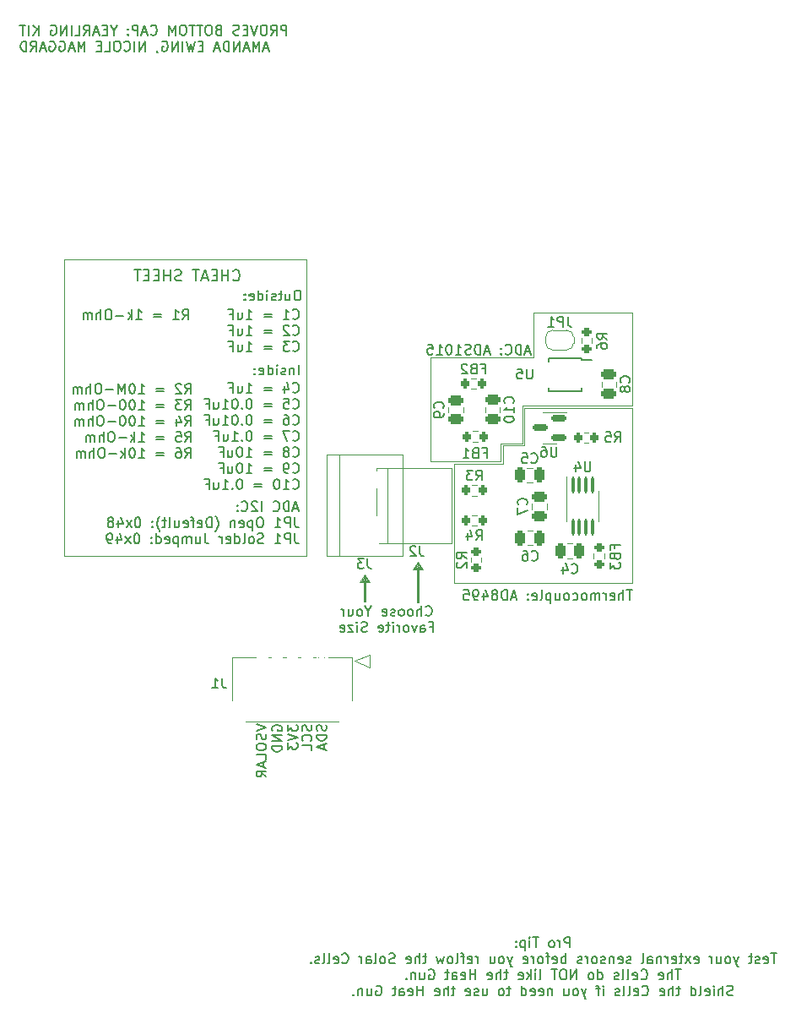
<source format=gbr>
%TF.GenerationSoftware,KiCad,Pcbnew,(6.0.11)*%
%TF.CreationDate,2023-03-22T16:16:08-07:00*%
%TF.ProjectId,solar-panel-side-Z,736f6c61-722d-4706-916e-656c2d736964,3.0*%
%TF.SameCoordinates,Original*%
%TF.FileFunction,Legend,Bot*%
%TF.FilePolarity,Positive*%
%FSLAX46Y46*%
G04 Gerber Fmt 4.6, Leading zero omitted, Abs format (unit mm)*
G04 Created by KiCad (PCBNEW (6.0.11)) date 2023-03-22 16:16:08*
%MOMM*%
%LPD*%
G01*
G04 APERTURE LIST*
G04 Aperture macros list*
%AMRoundRect*
0 Rectangle with rounded corners*
0 $1 Rounding radius*
0 $2 $3 $4 $5 $6 $7 $8 $9 X,Y pos of 4 corners*
0 Add a 4 corners polygon primitive as box body*
4,1,4,$2,$3,$4,$5,$6,$7,$8,$9,$2,$3,0*
0 Add four circle primitives for the rounded corners*
1,1,$1+$1,$2,$3*
1,1,$1+$1,$4,$5*
1,1,$1+$1,$6,$7*
1,1,$1+$1,$8,$9*
0 Add four rect primitives between the rounded corners*
20,1,$1+$1,$2,$3,$4,$5,0*
20,1,$1+$1,$4,$5,$6,$7,0*
20,1,$1+$1,$6,$7,$8,$9,0*
20,1,$1+$1,$8,$9,$2,$3,0*%
%AMFreePoly0*
4,1,22,0.500000,-0.750000,0.000000,-0.750000,0.000000,-0.745033,-0.079941,-0.743568,-0.215256,-0.701293,-0.333266,-0.622738,-0.424486,-0.514219,-0.481581,-0.384460,-0.499164,-0.250000,-0.500000,-0.250000,-0.500000,0.250000,-0.499164,0.250000,-0.499963,0.256109,-0.478152,0.396186,-0.417904,0.524511,-0.324060,0.630769,-0.204165,0.706417,-0.067858,0.745374,0.000000,0.744959,0.000000,0.750000,
0.500000,0.750000,0.500000,-0.750000,0.500000,-0.750000,$1*%
%AMFreePoly1*
4,1,20,0.000000,0.744959,0.073905,0.744508,0.209726,0.703889,0.328688,0.626782,0.421226,0.519385,0.479903,0.390333,0.500000,0.250000,0.500000,-0.250000,0.499851,-0.262216,0.476331,-0.402017,0.414519,-0.529596,0.319384,-0.634700,0.198574,-0.708877,0.061801,-0.746166,0.000000,-0.745033,0.000000,-0.750000,-0.500000,-0.750000,-0.500000,0.750000,0.000000,0.750000,0.000000,0.744959,
0.000000,0.744959,$1*%
G04 Aperture macros list end*
%ADD10C,0.120000*%
%ADD11C,0.150000*%
%ADD12C,0.200000*%
%ADD13C,5.250000*%
%ADD14R,0.600000X1.000000*%
%ADD15R,1.250000X1.800000*%
%ADD16R,1.100000X0.250000*%
%ADD17C,1.800000*%
%ADD18RoundRect,0.250000X0.250000X0.475000X-0.250000X0.475000X-0.250000X-0.475000X0.250000X-0.475000X0*%
%ADD19RoundRect,0.250000X-0.250000X-0.475000X0.250000X-0.475000X0.250000X0.475000X-0.250000X0.475000X0*%
%ADD20RoundRect,0.250000X0.475000X-0.250000X0.475000X0.250000X-0.475000X0.250000X-0.475000X-0.250000X0*%
%ADD21FreePoly0,180.000000*%
%ADD22FreePoly1,180.000000*%
%ADD23R,3.000000X3.000000*%
%ADD24C,3.000000*%
%ADD25RoundRect,0.200000X0.200000X0.275000X-0.200000X0.275000X-0.200000X-0.275000X0.200000X-0.275000X0*%
%ADD26RoundRect,0.200000X-0.275000X0.200000X-0.275000X-0.200000X0.275000X-0.200000X0.275000X0.200000X0*%
%ADD27RoundRect,0.250000X-0.475000X0.250000X-0.475000X-0.250000X0.475000X-0.250000X0.475000X0.250000X0*%
%ADD28RoundRect,0.200000X-0.200000X-0.275000X0.200000X-0.275000X0.200000X0.275000X-0.200000X0.275000X0*%
%ADD29RoundRect,0.100000X-0.100000X0.712500X-0.100000X-0.712500X0.100000X-0.712500X0.100000X0.712500X0*%
%ADD30RoundRect,0.150000X0.587500X0.150000X-0.587500X0.150000X-0.587500X-0.150000X0.587500X-0.150000X0*%
G04 APERTURE END LIST*
D10*
X150845000Y-90555000D02*
X151815000Y-90555000D01*
X172890000Y-64800000D02*
X162970000Y-64800000D01*
X151885000Y-90555000D02*
X151535000Y-90535000D01*
X172900000Y-91950000D02*
X155000000Y-91950000D01*
X151675000Y-90495000D02*
X150975000Y-90495000D01*
X145980000Y-93765000D02*
X146140000Y-93765000D01*
X151345000Y-89815000D02*
X150845000Y-90555000D01*
X145670000Y-91755000D02*
X146030000Y-91275000D01*
X151445000Y-93915000D02*
X151285000Y-93915000D01*
X151345000Y-89835000D02*
X150845000Y-90555000D01*
X152650000Y-79730000D02*
X152650000Y-69370000D01*
X146030000Y-91275000D02*
X146340000Y-91705000D01*
X115920000Y-59530000D02*
X140220000Y-59530000D01*
X140220000Y-59530000D02*
X140220000Y-89260000D01*
X140220000Y-89260000D02*
X115920000Y-89260000D01*
X115920000Y-89260000D02*
X115920000Y-59530000D01*
X146040000Y-93765000D02*
X146040000Y-91095000D01*
X162970000Y-64800000D02*
X162970000Y-64830000D01*
X146140000Y-93765000D02*
X146140000Y-91855000D01*
X146340000Y-91705000D02*
X145810000Y-91695000D01*
X151345000Y-93905000D02*
X151345000Y-89835000D01*
X172900000Y-74150000D02*
X161840000Y-74150000D01*
X151345000Y-89815000D02*
X151885000Y-90555000D01*
X146140000Y-93765000D02*
X146130000Y-91835000D01*
X146040000Y-91095000D02*
X145540000Y-91815000D01*
X151505000Y-90385000D02*
X151235000Y-90385000D01*
X151885000Y-90555000D02*
X151710000Y-90555000D01*
X152650000Y-69370000D02*
X162970000Y-69370000D01*
X162070000Y-74390000D02*
X162070000Y-78140000D01*
X150975000Y-90495000D02*
X151335000Y-90015000D01*
X146200000Y-91645000D02*
X145930000Y-91645000D01*
X159700000Y-79730000D02*
X152650000Y-79730000D01*
X162970000Y-69370000D02*
X162970000Y-64830000D01*
X145980000Y-91855000D02*
X145980000Y-93765000D01*
X146370000Y-91755000D02*
X145670000Y-91755000D01*
X146060000Y-91280000D02*
X146430000Y-91700000D01*
X151325000Y-90205000D02*
X151505000Y-90385000D01*
X155000000Y-91950000D02*
X155000000Y-79980000D01*
X159910000Y-78140000D02*
X159910000Y-79980000D01*
X155000000Y-79980000D02*
X159910000Y-79980000D01*
X146020000Y-91465000D02*
X146200000Y-91645000D01*
X162070000Y-78140000D02*
X159910000Y-78140000D01*
X146580000Y-91815000D02*
X146230000Y-91795000D01*
X151815000Y-90555000D02*
X151345000Y-89835000D01*
X145540000Y-91815000D02*
X146510000Y-91815000D01*
X161840000Y-74150000D02*
X161840000Y-77930000D01*
X146040000Y-91075000D02*
X145540000Y-91815000D01*
X151115000Y-90435000D02*
X151325000Y-90205000D01*
X151285000Y-90595000D02*
X151285000Y-93915000D01*
X145810000Y-91695000D02*
X146020000Y-91465000D01*
X162080000Y-74390000D02*
X172900000Y-74390000D01*
X151285000Y-92505000D02*
X151445000Y-92505000D01*
X151445000Y-92505000D02*
X151435000Y-90575000D01*
X146510000Y-91815000D02*
X146040000Y-91095000D01*
X159700000Y-77930000D02*
X159700000Y-79730000D01*
X161840000Y-77930000D02*
X159700000Y-77930000D01*
X172900000Y-74390000D02*
X172900000Y-91950000D01*
X146040000Y-91075000D02*
X146580000Y-91815000D01*
X151445000Y-93915000D02*
X151445000Y-90595000D01*
X172900000Y-74150000D02*
X172890000Y-64800000D01*
X151645000Y-90445000D02*
X151115000Y-90435000D01*
X151335000Y-90015000D02*
X151645000Y-90445000D01*
X146580000Y-91815000D02*
X146405000Y-91815000D01*
D11*
X127770476Y-65542380D02*
X128103809Y-65066190D01*
X128341904Y-65542380D02*
X128341904Y-64542380D01*
X127960952Y-64542380D01*
X127865714Y-64590000D01*
X127818095Y-64637619D01*
X127770476Y-64732857D01*
X127770476Y-64875714D01*
X127818095Y-64970952D01*
X127865714Y-65018571D01*
X127960952Y-65066190D01*
X128341904Y-65066190D01*
X126818095Y-65542380D02*
X127389523Y-65542380D01*
X127103809Y-65542380D02*
X127103809Y-64542380D01*
X127199047Y-64685238D01*
X127294285Y-64780476D01*
X127389523Y-64828095D01*
X125627619Y-65018571D02*
X124865714Y-65018571D01*
X124865714Y-65304285D02*
X125627619Y-65304285D01*
X123103809Y-65542380D02*
X123675238Y-65542380D01*
X123389523Y-65542380D02*
X123389523Y-64542380D01*
X123484761Y-64685238D01*
X123580000Y-64780476D01*
X123675238Y-64828095D01*
X122675238Y-65542380D02*
X122675238Y-64542380D01*
X122580000Y-65161428D02*
X122294285Y-65542380D01*
X122294285Y-64875714D02*
X122675238Y-65256666D01*
X121865714Y-65161428D02*
X121103809Y-65161428D01*
X120437142Y-64542380D02*
X120246666Y-64542380D01*
X120151428Y-64590000D01*
X120056190Y-64685238D01*
X120008571Y-64875714D01*
X120008571Y-65209047D01*
X120056190Y-65399523D01*
X120151428Y-65494761D01*
X120246666Y-65542380D01*
X120437142Y-65542380D01*
X120532380Y-65494761D01*
X120627619Y-65399523D01*
X120675238Y-65209047D01*
X120675238Y-64875714D01*
X120627619Y-64685238D01*
X120532380Y-64590000D01*
X120437142Y-64542380D01*
X119580000Y-65542380D02*
X119580000Y-64542380D01*
X119151428Y-65542380D02*
X119151428Y-65018571D01*
X119199047Y-64923333D01*
X119294285Y-64875714D01*
X119437142Y-64875714D01*
X119532380Y-64923333D01*
X119580000Y-64970952D01*
X118675238Y-65542380D02*
X118675238Y-64875714D01*
X118675238Y-64970952D02*
X118627619Y-64923333D01*
X118532380Y-64875714D01*
X118389523Y-64875714D01*
X118294285Y-64923333D01*
X118246666Y-65018571D01*
X118246666Y-65542380D01*
X118246666Y-65018571D02*
X118199047Y-64923333D01*
X118103809Y-64875714D01*
X117960952Y-64875714D01*
X117865714Y-64923333D01*
X117818095Y-65018571D01*
X117818095Y-65542380D01*
X140694761Y-106179523D02*
X140742380Y-106322380D01*
X140742380Y-106560476D01*
X140694761Y-106655714D01*
X140647142Y-106703333D01*
X140551904Y-106750952D01*
X140456666Y-106750952D01*
X140361428Y-106703333D01*
X140313809Y-106655714D01*
X140266190Y-106560476D01*
X140218571Y-106370000D01*
X140170952Y-106274761D01*
X140123333Y-106227142D01*
X140028095Y-106179523D01*
X139932857Y-106179523D01*
X139837619Y-106227142D01*
X139790000Y-106274761D01*
X139742380Y-106370000D01*
X139742380Y-106608095D01*
X139790000Y-106750952D01*
X140647142Y-107750952D02*
X140694761Y-107703333D01*
X140742380Y-107560476D01*
X140742380Y-107465238D01*
X140694761Y-107322380D01*
X140599523Y-107227142D01*
X140504285Y-107179523D01*
X140313809Y-107131904D01*
X140170952Y-107131904D01*
X139980476Y-107179523D01*
X139885238Y-107227142D01*
X139790000Y-107322380D01*
X139742380Y-107465238D01*
X139742380Y-107560476D01*
X139790000Y-107703333D01*
X139837619Y-107750952D01*
X140742380Y-108655714D02*
X140742380Y-108179523D01*
X139742380Y-108179523D01*
X138832976Y-72767142D02*
X138880595Y-72814761D01*
X139023452Y-72862380D01*
X139118690Y-72862380D01*
X139261547Y-72814761D01*
X139356785Y-72719523D01*
X139404404Y-72624285D01*
X139452023Y-72433809D01*
X139452023Y-72290952D01*
X139404404Y-72100476D01*
X139356785Y-72005238D01*
X139261547Y-71910000D01*
X139118690Y-71862380D01*
X139023452Y-71862380D01*
X138880595Y-71910000D01*
X138832976Y-71957619D01*
X137975833Y-72195714D02*
X137975833Y-72862380D01*
X138213928Y-71814761D02*
X138452023Y-72529047D01*
X137832976Y-72529047D01*
X136690119Y-72338571D02*
X135928214Y-72338571D01*
X135928214Y-72624285D02*
X136690119Y-72624285D01*
X134166309Y-72862380D02*
X134737738Y-72862380D01*
X134452023Y-72862380D02*
X134452023Y-71862380D01*
X134547261Y-72005238D01*
X134642500Y-72100476D01*
X134737738Y-72148095D01*
X133309166Y-72195714D02*
X133309166Y-72862380D01*
X133737738Y-72195714D02*
X133737738Y-72719523D01*
X133690119Y-72814761D01*
X133594880Y-72862380D01*
X133452023Y-72862380D01*
X133356785Y-72814761D01*
X133309166Y-72767142D01*
X132499642Y-72338571D02*
X132832976Y-72338571D01*
X132832976Y-72862380D02*
X132832976Y-71862380D01*
X132356785Y-71862380D01*
X138832976Y-74377142D02*
X138880595Y-74424761D01*
X139023452Y-74472380D01*
X139118690Y-74472380D01*
X139261547Y-74424761D01*
X139356785Y-74329523D01*
X139404404Y-74234285D01*
X139452023Y-74043809D01*
X139452023Y-73900952D01*
X139404404Y-73710476D01*
X139356785Y-73615238D01*
X139261547Y-73520000D01*
X139118690Y-73472380D01*
X139023452Y-73472380D01*
X138880595Y-73520000D01*
X138832976Y-73567619D01*
X137928214Y-73472380D02*
X138404404Y-73472380D01*
X138452023Y-73948571D01*
X138404404Y-73900952D01*
X138309166Y-73853333D01*
X138071071Y-73853333D01*
X137975833Y-73900952D01*
X137928214Y-73948571D01*
X137880595Y-74043809D01*
X137880595Y-74281904D01*
X137928214Y-74377142D01*
X137975833Y-74424761D01*
X138071071Y-74472380D01*
X138309166Y-74472380D01*
X138404404Y-74424761D01*
X138452023Y-74377142D01*
X136690119Y-73948571D02*
X135928214Y-73948571D01*
X135928214Y-74234285D02*
X136690119Y-74234285D01*
X134499642Y-73472380D02*
X134404404Y-73472380D01*
X134309166Y-73520000D01*
X134261547Y-73567619D01*
X134213928Y-73662857D01*
X134166309Y-73853333D01*
X134166309Y-74091428D01*
X134213928Y-74281904D01*
X134261547Y-74377142D01*
X134309166Y-74424761D01*
X134404404Y-74472380D01*
X134499642Y-74472380D01*
X134594880Y-74424761D01*
X134642500Y-74377142D01*
X134690119Y-74281904D01*
X134737738Y-74091428D01*
X134737738Y-73853333D01*
X134690119Y-73662857D01*
X134642500Y-73567619D01*
X134594880Y-73520000D01*
X134499642Y-73472380D01*
X133737738Y-74377142D02*
X133690119Y-74424761D01*
X133737738Y-74472380D01*
X133785357Y-74424761D01*
X133737738Y-74377142D01*
X133737738Y-74472380D01*
X133071071Y-73472380D02*
X132975833Y-73472380D01*
X132880595Y-73520000D01*
X132832976Y-73567619D01*
X132785357Y-73662857D01*
X132737738Y-73853333D01*
X132737738Y-74091428D01*
X132785357Y-74281904D01*
X132832976Y-74377142D01*
X132880595Y-74424761D01*
X132975833Y-74472380D01*
X133071071Y-74472380D01*
X133166309Y-74424761D01*
X133213928Y-74377142D01*
X133261547Y-74281904D01*
X133309166Y-74091428D01*
X133309166Y-73853333D01*
X133261547Y-73662857D01*
X133213928Y-73567619D01*
X133166309Y-73520000D01*
X133071071Y-73472380D01*
X131785357Y-74472380D02*
X132356785Y-74472380D01*
X132071071Y-74472380D02*
X132071071Y-73472380D01*
X132166309Y-73615238D01*
X132261547Y-73710476D01*
X132356785Y-73758095D01*
X130928214Y-73805714D02*
X130928214Y-74472380D01*
X131356785Y-73805714D02*
X131356785Y-74329523D01*
X131309166Y-74424761D01*
X131213928Y-74472380D01*
X131071071Y-74472380D01*
X130975833Y-74424761D01*
X130928214Y-74377142D01*
X130118690Y-73948571D02*
X130452023Y-73948571D01*
X130452023Y-74472380D02*
X130452023Y-73472380D01*
X129975833Y-73472380D01*
X138832976Y-75987142D02*
X138880595Y-76034761D01*
X139023452Y-76082380D01*
X139118690Y-76082380D01*
X139261547Y-76034761D01*
X139356785Y-75939523D01*
X139404404Y-75844285D01*
X139452023Y-75653809D01*
X139452023Y-75510952D01*
X139404404Y-75320476D01*
X139356785Y-75225238D01*
X139261547Y-75130000D01*
X139118690Y-75082380D01*
X139023452Y-75082380D01*
X138880595Y-75130000D01*
X138832976Y-75177619D01*
X137975833Y-75082380D02*
X138166309Y-75082380D01*
X138261547Y-75130000D01*
X138309166Y-75177619D01*
X138404404Y-75320476D01*
X138452023Y-75510952D01*
X138452023Y-75891904D01*
X138404404Y-75987142D01*
X138356785Y-76034761D01*
X138261547Y-76082380D01*
X138071071Y-76082380D01*
X137975833Y-76034761D01*
X137928214Y-75987142D01*
X137880595Y-75891904D01*
X137880595Y-75653809D01*
X137928214Y-75558571D01*
X137975833Y-75510952D01*
X138071071Y-75463333D01*
X138261547Y-75463333D01*
X138356785Y-75510952D01*
X138404404Y-75558571D01*
X138452023Y-75653809D01*
X136690119Y-75558571D02*
X135928214Y-75558571D01*
X135928214Y-75844285D02*
X136690119Y-75844285D01*
X134499642Y-75082380D02*
X134404404Y-75082380D01*
X134309166Y-75130000D01*
X134261547Y-75177619D01*
X134213928Y-75272857D01*
X134166309Y-75463333D01*
X134166309Y-75701428D01*
X134213928Y-75891904D01*
X134261547Y-75987142D01*
X134309166Y-76034761D01*
X134404404Y-76082380D01*
X134499642Y-76082380D01*
X134594880Y-76034761D01*
X134642500Y-75987142D01*
X134690119Y-75891904D01*
X134737738Y-75701428D01*
X134737738Y-75463333D01*
X134690119Y-75272857D01*
X134642500Y-75177619D01*
X134594880Y-75130000D01*
X134499642Y-75082380D01*
X133737738Y-75987142D02*
X133690119Y-76034761D01*
X133737738Y-76082380D01*
X133785357Y-76034761D01*
X133737738Y-75987142D01*
X133737738Y-76082380D01*
X133071071Y-75082380D02*
X132975833Y-75082380D01*
X132880595Y-75130000D01*
X132832976Y-75177619D01*
X132785357Y-75272857D01*
X132737738Y-75463333D01*
X132737738Y-75701428D01*
X132785357Y-75891904D01*
X132832976Y-75987142D01*
X132880595Y-76034761D01*
X132975833Y-76082380D01*
X133071071Y-76082380D01*
X133166309Y-76034761D01*
X133213928Y-75987142D01*
X133261547Y-75891904D01*
X133309166Y-75701428D01*
X133309166Y-75463333D01*
X133261547Y-75272857D01*
X133213928Y-75177619D01*
X133166309Y-75130000D01*
X133071071Y-75082380D01*
X131785357Y-76082380D02*
X132356785Y-76082380D01*
X132071071Y-76082380D02*
X132071071Y-75082380D01*
X132166309Y-75225238D01*
X132261547Y-75320476D01*
X132356785Y-75368095D01*
X130928214Y-75415714D02*
X130928214Y-76082380D01*
X131356785Y-75415714D02*
X131356785Y-75939523D01*
X131309166Y-76034761D01*
X131213928Y-76082380D01*
X131071071Y-76082380D01*
X130975833Y-76034761D01*
X130928214Y-75987142D01*
X130118690Y-75558571D02*
X130452023Y-75558571D01*
X130452023Y-76082380D02*
X130452023Y-75082380D01*
X129975833Y-75082380D01*
X138832976Y-77597142D02*
X138880595Y-77644761D01*
X139023452Y-77692380D01*
X139118690Y-77692380D01*
X139261547Y-77644761D01*
X139356785Y-77549523D01*
X139404404Y-77454285D01*
X139452023Y-77263809D01*
X139452023Y-77120952D01*
X139404404Y-76930476D01*
X139356785Y-76835238D01*
X139261547Y-76740000D01*
X139118690Y-76692380D01*
X139023452Y-76692380D01*
X138880595Y-76740000D01*
X138832976Y-76787619D01*
X138499642Y-76692380D02*
X137832976Y-76692380D01*
X138261547Y-77692380D01*
X136690119Y-77168571D02*
X135928214Y-77168571D01*
X135928214Y-77454285D02*
X136690119Y-77454285D01*
X134499642Y-76692380D02*
X134404404Y-76692380D01*
X134309166Y-76740000D01*
X134261547Y-76787619D01*
X134213928Y-76882857D01*
X134166309Y-77073333D01*
X134166309Y-77311428D01*
X134213928Y-77501904D01*
X134261547Y-77597142D01*
X134309166Y-77644761D01*
X134404404Y-77692380D01*
X134499642Y-77692380D01*
X134594880Y-77644761D01*
X134642500Y-77597142D01*
X134690119Y-77501904D01*
X134737738Y-77311428D01*
X134737738Y-77073333D01*
X134690119Y-76882857D01*
X134642500Y-76787619D01*
X134594880Y-76740000D01*
X134499642Y-76692380D01*
X133737738Y-77597142D02*
X133690119Y-77644761D01*
X133737738Y-77692380D01*
X133785357Y-77644761D01*
X133737738Y-77597142D01*
X133737738Y-77692380D01*
X132737738Y-77692380D02*
X133309166Y-77692380D01*
X133023452Y-77692380D02*
X133023452Y-76692380D01*
X133118690Y-76835238D01*
X133213928Y-76930476D01*
X133309166Y-76978095D01*
X131880595Y-77025714D02*
X131880595Y-77692380D01*
X132309166Y-77025714D02*
X132309166Y-77549523D01*
X132261547Y-77644761D01*
X132166309Y-77692380D01*
X132023452Y-77692380D01*
X131928214Y-77644761D01*
X131880595Y-77597142D01*
X131071071Y-77168571D02*
X131404404Y-77168571D01*
X131404404Y-77692380D02*
X131404404Y-76692380D01*
X130928214Y-76692380D01*
X138832976Y-79207142D02*
X138880595Y-79254761D01*
X139023452Y-79302380D01*
X139118690Y-79302380D01*
X139261547Y-79254761D01*
X139356785Y-79159523D01*
X139404404Y-79064285D01*
X139452023Y-78873809D01*
X139452023Y-78730952D01*
X139404404Y-78540476D01*
X139356785Y-78445238D01*
X139261547Y-78350000D01*
X139118690Y-78302380D01*
X139023452Y-78302380D01*
X138880595Y-78350000D01*
X138832976Y-78397619D01*
X138261547Y-78730952D02*
X138356785Y-78683333D01*
X138404404Y-78635714D01*
X138452023Y-78540476D01*
X138452023Y-78492857D01*
X138404404Y-78397619D01*
X138356785Y-78350000D01*
X138261547Y-78302380D01*
X138071071Y-78302380D01*
X137975833Y-78350000D01*
X137928214Y-78397619D01*
X137880595Y-78492857D01*
X137880595Y-78540476D01*
X137928214Y-78635714D01*
X137975833Y-78683333D01*
X138071071Y-78730952D01*
X138261547Y-78730952D01*
X138356785Y-78778571D01*
X138404404Y-78826190D01*
X138452023Y-78921428D01*
X138452023Y-79111904D01*
X138404404Y-79207142D01*
X138356785Y-79254761D01*
X138261547Y-79302380D01*
X138071071Y-79302380D01*
X137975833Y-79254761D01*
X137928214Y-79207142D01*
X137880595Y-79111904D01*
X137880595Y-78921428D01*
X137928214Y-78826190D01*
X137975833Y-78778571D01*
X138071071Y-78730952D01*
X136690119Y-78778571D02*
X135928214Y-78778571D01*
X135928214Y-79064285D02*
X136690119Y-79064285D01*
X134166309Y-79302380D02*
X134737738Y-79302380D01*
X134452023Y-79302380D02*
X134452023Y-78302380D01*
X134547261Y-78445238D01*
X134642500Y-78540476D01*
X134737738Y-78588095D01*
X133547261Y-78302380D02*
X133452023Y-78302380D01*
X133356785Y-78350000D01*
X133309166Y-78397619D01*
X133261547Y-78492857D01*
X133213928Y-78683333D01*
X133213928Y-78921428D01*
X133261547Y-79111904D01*
X133309166Y-79207142D01*
X133356785Y-79254761D01*
X133452023Y-79302380D01*
X133547261Y-79302380D01*
X133642499Y-79254761D01*
X133690119Y-79207142D01*
X133737738Y-79111904D01*
X133785357Y-78921428D01*
X133785357Y-78683333D01*
X133737738Y-78492857D01*
X133690119Y-78397619D01*
X133642499Y-78350000D01*
X133547261Y-78302380D01*
X132356785Y-78635714D02*
X132356785Y-79302380D01*
X132785357Y-78635714D02*
X132785357Y-79159523D01*
X132737738Y-79254761D01*
X132642499Y-79302380D01*
X132499642Y-79302380D01*
X132404404Y-79254761D01*
X132356785Y-79207142D01*
X131547261Y-78778571D02*
X131880595Y-78778571D01*
X131880595Y-79302380D02*
X131880595Y-78302380D01*
X131404404Y-78302380D01*
X138832976Y-80817142D02*
X138880595Y-80864761D01*
X139023452Y-80912380D01*
X139118690Y-80912380D01*
X139261547Y-80864761D01*
X139356785Y-80769523D01*
X139404404Y-80674285D01*
X139452023Y-80483809D01*
X139452023Y-80340952D01*
X139404404Y-80150476D01*
X139356785Y-80055238D01*
X139261547Y-79960000D01*
X139118690Y-79912380D01*
X139023452Y-79912380D01*
X138880595Y-79960000D01*
X138832976Y-80007619D01*
X138356785Y-80912380D02*
X138166309Y-80912380D01*
X138071071Y-80864761D01*
X138023452Y-80817142D01*
X137928214Y-80674285D01*
X137880595Y-80483809D01*
X137880595Y-80102857D01*
X137928214Y-80007619D01*
X137975833Y-79960000D01*
X138071071Y-79912380D01*
X138261547Y-79912380D01*
X138356785Y-79960000D01*
X138404404Y-80007619D01*
X138452023Y-80102857D01*
X138452023Y-80340952D01*
X138404404Y-80436190D01*
X138356785Y-80483809D01*
X138261547Y-80531428D01*
X138071071Y-80531428D01*
X137975833Y-80483809D01*
X137928214Y-80436190D01*
X137880595Y-80340952D01*
X136690119Y-80388571D02*
X135928214Y-80388571D01*
X135928214Y-80674285D02*
X136690119Y-80674285D01*
X134166309Y-80912380D02*
X134737738Y-80912380D01*
X134452023Y-80912380D02*
X134452023Y-79912380D01*
X134547261Y-80055238D01*
X134642500Y-80150476D01*
X134737738Y-80198095D01*
X133547261Y-79912380D02*
X133452023Y-79912380D01*
X133356785Y-79960000D01*
X133309166Y-80007619D01*
X133261547Y-80102857D01*
X133213928Y-80293333D01*
X133213928Y-80531428D01*
X133261547Y-80721904D01*
X133309166Y-80817142D01*
X133356785Y-80864761D01*
X133452023Y-80912380D01*
X133547261Y-80912380D01*
X133642499Y-80864761D01*
X133690119Y-80817142D01*
X133737738Y-80721904D01*
X133785357Y-80531428D01*
X133785357Y-80293333D01*
X133737738Y-80102857D01*
X133690119Y-80007619D01*
X133642499Y-79960000D01*
X133547261Y-79912380D01*
X132356785Y-80245714D02*
X132356785Y-80912380D01*
X132785357Y-80245714D02*
X132785357Y-80769523D01*
X132737738Y-80864761D01*
X132642499Y-80912380D01*
X132499642Y-80912380D01*
X132404404Y-80864761D01*
X132356785Y-80817142D01*
X131547261Y-80388571D02*
X131880595Y-80388571D01*
X131880595Y-80912380D02*
X131880595Y-79912380D01*
X131404404Y-79912380D01*
X138832976Y-82427142D02*
X138880595Y-82474761D01*
X139023452Y-82522380D01*
X139118690Y-82522380D01*
X139261547Y-82474761D01*
X139356785Y-82379523D01*
X139404404Y-82284285D01*
X139452023Y-82093809D01*
X139452023Y-81950952D01*
X139404404Y-81760476D01*
X139356785Y-81665238D01*
X139261547Y-81570000D01*
X139118690Y-81522380D01*
X139023452Y-81522380D01*
X138880595Y-81570000D01*
X138832976Y-81617619D01*
X137880595Y-82522380D02*
X138452023Y-82522380D01*
X138166309Y-82522380D02*
X138166309Y-81522380D01*
X138261547Y-81665238D01*
X138356785Y-81760476D01*
X138452023Y-81808095D01*
X137261547Y-81522380D02*
X137166309Y-81522380D01*
X137071071Y-81570000D01*
X137023452Y-81617619D01*
X136975833Y-81712857D01*
X136928214Y-81903333D01*
X136928214Y-82141428D01*
X136975833Y-82331904D01*
X137023452Y-82427142D01*
X137071071Y-82474761D01*
X137166309Y-82522380D01*
X137261547Y-82522380D01*
X137356785Y-82474761D01*
X137404404Y-82427142D01*
X137452023Y-82331904D01*
X137499642Y-82141428D01*
X137499642Y-81903333D01*
X137452023Y-81712857D01*
X137404404Y-81617619D01*
X137356785Y-81570000D01*
X137261547Y-81522380D01*
X135737738Y-81998571D02*
X134975833Y-81998571D01*
X134975833Y-82284285D02*
X135737738Y-82284285D01*
X133547261Y-81522380D02*
X133452023Y-81522380D01*
X133356785Y-81570000D01*
X133309166Y-81617619D01*
X133261547Y-81712857D01*
X133213928Y-81903333D01*
X133213928Y-82141428D01*
X133261547Y-82331904D01*
X133309166Y-82427142D01*
X133356785Y-82474761D01*
X133452023Y-82522380D01*
X133547261Y-82522380D01*
X133642500Y-82474761D01*
X133690119Y-82427142D01*
X133737738Y-82331904D01*
X133785357Y-82141428D01*
X133785357Y-81903333D01*
X133737738Y-81712857D01*
X133690119Y-81617619D01*
X133642500Y-81570000D01*
X133547261Y-81522380D01*
X132785357Y-82427142D02*
X132737738Y-82474761D01*
X132785357Y-82522380D01*
X132832976Y-82474761D01*
X132785357Y-82427142D01*
X132785357Y-82522380D01*
X131785357Y-82522380D02*
X132356785Y-82522380D01*
X132071071Y-82522380D02*
X132071071Y-81522380D01*
X132166309Y-81665238D01*
X132261547Y-81760476D01*
X132356785Y-81808095D01*
X130928214Y-81855714D02*
X130928214Y-82522380D01*
X131356785Y-81855714D02*
X131356785Y-82379523D01*
X131309166Y-82474761D01*
X131213928Y-82522380D01*
X131071071Y-82522380D01*
X130975833Y-82474761D01*
X130928214Y-82427142D01*
X130118690Y-81998571D02*
X130452023Y-81998571D01*
X130452023Y-82522380D02*
X130452023Y-81522380D01*
X129975833Y-81522380D01*
X135162380Y-106113333D02*
X136162380Y-106446666D01*
X135162380Y-106780000D01*
X136114761Y-107065714D02*
X136162380Y-107208571D01*
X136162380Y-107446666D01*
X136114761Y-107541904D01*
X136067142Y-107589523D01*
X135971904Y-107637142D01*
X135876666Y-107637142D01*
X135781428Y-107589523D01*
X135733809Y-107541904D01*
X135686190Y-107446666D01*
X135638571Y-107256190D01*
X135590952Y-107160952D01*
X135543333Y-107113333D01*
X135448095Y-107065714D01*
X135352857Y-107065714D01*
X135257619Y-107113333D01*
X135210000Y-107160952D01*
X135162380Y-107256190D01*
X135162380Y-107494285D01*
X135210000Y-107637142D01*
X135162380Y-108256190D02*
X135162380Y-108446666D01*
X135210000Y-108541904D01*
X135305238Y-108637142D01*
X135495714Y-108684761D01*
X135829047Y-108684761D01*
X136019523Y-108637142D01*
X136114761Y-108541904D01*
X136162380Y-108446666D01*
X136162380Y-108256190D01*
X136114761Y-108160952D01*
X136019523Y-108065714D01*
X135829047Y-108018095D01*
X135495714Y-108018095D01*
X135305238Y-108065714D01*
X135210000Y-108160952D01*
X135162380Y-108256190D01*
X136162380Y-109589523D02*
X136162380Y-109113333D01*
X135162380Y-109113333D01*
X135876666Y-109875238D02*
X135876666Y-110351428D01*
X136162380Y-109780000D02*
X135162380Y-110113333D01*
X136162380Y-110446666D01*
X136162380Y-111351428D02*
X135686190Y-111018095D01*
X136162380Y-110780000D02*
X135162380Y-110780000D01*
X135162380Y-111160952D01*
X135210000Y-111256190D01*
X135257619Y-111303809D01*
X135352857Y-111351428D01*
X135495714Y-111351428D01*
X135590952Y-111303809D01*
X135638571Y-111256190D01*
X135686190Y-111160952D01*
X135686190Y-110780000D01*
X172893809Y-92632380D02*
X172322380Y-92632380D01*
X172608095Y-93632380D02*
X172608095Y-92632380D01*
X171989047Y-93632380D02*
X171989047Y-92632380D01*
X171560476Y-93632380D02*
X171560476Y-93108571D01*
X171608095Y-93013333D01*
X171703333Y-92965714D01*
X171846190Y-92965714D01*
X171941428Y-93013333D01*
X171989047Y-93060952D01*
X170703333Y-93584761D02*
X170798571Y-93632380D01*
X170989047Y-93632380D01*
X171084285Y-93584761D01*
X171131904Y-93489523D01*
X171131904Y-93108571D01*
X171084285Y-93013333D01*
X170989047Y-92965714D01*
X170798571Y-92965714D01*
X170703333Y-93013333D01*
X170655714Y-93108571D01*
X170655714Y-93203809D01*
X171131904Y-93299047D01*
X170227142Y-93632380D02*
X170227142Y-92965714D01*
X170227142Y-93156190D02*
X170179523Y-93060952D01*
X170131904Y-93013333D01*
X170036666Y-92965714D01*
X169941428Y-92965714D01*
X169608095Y-93632380D02*
X169608095Y-92965714D01*
X169608095Y-93060952D02*
X169560476Y-93013333D01*
X169465238Y-92965714D01*
X169322380Y-92965714D01*
X169227142Y-93013333D01*
X169179523Y-93108571D01*
X169179523Y-93632380D01*
X169179523Y-93108571D02*
X169131904Y-93013333D01*
X169036666Y-92965714D01*
X168893809Y-92965714D01*
X168798571Y-93013333D01*
X168750952Y-93108571D01*
X168750952Y-93632380D01*
X168131904Y-93632380D02*
X168227142Y-93584761D01*
X168274761Y-93537142D01*
X168322380Y-93441904D01*
X168322380Y-93156190D01*
X168274761Y-93060952D01*
X168227142Y-93013333D01*
X168131904Y-92965714D01*
X167989047Y-92965714D01*
X167893809Y-93013333D01*
X167846190Y-93060952D01*
X167798571Y-93156190D01*
X167798571Y-93441904D01*
X167846190Y-93537142D01*
X167893809Y-93584761D01*
X167989047Y-93632380D01*
X168131904Y-93632380D01*
X166941428Y-93584761D02*
X167036666Y-93632380D01*
X167227142Y-93632380D01*
X167322380Y-93584761D01*
X167370000Y-93537142D01*
X167417619Y-93441904D01*
X167417619Y-93156190D01*
X167370000Y-93060952D01*
X167322380Y-93013333D01*
X167227142Y-92965714D01*
X167036666Y-92965714D01*
X166941428Y-93013333D01*
X166370000Y-93632380D02*
X166465238Y-93584761D01*
X166512857Y-93537142D01*
X166560476Y-93441904D01*
X166560476Y-93156190D01*
X166512857Y-93060952D01*
X166465238Y-93013333D01*
X166370000Y-92965714D01*
X166227142Y-92965714D01*
X166131904Y-93013333D01*
X166084285Y-93060952D01*
X166036666Y-93156190D01*
X166036666Y-93441904D01*
X166084285Y-93537142D01*
X166131904Y-93584761D01*
X166227142Y-93632380D01*
X166370000Y-93632380D01*
X165179523Y-92965714D02*
X165179523Y-93632380D01*
X165608095Y-92965714D02*
X165608095Y-93489523D01*
X165560476Y-93584761D01*
X165465238Y-93632380D01*
X165322380Y-93632380D01*
X165227142Y-93584761D01*
X165179523Y-93537142D01*
X164703333Y-92965714D02*
X164703333Y-93965714D01*
X164703333Y-93013333D02*
X164608095Y-92965714D01*
X164417619Y-92965714D01*
X164322380Y-93013333D01*
X164274761Y-93060952D01*
X164227142Y-93156190D01*
X164227142Y-93441904D01*
X164274761Y-93537142D01*
X164322380Y-93584761D01*
X164417619Y-93632380D01*
X164608095Y-93632380D01*
X164703333Y-93584761D01*
X163655714Y-93632380D02*
X163750952Y-93584761D01*
X163798571Y-93489523D01*
X163798571Y-92632380D01*
X162893809Y-93584761D02*
X162989047Y-93632380D01*
X163179523Y-93632380D01*
X163274761Y-93584761D01*
X163322380Y-93489523D01*
X163322380Y-93108571D01*
X163274761Y-93013333D01*
X163179523Y-92965714D01*
X162989047Y-92965714D01*
X162893809Y-93013333D01*
X162846190Y-93108571D01*
X162846190Y-93203809D01*
X163322380Y-93299047D01*
X162417619Y-93537142D02*
X162370000Y-93584761D01*
X162417619Y-93632380D01*
X162465238Y-93584761D01*
X162417619Y-93537142D01*
X162417619Y-93632380D01*
X162417619Y-93013333D02*
X162370000Y-93060952D01*
X162417619Y-93108571D01*
X162465238Y-93060952D01*
X162417619Y-93013333D01*
X162417619Y-93108571D01*
X161227142Y-93346666D02*
X160750952Y-93346666D01*
X161322380Y-93632380D02*
X160989047Y-92632380D01*
X160655714Y-93632380D01*
X160322380Y-93632380D02*
X160322380Y-92632380D01*
X160084285Y-92632380D01*
X159941428Y-92680000D01*
X159846190Y-92775238D01*
X159798571Y-92870476D01*
X159750952Y-93060952D01*
X159750952Y-93203809D01*
X159798571Y-93394285D01*
X159846190Y-93489523D01*
X159941428Y-93584761D01*
X160084285Y-93632380D01*
X160322380Y-93632380D01*
X159179523Y-93060952D02*
X159274761Y-93013333D01*
X159322380Y-92965714D01*
X159370000Y-92870476D01*
X159370000Y-92822857D01*
X159322380Y-92727619D01*
X159274761Y-92680000D01*
X159179523Y-92632380D01*
X158989047Y-92632380D01*
X158893809Y-92680000D01*
X158846190Y-92727619D01*
X158798571Y-92822857D01*
X158798571Y-92870476D01*
X158846190Y-92965714D01*
X158893809Y-93013333D01*
X158989047Y-93060952D01*
X159179523Y-93060952D01*
X159274761Y-93108571D01*
X159322380Y-93156190D01*
X159370000Y-93251428D01*
X159370000Y-93441904D01*
X159322380Y-93537142D01*
X159274761Y-93584761D01*
X159179523Y-93632380D01*
X158989047Y-93632380D01*
X158893809Y-93584761D01*
X158846190Y-93537142D01*
X158798571Y-93441904D01*
X158798571Y-93251428D01*
X158846190Y-93156190D01*
X158893809Y-93108571D01*
X158989047Y-93060952D01*
X157941428Y-92965714D02*
X157941428Y-93632380D01*
X158179523Y-92584761D02*
X158417619Y-93299047D01*
X157798571Y-93299047D01*
X157370000Y-93632380D02*
X157179523Y-93632380D01*
X157084285Y-93584761D01*
X157036666Y-93537142D01*
X156941428Y-93394285D01*
X156893809Y-93203809D01*
X156893809Y-92822857D01*
X156941428Y-92727619D01*
X156989047Y-92680000D01*
X157084285Y-92632380D01*
X157274761Y-92632380D01*
X157370000Y-92680000D01*
X157417619Y-92727619D01*
X157465238Y-92822857D01*
X157465238Y-93060952D01*
X157417619Y-93156190D01*
X157370000Y-93203809D01*
X157274761Y-93251428D01*
X157084285Y-93251428D01*
X156989047Y-93203809D01*
X156941428Y-93156190D01*
X156893809Y-93060952D01*
X155989047Y-92632380D02*
X156465238Y-92632380D01*
X156512857Y-93108571D01*
X156465238Y-93060952D01*
X156370000Y-93013333D01*
X156131904Y-93013333D01*
X156036666Y-93060952D01*
X155989047Y-93108571D01*
X155941428Y-93203809D01*
X155941428Y-93441904D01*
X155989047Y-93537142D01*
X156036666Y-93584761D01*
X156131904Y-93632380D01*
X156370000Y-93632380D01*
X156465238Y-93584761D01*
X156512857Y-93537142D01*
X136800000Y-106738095D02*
X136752380Y-106642857D01*
X136752380Y-106500000D01*
X136800000Y-106357142D01*
X136895238Y-106261904D01*
X136990476Y-106214285D01*
X137180952Y-106166666D01*
X137323809Y-106166666D01*
X137514285Y-106214285D01*
X137609523Y-106261904D01*
X137704761Y-106357142D01*
X137752380Y-106500000D01*
X137752380Y-106595238D01*
X137704761Y-106738095D01*
X137657142Y-106785714D01*
X137323809Y-106785714D01*
X137323809Y-106595238D01*
X137752380Y-107214285D02*
X136752380Y-107214285D01*
X137752380Y-107785714D01*
X136752380Y-107785714D01*
X137752380Y-108261904D02*
X136752380Y-108261904D01*
X136752380Y-108500000D01*
X136800000Y-108642857D01*
X136895238Y-108738095D01*
X136990476Y-108785714D01*
X137180952Y-108833333D01*
X137323809Y-108833333D01*
X137514285Y-108785714D01*
X137609523Y-108738095D01*
X137704761Y-108642857D01*
X137752380Y-108500000D01*
X137752380Y-108261904D01*
X138312380Y-106151904D02*
X138312380Y-106770952D01*
X138693333Y-106437619D01*
X138693333Y-106580476D01*
X138740952Y-106675714D01*
X138788571Y-106723333D01*
X138883809Y-106770952D01*
X139121904Y-106770952D01*
X139217142Y-106723333D01*
X139264761Y-106675714D01*
X139312380Y-106580476D01*
X139312380Y-106294761D01*
X139264761Y-106199523D01*
X139217142Y-106151904D01*
X138312380Y-107056666D02*
X139312380Y-107390000D01*
X138312380Y-107723333D01*
X138312380Y-107961428D02*
X138312380Y-108580476D01*
X138693333Y-108247142D01*
X138693333Y-108390000D01*
X138740952Y-108485238D01*
X138788571Y-108532857D01*
X138883809Y-108580476D01*
X139121904Y-108580476D01*
X139217142Y-108532857D01*
X139264761Y-108485238D01*
X139312380Y-108390000D01*
X139312380Y-108104285D01*
X139264761Y-108009047D01*
X139217142Y-107961428D01*
X138204642Y-37027380D02*
X138204642Y-36027380D01*
X137823690Y-36027380D01*
X137728452Y-36075000D01*
X137680833Y-36122619D01*
X137633214Y-36217857D01*
X137633214Y-36360714D01*
X137680833Y-36455952D01*
X137728452Y-36503571D01*
X137823690Y-36551190D01*
X138204642Y-36551190D01*
X136633214Y-37027380D02*
X136966547Y-36551190D01*
X137204642Y-37027380D02*
X137204642Y-36027380D01*
X136823690Y-36027380D01*
X136728452Y-36075000D01*
X136680833Y-36122619D01*
X136633214Y-36217857D01*
X136633214Y-36360714D01*
X136680833Y-36455952D01*
X136728452Y-36503571D01*
X136823690Y-36551190D01*
X137204642Y-36551190D01*
X136014166Y-36027380D02*
X135823690Y-36027380D01*
X135728452Y-36075000D01*
X135633214Y-36170238D01*
X135585595Y-36360714D01*
X135585595Y-36694047D01*
X135633214Y-36884523D01*
X135728452Y-36979761D01*
X135823690Y-37027380D01*
X136014166Y-37027380D01*
X136109404Y-36979761D01*
X136204642Y-36884523D01*
X136252261Y-36694047D01*
X136252261Y-36360714D01*
X136204642Y-36170238D01*
X136109404Y-36075000D01*
X136014166Y-36027380D01*
X135299880Y-36027380D02*
X134966547Y-37027380D01*
X134633214Y-36027380D01*
X134299880Y-36503571D02*
X133966547Y-36503571D01*
X133823690Y-37027380D02*
X134299880Y-37027380D01*
X134299880Y-36027380D01*
X133823690Y-36027380D01*
X133442738Y-36979761D02*
X133299880Y-37027380D01*
X133061785Y-37027380D01*
X132966547Y-36979761D01*
X132918928Y-36932142D01*
X132871309Y-36836904D01*
X132871309Y-36741666D01*
X132918928Y-36646428D01*
X132966547Y-36598809D01*
X133061785Y-36551190D01*
X133252261Y-36503571D01*
X133347500Y-36455952D01*
X133395119Y-36408333D01*
X133442738Y-36313095D01*
X133442738Y-36217857D01*
X133395119Y-36122619D01*
X133347500Y-36075000D01*
X133252261Y-36027380D01*
X133014166Y-36027380D01*
X132871309Y-36075000D01*
X131347500Y-36503571D02*
X131204642Y-36551190D01*
X131157023Y-36598809D01*
X131109404Y-36694047D01*
X131109404Y-36836904D01*
X131157023Y-36932142D01*
X131204642Y-36979761D01*
X131299880Y-37027380D01*
X131680833Y-37027380D01*
X131680833Y-36027380D01*
X131347500Y-36027380D01*
X131252261Y-36075000D01*
X131204642Y-36122619D01*
X131157023Y-36217857D01*
X131157023Y-36313095D01*
X131204642Y-36408333D01*
X131252261Y-36455952D01*
X131347500Y-36503571D01*
X131680833Y-36503571D01*
X130490357Y-36027380D02*
X130299880Y-36027380D01*
X130204642Y-36075000D01*
X130109404Y-36170238D01*
X130061785Y-36360714D01*
X130061785Y-36694047D01*
X130109404Y-36884523D01*
X130204642Y-36979761D01*
X130299880Y-37027380D01*
X130490357Y-37027380D01*
X130585595Y-36979761D01*
X130680833Y-36884523D01*
X130728452Y-36694047D01*
X130728452Y-36360714D01*
X130680833Y-36170238D01*
X130585595Y-36075000D01*
X130490357Y-36027380D01*
X129776071Y-36027380D02*
X129204642Y-36027380D01*
X129490357Y-37027380D02*
X129490357Y-36027380D01*
X129014166Y-36027380D02*
X128442738Y-36027380D01*
X128728452Y-37027380D02*
X128728452Y-36027380D01*
X127918928Y-36027380D02*
X127728452Y-36027380D01*
X127633214Y-36075000D01*
X127537976Y-36170238D01*
X127490357Y-36360714D01*
X127490357Y-36694047D01*
X127537976Y-36884523D01*
X127633214Y-36979761D01*
X127728452Y-37027380D01*
X127918928Y-37027380D01*
X128014166Y-36979761D01*
X128109404Y-36884523D01*
X128157023Y-36694047D01*
X128157023Y-36360714D01*
X128109404Y-36170238D01*
X128014166Y-36075000D01*
X127918928Y-36027380D01*
X127061785Y-37027380D02*
X127061785Y-36027380D01*
X126728452Y-36741666D01*
X126395119Y-36027380D01*
X126395119Y-37027380D01*
X124585595Y-36932142D02*
X124633214Y-36979761D01*
X124776071Y-37027380D01*
X124871309Y-37027380D01*
X125014166Y-36979761D01*
X125109404Y-36884523D01*
X125157023Y-36789285D01*
X125204642Y-36598809D01*
X125204642Y-36455952D01*
X125157023Y-36265476D01*
X125109404Y-36170238D01*
X125014166Y-36075000D01*
X124871309Y-36027380D01*
X124776071Y-36027380D01*
X124633214Y-36075000D01*
X124585595Y-36122619D01*
X124204642Y-36741666D02*
X123728452Y-36741666D01*
X124299880Y-37027380D02*
X123966547Y-36027380D01*
X123633214Y-37027380D01*
X123299880Y-37027380D02*
X123299880Y-36027380D01*
X122918928Y-36027380D01*
X122823690Y-36075000D01*
X122776071Y-36122619D01*
X122728452Y-36217857D01*
X122728452Y-36360714D01*
X122776071Y-36455952D01*
X122823690Y-36503571D01*
X122918928Y-36551190D01*
X123299880Y-36551190D01*
X122299880Y-36932142D02*
X122252261Y-36979761D01*
X122299880Y-37027380D01*
X122347500Y-36979761D01*
X122299880Y-36932142D01*
X122299880Y-37027380D01*
X122299880Y-36408333D02*
X122252261Y-36455952D01*
X122299880Y-36503571D01*
X122347500Y-36455952D01*
X122299880Y-36408333D01*
X122299880Y-36503571D01*
X120871309Y-36551190D02*
X120871309Y-37027380D01*
X121204642Y-36027380D02*
X120871309Y-36551190D01*
X120537976Y-36027380D01*
X120204642Y-36503571D02*
X119871309Y-36503571D01*
X119728452Y-37027380D02*
X120204642Y-37027380D01*
X120204642Y-36027380D01*
X119728452Y-36027380D01*
X119347500Y-36741666D02*
X118871309Y-36741666D01*
X119442738Y-37027380D02*
X119109404Y-36027380D01*
X118776071Y-37027380D01*
X117871309Y-37027380D02*
X118204642Y-36551190D01*
X118442738Y-37027380D02*
X118442738Y-36027380D01*
X118061785Y-36027380D01*
X117966547Y-36075000D01*
X117918928Y-36122619D01*
X117871309Y-36217857D01*
X117871309Y-36360714D01*
X117918928Y-36455952D01*
X117966547Y-36503571D01*
X118061785Y-36551190D01*
X118442738Y-36551190D01*
X116966547Y-37027380D02*
X117442738Y-37027380D01*
X117442738Y-36027380D01*
X116633214Y-37027380D02*
X116633214Y-36027380D01*
X116157023Y-37027380D02*
X116157023Y-36027380D01*
X115585595Y-37027380D01*
X115585595Y-36027380D01*
X114585595Y-36075000D02*
X114680833Y-36027380D01*
X114823690Y-36027380D01*
X114966547Y-36075000D01*
X115061785Y-36170238D01*
X115109404Y-36265476D01*
X115157023Y-36455952D01*
X115157023Y-36598809D01*
X115109404Y-36789285D01*
X115061785Y-36884523D01*
X114966547Y-36979761D01*
X114823690Y-37027380D01*
X114728452Y-37027380D01*
X114585595Y-36979761D01*
X114537976Y-36932142D01*
X114537976Y-36598809D01*
X114728452Y-36598809D01*
X113347500Y-37027380D02*
X113347500Y-36027380D01*
X112776071Y-37027380D02*
X113204642Y-36455952D01*
X112776071Y-36027380D02*
X113347500Y-36598809D01*
X112347500Y-37027380D02*
X112347500Y-36027380D01*
X112014166Y-36027380D02*
X111442738Y-36027380D01*
X111728452Y-37027380D02*
X111728452Y-36027380D01*
X136395119Y-38351666D02*
X135918928Y-38351666D01*
X136490357Y-38637380D02*
X136157023Y-37637380D01*
X135823690Y-38637380D01*
X135490357Y-38637380D02*
X135490357Y-37637380D01*
X135157023Y-38351666D01*
X134823690Y-37637380D01*
X134823690Y-38637380D01*
X134395119Y-38351666D02*
X133918928Y-38351666D01*
X134490357Y-38637380D02*
X134157023Y-37637380D01*
X133823690Y-38637380D01*
X133490357Y-38637380D02*
X133490357Y-37637380D01*
X132918928Y-38637380D01*
X132918928Y-37637380D01*
X132442738Y-38637380D02*
X132442738Y-37637380D01*
X132204642Y-37637380D01*
X132061785Y-37685000D01*
X131966547Y-37780238D01*
X131918928Y-37875476D01*
X131871309Y-38065952D01*
X131871309Y-38208809D01*
X131918928Y-38399285D01*
X131966547Y-38494523D01*
X132061785Y-38589761D01*
X132204642Y-38637380D01*
X132442738Y-38637380D01*
X131490357Y-38351666D02*
X131014166Y-38351666D01*
X131585595Y-38637380D02*
X131252261Y-37637380D01*
X130918928Y-38637380D01*
X129823690Y-38113571D02*
X129490357Y-38113571D01*
X129347500Y-38637380D02*
X129823690Y-38637380D01*
X129823690Y-37637380D01*
X129347500Y-37637380D01*
X129014166Y-37637380D02*
X128776071Y-38637380D01*
X128585595Y-37923095D01*
X128395119Y-38637380D01*
X128157023Y-37637380D01*
X127776071Y-38637380D02*
X127776071Y-37637380D01*
X127299880Y-38637380D02*
X127299880Y-37637380D01*
X126728452Y-38637380D01*
X126728452Y-37637380D01*
X125728452Y-37685000D02*
X125823690Y-37637380D01*
X125966547Y-37637380D01*
X126109404Y-37685000D01*
X126204642Y-37780238D01*
X126252261Y-37875476D01*
X126299880Y-38065952D01*
X126299880Y-38208809D01*
X126252261Y-38399285D01*
X126204642Y-38494523D01*
X126109404Y-38589761D01*
X125966547Y-38637380D01*
X125871309Y-38637380D01*
X125728452Y-38589761D01*
X125680833Y-38542142D01*
X125680833Y-38208809D01*
X125871309Y-38208809D01*
X125204642Y-38589761D02*
X125204642Y-38637380D01*
X125252261Y-38732619D01*
X125299880Y-38780238D01*
X124014166Y-38637380D02*
X124014166Y-37637380D01*
X123442738Y-38637380D01*
X123442738Y-37637380D01*
X122966547Y-38637380D02*
X122966547Y-37637380D01*
X121918928Y-38542142D02*
X121966547Y-38589761D01*
X122109404Y-38637380D01*
X122204642Y-38637380D01*
X122347500Y-38589761D01*
X122442738Y-38494523D01*
X122490357Y-38399285D01*
X122537976Y-38208809D01*
X122537976Y-38065952D01*
X122490357Y-37875476D01*
X122442738Y-37780238D01*
X122347500Y-37685000D01*
X122204642Y-37637380D01*
X122109404Y-37637380D01*
X121966547Y-37685000D01*
X121918928Y-37732619D01*
X121299880Y-37637380D02*
X121109404Y-37637380D01*
X121014166Y-37685000D01*
X120918928Y-37780238D01*
X120871309Y-37970714D01*
X120871309Y-38304047D01*
X120918928Y-38494523D01*
X121014166Y-38589761D01*
X121109404Y-38637380D01*
X121299880Y-38637380D01*
X121395119Y-38589761D01*
X121490357Y-38494523D01*
X121537976Y-38304047D01*
X121537976Y-37970714D01*
X121490357Y-37780238D01*
X121395119Y-37685000D01*
X121299880Y-37637380D01*
X119966547Y-38637380D02*
X120442738Y-38637380D01*
X120442738Y-37637380D01*
X119633214Y-38113571D02*
X119299880Y-38113571D01*
X119157023Y-38637380D02*
X119633214Y-38637380D01*
X119633214Y-37637380D01*
X119157023Y-37637380D01*
X117966547Y-38637380D02*
X117966547Y-37637380D01*
X117633214Y-38351666D01*
X117299880Y-37637380D01*
X117299880Y-38637380D01*
X116871309Y-38351666D02*
X116395119Y-38351666D01*
X116966547Y-38637380D02*
X116633214Y-37637380D01*
X116299880Y-38637380D01*
X115442738Y-37685000D02*
X115537976Y-37637380D01*
X115680833Y-37637380D01*
X115823690Y-37685000D01*
X115918928Y-37780238D01*
X115966547Y-37875476D01*
X116014166Y-38065952D01*
X116014166Y-38208809D01*
X115966547Y-38399285D01*
X115918928Y-38494523D01*
X115823690Y-38589761D01*
X115680833Y-38637380D01*
X115585595Y-38637380D01*
X115442738Y-38589761D01*
X115395119Y-38542142D01*
X115395119Y-38208809D01*
X115585595Y-38208809D01*
X114442738Y-37685000D02*
X114537976Y-37637380D01*
X114680833Y-37637380D01*
X114823690Y-37685000D01*
X114918928Y-37780238D01*
X114966547Y-37875476D01*
X115014166Y-38065952D01*
X115014166Y-38208809D01*
X114966547Y-38399285D01*
X114918928Y-38494523D01*
X114823690Y-38589761D01*
X114680833Y-38637380D01*
X114585595Y-38637380D01*
X114442738Y-38589761D01*
X114395119Y-38542142D01*
X114395119Y-38208809D01*
X114585595Y-38208809D01*
X114014166Y-38351666D02*
X113537976Y-38351666D01*
X114109404Y-38637380D02*
X113776071Y-37637380D01*
X113442738Y-38637380D01*
X112537976Y-38637380D02*
X112871309Y-38161190D01*
X113109404Y-38637380D02*
X113109404Y-37637380D01*
X112728452Y-37637380D01*
X112633214Y-37685000D01*
X112585595Y-37732619D01*
X112537976Y-37827857D01*
X112537976Y-37970714D01*
X112585595Y-38065952D01*
X112633214Y-38113571D01*
X112728452Y-38161190D01*
X113109404Y-38161190D01*
X112109404Y-38637380D02*
X112109404Y-37637380D01*
X111871309Y-37637380D01*
X111728452Y-37685000D01*
X111633214Y-37780238D01*
X111585595Y-37875476D01*
X111537976Y-38065952D01*
X111537976Y-38208809D01*
X111585595Y-38399285D01*
X111633214Y-38494523D01*
X111728452Y-38589761D01*
X111871309Y-38637380D01*
X112109404Y-38637380D01*
X139362023Y-84466666D02*
X138885833Y-84466666D01*
X139457261Y-84752380D02*
X139123928Y-83752380D01*
X138790595Y-84752380D01*
X138457261Y-84752380D02*
X138457261Y-83752380D01*
X138219166Y-83752380D01*
X138076309Y-83800000D01*
X137981071Y-83895238D01*
X137933452Y-83990476D01*
X137885833Y-84180952D01*
X137885833Y-84323809D01*
X137933452Y-84514285D01*
X137981071Y-84609523D01*
X138076309Y-84704761D01*
X138219166Y-84752380D01*
X138457261Y-84752380D01*
X136885833Y-84657142D02*
X136933452Y-84704761D01*
X137076309Y-84752380D01*
X137171547Y-84752380D01*
X137314404Y-84704761D01*
X137409642Y-84609523D01*
X137457261Y-84514285D01*
X137504880Y-84323809D01*
X137504880Y-84180952D01*
X137457261Y-83990476D01*
X137409642Y-83895238D01*
X137314404Y-83800000D01*
X137171547Y-83752380D01*
X137076309Y-83752380D01*
X136933452Y-83800000D01*
X136885833Y-83847619D01*
X135695357Y-84752380D02*
X135695357Y-83752380D01*
X135266785Y-83847619D02*
X135219166Y-83800000D01*
X135123928Y-83752380D01*
X134885833Y-83752380D01*
X134790595Y-83800000D01*
X134742976Y-83847619D01*
X134695357Y-83942857D01*
X134695357Y-84038095D01*
X134742976Y-84180952D01*
X135314404Y-84752380D01*
X134695357Y-84752380D01*
X133695357Y-84657142D02*
X133742976Y-84704761D01*
X133885833Y-84752380D01*
X133981071Y-84752380D01*
X134123928Y-84704761D01*
X134219166Y-84609523D01*
X134266785Y-84514285D01*
X134314404Y-84323809D01*
X134314404Y-84180952D01*
X134266785Y-83990476D01*
X134219166Y-83895238D01*
X134123928Y-83800000D01*
X133981071Y-83752380D01*
X133885833Y-83752380D01*
X133742976Y-83800000D01*
X133695357Y-83847619D01*
X133266785Y-84657142D02*
X133219166Y-84704761D01*
X133266785Y-84752380D01*
X133314404Y-84704761D01*
X133266785Y-84657142D01*
X133266785Y-84752380D01*
X133266785Y-84133333D02*
X133219166Y-84180952D01*
X133266785Y-84228571D01*
X133314404Y-84180952D01*
X133266785Y-84133333D01*
X133266785Y-84228571D01*
X139028690Y-85362380D02*
X139028690Y-86076666D01*
X139076309Y-86219523D01*
X139171547Y-86314761D01*
X139314404Y-86362380D01*
X139409642Y-86362380D01*
X138552500Y-86362380D02*
X138552500Y-85362380D01*
X138171547Y-85362380D01*
X138076309Y-85410000D01*
X138028690Y-85457619D01*
X137981071Y-85552857D01*
X137981071Y-85695714D01*
X138028690Y-85790952D01*
X138076309Y-85838571D01*
X138171547Y-85886190D01*
X138552500Y-85886190D01*
X137028690Y-86362380D02*
X137600119Y-86362380D01*
X137314404Y-86362380D02*
X137314404Y-85362380D01*
X137409642Y-85505238D01*
X137504880Y-85600476D01*
X137600119Y-85648095D01*
X135647738Y-85362380D02*
X135457261Y-85362380D01*
X135362023Y-85410000D01*
X135266785Y-85505238D01*
X135219166Y-85695714D01*
X135219166Y-86029047D01*
X135266785Y-86219523D01*
X135362023Y-86314761D01*
X135457261Y-86362380D01*
X135647738Y-86362380D01*
X135742976Y-86314761D01*
X135838214Y-86219523D01*
X135885833Y-86029047D01*
X135885833Y-85695714D01*
X135838214Y-85505238D01*
X135742976Y-85410000D01*
X135647738Y-85362380D01*
X134790595Y-85695714D02*
X134790595Y-86695714D01*
X134790595Y-85743333D02*
X134695357Y-85695714D01*
X134504880Y-85695714D01*
X134409642Y-85743333D01*
X134362023Y-85790952D01*
X134314404Y-85886190D01*
X134314404Y-86171904D01*
X134362023Y-86267142D01*
X134409642Y-86314761D01*
X134504880Y-86362380D01*
X134695357Y-86362380D01*
X134790595Y-86314761D01*
X133504880Y-86314761D02*
X133600119Y-86362380D01*
X133790595Y-86362380D01*
X133885833Y-86314761D01*
X133933452Y-86219523D01*
X133933452Y-85838571D01*
X133885833Y-85743333D01*
X133790595Y-85695714D01*
X133600119Y-85695714D01*
X133504880Y-85743333D01*
X133457261Y-85838571D01*
X133457261Y-85933809D01*
X133933452Y-86029047D01*
X133028690Y-85695714D02*
X133028690Y-86362380D01*
X133028690Y-85790952D02*
X132981071Y-85743333D01*
X132885833Y-85695714D01*
X132742976Y-85695714D01*
X132647738Y-85743333D01*
X132600119Y-85838571D01*
X132600119Y-86362380D01*
X131076309Y-86743333D02*
X131123928Y-86695714D01*
X131219166Y-86552857D01*
X131266785Y-86457619D01*
X131314404Y-86314761D01*
X131362023Y-86076666D01*
X131362023Y-85886190D01*
X131314404Y-85648095D01*
X131266785Y-85505238D01*
X131219166Y-85410000D01*
X131123928Y-85267142D01*
X131076309Y-85219523D01*
X130695357Y-86362380D02*
X130695357Y-85362380D01*
X130457261Y-85362380D01*
X130314404Y-85410000D01*
X130219166Y-85505238D01*
X130171547Y-85600476D01*
X130123928Y-85790952D01*
X130123928Y-85933809D01*
X130171547Y-86124285D01*
X130219166Y-86219523D01*
X130314404Y-86314761D01*
X130457261Y-86362380D01*
X130695357Y-86362380D01*
X129314404Y-86314761D02*
X129409642Y-86362380D01*
X129600119Y-86362380D01*
X129695357Y-86314761D01*
X129742976Y-86219523D01*
X129742976Y-85838571D01*
X129695357Y-85743333D01*
X129600119Y-85695714D01*
X129409642Y-85695714D01*
X129314404Y-85743333D01*
X129266785Y-85838571D01*
X129266785Y-85933809D01*
X129742976Y-86029047D01*
X128981071Y-85695714D02*
X128600119Y-85695714D01*
X128838214Y-86362380D02*
X128838214Y-85505238D01*
X128790595Y-85410000D01*
X128695357Y-85362380D01*
X128600119Y-85362380D01*
X127885833Y-86314761D02*
X127981071Y-86362380D01*
X128171547Y-86362380D01*
X128266785Y-86314761D01*
X128314404Y-86219523D01*
X128314404Y-85838571D01*
X128266785Y-85743333D01*
X128171547Y-85695714D01*
X127981071Y-85695714D01*
X127885833Y-85743333D01*
X127838214Y-85838571D01*
X127838214Y-85933809D01*
X128314404Y-86029047D01*
X126981071Y-85695714D02*
X126981071Y-86362380D01*
X127409642Y-85695714D02*
X127409642Y-86219523D01*
X127362023Y-86314761D01*
X127266785Y-86362380D01*
X127123928Y-86362380D01*
X127028690Y-86314761D01*
X126981071Y-86267142D01*
X126362023Y-86362380D02*
X126457261Y-86314761D01*
X126504880Y-86219523D01*
X126504880Y-85362380D01*
X126123928Y-85695714D02*
X125742976Y-85695714D01*
X125981071Y-85362380D02*
X125981071Y-86219523D01*
X125933452Y-86314761D01*
X125838214Y-86362380D01*
X125742976Y-86362380D01*
X125504880Y-86743333D02*
X125457261Y-86695714D01*
X125362023Y-86552857D01*
X125314404Y-86457619D01*
X125266785Y-86314761D01*
X125219166Y-86076666D01*
X125219166Y-85886190D01*
X125266785Y-85648095D01*
X125314404Y-85505238D01*
X125362023Y-85410000D01*
X125457261Y-85267142D01*
X125504880Y-85219523D01*
X124742976Y-86267142D02*
X124695357Y-86314761D01*
X124742976Y-86362380D01*
X124790595Y-86314761D01*
X124742976Y-86267142D01*
X124742976Y-86362380D01*
X124742976Y-85743333D02*
X124695357Y-85790952D01*
X124742976Y-85838571D01*
X124790595Y-85790952D01*
X124742976Y-85743333D01*
X124742976Y-85838571D01*
X123314404Y-85362380D02*
X123219166Y-85362380D01*
X123123928Y-85410000D01*
X123076309Y-85457619D01*
X123028690Y-85552857D01*
X122981071Y-85743333D01*
X122981071Y-85981428D01*
X123028690Y-86171904D01*
X123076309Y-86267142D01*
X123123928Y-86314761D01*
X123219166Y-86362380D01*
X123314404Y-86362380D01*
X123409642Y-86314761D01*
X123457261Y-86267142D01*
X123504880Y-86171904D01*
X123552500Y-85981428D01*
X123552500Y-85743333D01*
X123504880Y-85552857D01*
X123457261Y-85457619D01*
X123409642Y-85410000D01*
X123314404Y-85362380D01*
X122647738Y-86362380D02*
X122123928Y-85695714D01*
X122647738Y-85695714D02*
X122123928Y-86362380D01*
X121314404Y-85695714D02*
X121314404Y-86362380D01*
X121552500Y-85314761D02*
X121790595Y-86029047D01*
X121171547Y-86029047D01*
X120647738Y-85790952D02*
X120742976Y-85743333D01*
X120790595Y-85695714D01*
X120838214Y-85600476D01*
X120838214Y-85552857D01*
X120790595Y-85457619D01*
X120742976Y-85410000D01*
X120647738Y-85362380D01*
X120457261Y-85362380D01*
X120362023Y-85410000D01*
X120314404Y-85457619D01*
X120266785Y-85552857D01*
X120266785Y-85600476D01*
X120314404Y-85695714D01*
X120362023Y-85743333D01*
X120457261Y-85790952D01*
X120647738Y-85790952D01*
X120742976Y-85838571D01*
X120790595Y-85886190D01*
X120838214Y-85981428D01*
X120838214Y-86171904D01*
X120790595Y-86267142D01*
X120742976Y-86314761D01*
X120647738Y-86362380D01*
X120457261Y-86362380D01*
X120362023Y-86314761D01*
X120314404Y-86267142D01*
X120266785Y-86171904D01*
X120266785Y-85981428D01*
X120314404Y-85886190D01*
X120362023Y-85838571D01*
X120457261Y-85790952D01*
X139028690Y-86972380D02*
X139028690Y-87686666D01*
X139076309Y-87829523D01*
X139171547Y-87924761D01*
X139314404Y-87972380D01*
X139409642Y-87972380D01*
X138552500Y-87972380D02*
X138552500Y-86972380D01*
X138171547Y-86972380D01*
X138076309Y-87020000D01*
X138028690Y-87067619D01*
X137981071Y-87162857D01*
X137981071Y-87305714D01*
X138028690Y-87400952D01*
X138076309Y-87448571D01*
X138171547Y-87496190D01*
X138552500Y-87496190D01*
X137028690Y-87972380D02*
X137600119Y-87972380D01*
X137314404Y-87972380D02*
X137314404Y-86972380D01*
X137409642Y-87115238D01*
X137504880Y-87210476D01*
X137600119Y-87258095D01*
X135885833Y-87924761D02*
X135742976Y-87972380D01*
X135504880Y-87972380D01*
X135409642Y-87924761D01*
X135362023Y-87877142D01*
X135314404Y-87781904D01*
X135314404Y-87686666D01*
X135362023Y-87591428D01*
X135409642Y-87543809D01*
X135504880Y-87496190D01*
X135695357Y-87448571D01*
X135790595Y-87400952D01*
X135838214Y-87353333D01*
X135885833Y-87258095D01*
X135885833Y-87162857D01*
X135838214Y-87067619D01*
X135790595Y-87020000D01*
X135695357Y-86972380D01*
X135457261Y-86972380D01*
X135314404Y-87020000D01*
X134742976Y-87972380D02*
X134838214Y-87924761D01*
X134885833Y-87877142D01*
X134933452Y-87781904D01*
X134933452Y-87496190D01*
X134885833Y-87400952D01*
X134838214Y-87353333D01*
X134742976Y-87305714D01*
X134600119Y-87305714D01*
X134504880Y-87353333D01*
X134457261Y-87400952D01*
X134409642Y-87496190D01*
X134409642Y-87781904D01*
X134457261Y-87877142D01*
X134504880Y-87924761D01*
X134600119Y-87972380D01*
X134742976Y-87972380D01*
X133838214Y-87972380D02*
X133933452Y-87924761D01*
X133981071Y-87829523D01*
X133981071Y-86972380D01*
X133028690Y-87972380D02*
X133028690Y-86972380D01*
X133028690Y-87924761D02*
X133123928Y-87972380D01*
X133314404Y-87972380D01*
X133409642Y-87924761D01*
X133457261Y-87877142D01*
X133504880Y-87781904D01*
X133504880Y-87496190D01*
X133457261Y-87400952D01*
X133409642Y-87353333D01*
X133314404Y-87305714D01*
X133123928Y-87305714D01*
X133028690Y-87353333D01*
X132171547Y-87924761D02*
X132266785Y-87972380D01*
X132457261Y-87972380D01*
X132552500Y-87924761D01*
X132600119Y-87829523D01*
X132600119Y-87448571D01*
X132552500Y-87353333D01*
X132457261Y-87305714D01*
X132266785Y-87305714D01*
X132171547Y-87353333D01*
X132123928Y-87448571D01*
X132123928Y-87543809D01*
X132600119Y-87639047D01*
X131695357Y-87972380D02*
X131695357Y-87305714D01*
X131695357Y-87496190D02*
X131647738Y-87400952D01*
X131600119Y-87353333D01*
X131504880Y-87305714D01*
X131409642Y-87305714D01*
X130028690Y-86972380D02*
X130028690Y-87686666D01*
X130076309Y-87829523D01*
X130171547Y-87924761D01*
X130314404Y-87972380D01*
X130409642Y-87972380D01*
X129123928Y-87305714D02*
X129123928Y-87972380D01*
X129552500Y-87305714D02*
X129552500Y-87829523D01*
X129504880Y-87924761D01*
X129409642Y-87972380D01*
X129266785Y-87972380D01*
X129171547Y-87924761D01*
X129123928Y-87877142D01*
X128647738Y-87972380D02*
X128647738Y-87305714D01*
X128647738Y-87400952D02*
X128600119Y-87353333D01*
X128504880Y-87305714D01*
X128362023Y-87305714D01*
X128266785Y-87353333D01*
X128219166Y-87448571D01*
X128219166Y-87972380D01*
X128219166Y-87448571D02*
X128171547Y-87353333D01*
X128076309Y-87305714D01*
X127933452Y-87305714D01*
X127838214Y-87353333D01*
X127790595Y-87448571D01*
X127790595Y-87972380D01*
X127314404Y-87305714D02*
X127314404Y-88305714D01*
X127314404Y-87353333D02*
X127219166Y-87305714D01*
X127028690Y-87305714D01*
X126933452Y-87353333D01*
X126885833Y-87400952D01*
X126838214Y-87496190D01*
X126838214Y-87781904D01*
X126885833Y-87877142D01*
X126933452Y-87924761D01*
X127028690Y-87972380D01*
X127219166Y-87972380D01*
X127314404Y-87924761D01*
X126028690Y-87924761D02*
X126123928Y-87972380D01*
X126314404Y-87972380D01*
X126409642Y-87924761D01*
X126457261Y-87829523D01*
X126457261Y-87448571D01*
X126409642Y-87353333D01*
X126314404Y-87305714D01*
X126123928Y-87305714D01*
X126028690Y-87353333D01*
X125981071Y-87448571D01*
X125981071Y-87543809D01*
X126457261Y-87639047D01*
X125123928Y-87972380D02*
X125123928Y-86972380D01*
X125123928Y-87924761D02*
X125219166Y-87972380D01*
X125409642Y-87972380D01*
X125504880Y-87924761D01*
X125552500Y-87877142D01*
X125600119Y-87781904D01*
X125600119Y-87496190D01*
X125552500Y-87400952D01*
X125504880Y-87353333D01*
X125409642Y-87305714D01*
X125219166Y-87305714D01*
X125123928Y-87353333D01*
X124647738Y-87877142D02*
X124600119Y-87924761D01*
X124647738Y-87972380D01*
X124695357Y-87924761D01*
X124647738Y-87877142D01*
X124647738Y-87972380D01*
X124647738Y-87353333D02*
X124600119Y-87400952D01*
X124647738Y-87448571D01*
X124695357Y-87400952D01*
X124647738Y-87353333D01*
X124647738Y-87448571D01*
X123219166Y-86972380D02*
X123123928Y-86972380D01*
X123028690Y-87020000D01*
X122981071Y-87067619D01*
X122933452Y-87162857D01*
X122885833Y-87353333D01*
X122885833Y-87591428D01*
X122933452Y-87781904D01*
X122981071Y-87877142D01*
X123028690Y-87924761D01*
X123123928Y-87972380D01*
X123219166Y-87972380D01*
X123314404Y-87924761D01*
X123362023Y-87877142D01*
X123409642Y-87781904D01*
X123457261Y-87591428D01*
X123457261Y-87353333D01*
X123409642Y-87162857D01*
X123362023Y-87067619D01*
X123314404Y-87020000D01*
X123219166Y-86972380D01*
X122552500Y-87972380D02*
X122028690Y-87305714D01*
X122552500Y-87305714D02*
X122028690Y-87972380D01*
X121219166Y-87305714D02*
X121219166Y-87972380D01*
X121457261Y-86924761D02*
X121695357Y-87639047D01*
X121076309Y-87639047D01*
X120647738Y-87972380D02*
X120457261Y-87972380D01*
X120362023Y-87924761D01*
X120314404Y-87877142D01*
X120219166Y-87734285D01*
X120171547Y-87543809D01*
X120171547Y-87162857D01*
X120219166Y-87067619D01*
X120266785Y-87020000D01*
X120362023Y-86972380D01*
X120552500Y-86972380D01*
X120647738Y-87020000D01*
X120695357Y-87067619D01*
X120742976Y-87162857D01*
X120742976Y-87400952D01*
X120695357Y-87496190D01*
X120647738Y-87543809D01*
X120552500Y-87591428D01*
X120362023Y-87591428D01*
X120266785Y-87543809D01*
X120219166Y-87496190D01*
X120171547Y-87400952D01*
D12*
X132837142Y-61552857D02*
X132889523Y-61605238D01*
X133046666Y-61657619D01*
X133151428Y-61657619D01*
X133308571Y-61605238D01*
X133413333Y-61500476D01*
X133465714Y-61395714D01*
X133518095Y-61186190D01*
X133518095Y-61029047D01*
X133465714Y-60819523D01*
X133413333Y-60714761D01*
X133308571Y-60610000D01*
X133151428Y-60557619D01*
X133046666Y-60557619D01*
X132889523Y-60610000D01*
X132837142Y-60662380D01*
X132365714Y-61657619D02*
X132365714Y-60557619D01*
X132365714Y-61081428D02*
X131737142Y-61081428D01*
X131737142Y-61657619D02*
X131737142Y-60557619D01*
X131213333Y-61081428D02*
X130846666Y-61081428D01*
X130689523Y-61657619D02*
X131213333Y-61657619D01*
X131213333Y-60557619D01*
X130689523Y-60557619D01*
X130270476Y-61343333D02*
X129746666Y-61343333D01*
X130375238Y-61657619D02*
X130008571Y-60557619D01*
X129641904Y-61657619D01*
X129432380Y-60557619D02*
X128803809Y-60557619D01*
X129118095Y-61657619D02*
X129118095Y-60557619D01*
X127651428Y-61605238D02*
X127494285Y-61657619D01*
X127232380Y-61657619D01*
X127127619Y-61605238D01*
X127075238Y-61552857D01*
X127022857Y-61448095D01*
X127022857Y-61343333D01*
X127075238Y-61238571D01*
X127127619Y-61186190D01*
X127232380Y-61133809D01*
X127441904Y-61081428D01*
X127546666Y-61029047D01*
X127599047Y-60976666D01*
X127651428Y-60871904D01*
X127651428Y-60767142D01*
X127599047Y-60662380D01*
X127546666Y-60610000D01*
X127441904Y-60557619D01*
X127180000Y-60557619D01*
X127022857Y-60610000D01*
X126551428Y-61657619D02*
X126551428Y-60557619D01*
X126551428Y-61081428D02*
X125922857Y-61081428D01*
X125922857Y-61657619D02*
X125922857Y-60557619D01*
X125399047Y-61081428D02*
X125032380Y-61081428D01*
X124875238Y-61657619D02*
X125399047Y-61657619D01*
X125399047Y-60557619D01*
X124875238Y-60557619D01*
X124403809Y-61081428D02*
X124037142Y-61081428D01*
X123880000Y-61657619D02*
X124403809Y-61657619D01*
X124403809Y-60557619D01*
X123880000Y-60557619D01*
X123565714Y-60557619D02*
X122937142Y-60557619D01*
X123251428Y-61657619D02*
X123251428Y-60557619D01*
D11*
X166634285Y-128447380D02*
X166634285Y-127447380D01*
X166253333Y-127447380D01*
X166158095Y-127495000D01*
X166110476Y-127542619D01*
X166062857Y-127637857D01*
X166062857Y-127780714D01*
X166110476Y-127875952D01*
X166158095Y-127923571D01*
X166253333Y-127971190D01*
X166634285Y-127971190D01*
X165634285Y-128447380D02*
X165634285Y-127780714D01*
X165634285Y-127971190D02*
X165586666Y-127875952D01*
X165539047Y-127828333D01*
X165443809Y-127780714D01*
X165348571Y-127780714D01*
X164872380Y-128447380D02*
X164967619Y-128399761D01*
X165015238Y-128352142D01*
X165062857Y-128256904D01*
X165062857Y-127971190D01*
X165015238Y-127875952D01*
X164967619Y-127828333D01*
X164872380Y-127780714D01*
X164729523Y-127780714D01*
X164634285Y-127828333D01*
X164586666Y-127875952D01*
X164539047Y-127971190D01*
X164539047Y-128256904D01*
X164586666Y-128352142D01*
X164634285Y-128399761D01*
X164729523Y-128447380D01*
X164872380Y-128447380D01*
X163491428Y-127447380D02*
X162920000Y-127447380D01*
X163205714Y-128447380D02*
X163205714Y-127447380D01*
X162586666Y-128447380D02*
X162586666Y-127780714D01*
X162586666Y-127447380D02*
X162634285Y-127495000D01*
X162586666Y-127542619D01*
X162539047Y-127495000D01*
X162586666Y-127447380D01*
X162586666Y-127542619D01*
X162110476Y-127780714D02*
X162110476Y-128780714D01*
X162110476Y-127828333D02*
X162015238Y-127780714D01*
X161824761Y-127780714D01*
X161729523Y-127828333D01*
X161681904Y-127875952D01*
X161634285Y-127971190D01*
X161634285Y-128256904D01*
X161681904Y-128352142D01*
X161729523Y-128399761D01*
X161824761Y-128447380D01*
X162015238Y-128447380D01*
X162110476Y-128399761D01*
X161205714Y-128352142D02*
X161158095Y-128399761D01*
X161205714Y-128447380D01*
X161253333Y-128399761D01*
X161205714Y-128352142D01*
X161205714Y-128447380D01*
X161205714Y-127828333D02*
X161158095Y-127875952D01*
X161205714Y-127923571D01*
X161253333Y-127875952D01*
X161205714Y-127828333D01*
X161205714Y-127923571D01*
X187348571Y-129057380D02*
X186777142Y-129057380D01*
X187062857Y-130057380D02*
X187062857Y-129057380D01*
X186062857Y-130009761D02*
X186158095Y-130057380D01*
X186348571Y-130057380D01*
X186443809Y-130009761D01*
X186491428Y-129914523D01*
X186491428Y-129533571D01*
X186443809Y-129438333D01*
X186348571Y-129390714D01*
X186158095Y-129390714D01*
X186062857Y-129438333D01*
X186015238Y-129533571D01*
X186015238Y-129628809D01*
X186491428Y-129724047D01*
X185634285Y-130009761D02*
X185539047Y-130057380D01*
X185348571Y-130057380D01*
X185253333Y-130009761D01*
X185205714Y-129914523D01*
X185205714Y-129866904D01*
X185253333Y-129771666D01*
X185348571Y-129724047D01*
X185491428Y-129724047D01*
X185586666Y-129676428D01*
X185634285Y-129581190D01*
X185634285Y-129533571D01*
X185586666Y-129438333D01*
X185491428Y-129390714D01*
X185348571Y-129390714D01*
X185253333Y-129438333D01*
X184920000Y-129390714D02*
X184539047Y-129390714D01*
X184777142Y-129057380D02*
X184777142Y-129914523D01*
X184729523Y-130009761D01*
X184634285Y-130057380D01*
X184539047Y-130057380D01*
X183539047Y-129390714D02*
X183300952Y-130057380D01*
X183062857Y-129390714D02*
X183300952Y-130057380D01*
X183396190Y-130295476D01*
X183443809Y-130343095D01*
X183539047Y-130390714D01*
X182539047Y-130057380D02*
X182634285Y-130009761D01*
X182681904Y-129962142D01*
X182729523Y-129866904D01*
X182729523Y-129581190D01*
X182681904Y-129485952D01*
X182634285Y-129438333D01*
X182539047Y-129390714D01*
X182396190Y-129390714D01*
X182300952Y-129438333D01*
X182253333Y-129485952D01*
X182205714Y-129581190D01*
X182205714Y-129866904D01*
X182253333Y-129962142D01*
X182300952Y-130009761D01*
X182396190Y-130057380D01*
X182539047Y-130057380D01*
X181348571Y-129390714D02*
X181348571Y-130057380D01*
X181777142Y-129390714D02*
X181777142Y-129914523D01*
X181729523Y-130009761D01*
X181634285Y-130057380D01*
X181491428Y-130057380D01*
X181396190Y-130009761D01*
X181348571Y-129962142D01*
X180872380Y-130057380D02*
X180872380Y-129390714D01*
X180872380Y-129581190D02*
X180824761Y-129485952D01*
X180777142Y-129438333D01*
X180681904Y-129390714D01*
X180586666Y-129390714D01*
X179110476Y-130009761D02*
X179205714Y-130057380D01*
X179396190Y-130057380D01*
X179491428Y-130009761D01*
X179539047Y-129914523D01*
X179539047Y-129533571D01*
X179491428Y-129438333D01*
X179396190Y-129390714D01*
X179205714Y-129390714D01*
X179110476Y-129438333D01*
X179062857Y-129533571D01*
X179062857Y-129628809D01*
X179539047Y-129724047D01*
X178729523Y-130057380D02*
X178205714Y-129390714D01*
X178729523Y-129390714D02*
X178205714Y-130057380D01*
X177967619Y-129390714D02*
X177586666Y-129390714D01*
X177824761Y-129057380D02*
X177824761Y-129914523D01*
X177777142Y-130009761D01*
X177681904Y-130057380D01*
X177586666Y-130057380D01*
X176872380Y-130009761D02*
X176967619Y-130057380D01*
X177158095Y-130057380D01*
X177253333Y-130009761D01*
X177300952Y-129914523D01*
X177300952Y-129533571D01*
X177253333Y-129438333D01*
X177158095Y-129390714D01*
X176967619Y-129390714D01*
X176872380Y-129438333D01*
X176824761Y-129533571D01*
X176824761Y-129628809D01*
X177300952Y-129724047D01*
X176396190Y-130057380D02*
X176396190Y-129390714D01*
X176396190Y-129581190D02*
X176348571Y-129485952D01*
X176300952Y-129438333D01*
X176205714Y-129390714D01*
X176110476Y-129390714D01*
X175777142Y-129390714D02*
X175777142Y-130057380D01*
X175777142Y-129485952D02*
X175729523Y-129438333D01*
X175634285Y-129390714D01*
X175491428Y-129390714D01*
X175396190Y-129438333D01*
X175348571Y-129533571D01*
X175348571Y-130057380D01*
X174443809Y-130057380D02*
X174443809Y-129533571D01*
X174491428Y-129438333D01*
X174586666Y-129390714D01*
X174777142Y-129390714D01*
X174872380Y-129438333D01*
X174443809Y-130009761D02*
X174539047Y-130057380D01*
X174777142Y-130057380D01*
X174872380Y-130009761D01*
X174920000Y-129914523D01*
X174920000Y-129819285D01*
X174872380Y-129724047D01*
X174777142Y-129676428D01*
X174539047Y-129676428D01*
X174443809Y-129628809D01*
X173824761Y-130057380D02*
X173920000Y-130009761D01*
X173967619Y-129914523D01*
X173967619Y-129057380D01*
X172729523Y-130009761D02*
X172634285Y-130057380D01*
X172443809Y-130057380D01*
X172348571Y-130009761D01*
X172300952Y-129914523D01*
X172300952Y-129866904D01*
X172348571Y-129771666D01*
X172443809Y-129724047D01*
X172586666Y-129724047D01*
X172681904Y-129676428D01*
X172729523Y-129581190D01*
X172729523Y-129533571D01*
X172681904Y-129438333D01*
X172586666Y-129390714D01*
X172443809Y-129390714D01*
X172348571Y-129438333D01*
X171491428Y-130009761D02*
X171586666Y-130057380D01*
X171777142Y-130057380D01*
X171872380Y-130009761D01*
X171920000Y-129914523D01*
X171920000Y-129533571D01*
X171872380Y-129438333D01*
X171777142Y-129390714D01*
X171586666Y-129390714D01*
X171491428Y-129438333D01*
X171443809Y-129533571D01*
X171443809Y-129628809D01*
X171920000Y-129724047D01*
X171015238Y-129390714D02*
X171015238Y-130057380D01*
X171015238Y-129485952D02*
X170967619Y-129438333D01*
X170872380Y-129390714D01*
X170729523Y-129390714D01*
X170634285Y-129438333D01*
X170586666Y-129533571D01*
X170586666Y-130057380D01*
X170158095Y-130009761D02*
X170062857Y-130057380D01*
X169872380Y-130057380D01*
X169777142Y-130009761D01*
X169729523Y-129914523D01*
X169729523Y-129866904D01*
X169777142Y-129771666D01*
X169872380Y-129724047D01*
X170015238Y-129724047D01*
X170110476Y-129676428D01*
X170158095Y-129581190D01*
X170158095Y-129533571D01*
X170110476Y-129438333D01*
X170015238Y-129390714D01*
X169872380Y-129390714D01*
X169777142Y-129438333D01*
X169158095Y-130057380D02*
X169253333Y-130009761D01*
X169300952Y-129962142D01*
X169348571Y-129866904D01*
X169348571Y-129581190D01*
X169300952Y-129485952D01*
X169253333Y-129438333D01*
X169158095Y-129390714D01*
X169015238Y-129390714D01*
X168920000Y-129438333D01*
X168872380Y-129485952D01*
X168824761Y-129581190D01*
X168824761Y-129866904D01*
X168872380Y-129962142D01*
X168920000Y-130009761D01*
X169015238Y-130057380D01*
X169158095Y-130057380D01*
X168396190Y-130057380D02*
X168396190Y-129390714D01*
X168396190Y-129581190D02*
X168348571Y-129485952D01*
X168300952Y-129438333D01*
X168205714Y-129390714D01*
X168110476Y-129390714D01*
X167824761Y-130009761D02*
X167729523Y-130057380D01*
X167539047Y-130057380D01*
X167443809Y-130009761D01*
X167396190Y-129914523D01*
X167396190Y-129866904D01*
X167443809Y-129771666D01*
X167539047Y-129724047D01*
X167681904Y-129724047D01*
X167777142Y-129676428D01*
X167824761Y-129581190D01*
X167824761Y-129533571D01*
X167777142Y-129438333D01*
X167681904Y-129390714D01*
X167539047Y-129390714D01*
X167443809Y-129438333D01*
X166205714Y-130057380D02*
X166205714Y-129057380D01*
X166205714Y-129438333D02*
X166110476Y-129390714D01*
X165920000Y-129390714D01*
X165824761Y-129438333D01*
X165777142Y-129485952D01*
X165729523Y-129581190D01*
X165729523Y-129866904D01*
X165777142Y-129962142D01*
X165824761Y-130009761D01*
X165920000Y-130057380D01*
X166110476Y-130057380D01*
X166205714Y-130009761D01*
X164920000Y-130009761D02*
X165015238Y-130057380D01*
X165205714Y-130057380D01*
X165300952Y-130009761D01*
X165348571Y-129914523D01*
X165348571Y-129533571D01*
X165300952Y-129438333D01*
X165205714Y-129390714D01*
X165015238Y-129390714D01*
X164920000Y-129438333D01*
X164872380Y-129533571D01*
X164872380Y-129628809D01*
X165348571Y-129724047D01*
X164586666Y-129390714D02*
X164205714Y-129390714D01*
X164443809Y-130057380D02*
X164443809Y-129200238D01*
X164396190Y-129105000D01*
X164300952Y-129057380D01*
X164205714Y-129057380D01*
X163729523Y-130057380D02*
X163824761Y-130009761D01*
X163872380Y-129962142D01*
X163920000Y-129866904D01*
X163920000Y-129581190D01*
X163872380Y-129485952D01*
X163824761Y-129438333D01*
X163729523Y-129390714D01*
X163586666Y-129390714D01*
X163491428Y-129438333D01*
X163443809Y-129485952D01*
X163396190Y-129581190D01*
X163396190Y-129866904D01*
X163443809Y-129962142D01*
X163491428Y-130009761D01*
X163586666Y-130057380D01*
X163729523Y-130057380D01*
X162967619Y-130057380D02*
X162967619Y-129390714D01*
X162967619Y-129581190D02*
X162920000Y-129485952D01*
X162872380Y-129438333D01*
X162777142Y-129390714D01*
X162681904Y-129390714D01*
X161967619Y-130009761D02*
X162062857Y-130057380D01*
X162253333Y-130057380D01*
X162348571Y-130009761D01*
X162396190Y-129914523D01*
X162396190Y-129533571D01*
X162348571Y-129438333D01*
X162253333Y-129390714D01*
X162062857Y-129390714D01*
X161967619Y-129438333D01*
X161920000Y-129533571D01*
X161920000Y-129628809D01*
X162396190Y-129724047D01*
X160824761Y-129390714D02*
X160586666Y-130057380D01*
X160348571Y-129390714D02*
X160586666Y-130057380D01*
X160681904Y-130295476D01*
X160729523Y-130343095D01*
X160824761Y-130390714D01*
X159824761Y-130057380D02*
X159920000Y-130009761D01*
X159967619Y-129962142D01*
X160015238Y-129866904D01*
X160015238Y-129581190D01*
X159967619Y-129485952D01*
X159920000Y-129438333D01*
X159824761Y-129390714D01*
X159681904Y-129390714D01*
X159586666Y-129438333D01*
X159539047Y-129485952D01*
X159491428Y-129581190D01*
X159491428Y-129866904D01*
X159539047Y-129962142D01*
X159586666Y-130009761D01*
X159681904Y-130057380D01*
X159824761Y-130057380D01*
X158634285Y-129390714D02*
X158634285Y-130057380D01*
X159062857Y-129390714D02*
X159062857Y-129914523D01*
X159015238Y-130009761D01*
X158920000Y-130057380D01*
X158777142Y-130057380D01*
X158681904Y-130009761D01*
X158634285Y-129962142D01*
X157396190Y-130057380D02*
X157396190Y-129390714D01*
X157396190Y-129581190D02*
X157348571Y-129485952D01*
X157300952Y-129438333D01*
X157205714Y-129390714D01*
X157110476Y-129390714D01*
X156396190Y-130009761D02*
X156491428Y-130057380D01*
X156681904Y-130057380D01*
X156777142Y-130009761D01*
X156824761Y-129914523D01*
X156824761Y-129533571D01*
X156777142Y-129438333D01*
X156681904Y-129390714D01*
X156491428Y-129390714D01*
X156396190Y-129438333D01*
X156348571Y-129533571D01*
X156348571Y-129628809D01*
X156824761Y-129724047D01*
X156062857Y-129390714D02*
X155681904Y-129390714D01*
X155920000Y-130057380D02*
X155920000Y-129200238D01*
X155872380Y-129105000D01*
X155777142Y-129057380D01*
X155681904Y-129057380D01*
X155205714Y-130057380D02*
X155300952Y-130009761D01*
X155348571Y-129914523D01*
X155348571Y-129057380D01*
X154681904Y-130057380D02*
X154777142Y-130009761D01*
X154824761Y-129962142D01*
X154872380Y-129866904D01*
X154872380Y-129581190D01*
X154824761Y-129485952D01*
X154777142Y-129438333D01*
X154681904Y-129390714D01*
X154539047Y-129390714D01*
X154443809Y-129438333D01*
X154396190Y-129485952D01*
X154348571Y-129581190D01*
X154348571Y-129866904D01*
X154396190Y-129962142D01*
X154443809Y-130009761D01*
X154539047Y-130057380D01*
X154681904Y-130057380D01*
X154015238Y-129390714D02*
X153824761Y-130057380D01*
X153634285Y-129581190D01*
X153443809Y-130057380D01*
X153253333Y-129390714D01*
X152253333Y-129390714D02*
X151872380Y-129390714D01*
X152110476Y-129057380D02*
X152110476Y-129914523D01*
X152062857Y-130009761D01*
X151967619Y-130057380D01*
X151872380Y-130057380D01*
X151539047Y-130057380D02*
X151539047Y-129057380D01*
X151110476Y-130057380D02*
X151110476Y-129533571D01*
X151158095Y-129438333D01*
X151253333Y-129390714D01*
X151396190Y-129390714D01*
X151491428Y-129438333D01*
X151539047Y-129485952D01*
X150253333Y-130009761D02*
X150348571Y-130057380D01*
X150539047Y-130057380D01*
X150634285Y-130009761D01*
X150681904Y-129914523D01*
X150681904Y-129533571D01*
X150634285Y-129438333D01*
X150539047Y-129390714D01*
X150348571Y-129390714D01*
X150253333Y-129438333D01*
X150205714Y-129533571D01*
X150205714Y-129628809D01*
X150681904Y-129724047D01*
X149062857Y-130009761D02*
X148920000Y-130057380D01*
X148681904Y-130057380D01*
X148586666Y-130009761D01*
X148539047Y-129962142D01*
X148491428Y-129866904D01*
X148491428Y-129771666D01*
X148539047Y-129676428D01*
X148586666Y-129628809D01*
X148681904Y-129581190D01*
X148872380Y-129533571D01*
X148967619Y-129485952D01*
X149015238Y-129438333D01*
X149062857Y-129343095D01*
X149062857Y-129247857D01*
X149015238Y-129152619D01*
X148967619Y-129105000D01*
X148872380Y-129057380D01*
X148634285Y-129057380D01*
X148491428Y-129105000D01*
X147920000Y-130057380D02*
X148015238Y-130009761D01*
X148062857Y-129962142D01*
X148110476Y-129866904D01*
X148110476Y-129581190D01*
X148062857Y-129485952D01*
X148015238Y-129438333D01*
X147920000Y-129390714D01*
X147777142Y-129390714D01*
X147681904Y-129438333D01*
X147634285Y-129485952D01*
X147586666Y-129581190D01*
X147586666Y-129866904D01*
X147634285Y-129962142D01*
X147681904Y-130009761D01*
X147777142Y-130057380D01*
X147920000Y-130057380D01*
X147015238Y-130057380D02*
X147110476Y-130009761D01*
X147158095Y-129914523D01*
X147158095Y-129057380D01*
X146205714Y-130057380D02*
X146205714Y-129533571D01*
X146253333Y-129438333D01*
X146348571Y-129390714D01*
X146539047Y-129390714D01*
X146634285Y-129438333D01*
X146205714Y-130009761D02*
X146300952Y-130057380D01*
X146539047Y-130057380D01*
X146634285Y-130009761D01*
X146681904Y-129914523D01*
X146681904Y-129819285D01*
X146634285Y-129724047D01*
X146539047Y-129676428D01*
X146300952Y-129676428D01*
X146205714Y-129628809D01*
X145729523Y-130057380D02*
X145729523Y-129390714D01*
X145729523Y-129581190D02*
X145681904Y-129485952D01*
X145634285Y-129438333D01*
X145539047Y-129390714D01*
X145443809Y-129390714D01*
X143777142Y-129962142D02*
X143824761Y-130009761D01*
X143967619Y-130057380D01*
X144062857Y-130057380D01*
X144205714Y-130009761D01*
X144300952Y-129914523D01*
X144348571Y-129819285D01*
X144396190Y-129628809D01*
X144396190Y-129485952D01*
X144348571Y-129295476D01*
X144300952Y-129200238D01*
X144205714Y-129105000D01*
X144062857Y-129057380D01*
X143967619Y-129057380D01*
X143824761Y-129105000D01*
X143777142Y-129152619D01*
X142967619Y-130009761D02*
X143062857Y-130057380D01*
X143253333Y-130057380D01*
X143348571Y-130009761D01*
X143396190Y-129914523D01*
X143396190Y-129533571D01*
X143348571Y-129438333D01*
X143253333Y-129390714D01*
X143062857Y-129390714D01*
X142967619Y-129438333D01*
X142920000Y-129533571D01*
X142920000Y-129628809D01*
X143396190Y-129724047D01*
X142348571Y-130057380D02*
X142443809Y-130009761D01*
X142491428Y-129914523D01*
X142491428Y-129057380D01*
X141824761Y-130057380D02*
X141920000Y-130009761D01*
X141967619Y-129914523D01*
X141967619Y-129057380D01*
X141491428Y-130009761D02*
X141396190Y-130057380D01*
X141205714Y-130057380D01*
X141110476Y-130009761D01*
X141062857Y-129914523D01*
X141062857Y-129866904D01*
X141110476Y-129771666D01*
X141205714Y-129724047D01*
X141348571Y-129724047D01*
X141443809Y-129676428D01*
X141491428Y-129581190D01*
X141491428Y-129533571D01*
X141443809Y-129438333D01*
X141348571Y-129390714D01*
X141205714Y-129390714D01*
X141110476Y-129438333D01*
X140634285Y-129962142D02*
X140586666Y-130009761D01*
X140634285Y-130057380D01*
X140681904Y-130009761D01*
X140634285Y-129962142D01*
X140634285Y-130057380D01*
X177777142Y-130667380D02*
X177205714Y-130667380D01*
X177491428Y-131667380D02*
X177491428Y-130667380D01*
X176872380Y-131667380D02*
X176872380Y-130667380D01*
X176443809Y-131667380D02*
X176443809Y-131143571D01*
X176491428Y-131048333D01*
X176586666Y-131000714D01*
X176729523Y-131000714D01*
X176824761Y-131048333D01*
X176872380Y-131095952D01*
X175586666Y-131619761D02*
X175681904Y-131667380D01*
X175872380Y-131667380D01*
X175967619Y-131619761D01*
X176015238Y-131524523D01*
X176015238Y-131143571D01*
X175967619Y-131048333D01*
X175872380Y-131000714D01*
X175681904Y-131000714D01*
X175586666Y-131048333D01*
X175539047Y-131143571D01*
X175539047Y-131238809D01*
X176015238Y-131334047D01*
X173777142Y-131572142D02*
X173824761Y-131619761D01*
X173967619Y-131667380D01*
X174062857Y-131667380D01*
X174205714Y-131619761D01*
X174300952Y-131524523D01*
X174348571Y-131429285D01*
X174396190Y-131238809D01*
X174396190Y-131095952D01*
X174348571Y-130905476D01*
X174300952Y-130810238D01*
X174205714Y-130715000D01*
X174062857Y-130667380D01*
X173967619Y-130667380D01*
X173824761Y-130715000D01*
X173777142Y-130762619D01*
X172967619Y-131619761D02*
X173062857Y-131667380D01*
X173253333Y-131667380D01*
X173348571Y-131619761D01*
X173396190Y-131524523D01*
X173396190Y-131143571D01*
X173348571Y-131048333D01*
X173253333Y-131000714D01*
X173062857Y-131000714D01*
X172967619Y-131048333D01*
X172920000Y-131143571D01*
X172920000Y-131238809D01*
X173396190Y-131334047D01*
X172348571Y-131667380D02*
X172443809Y-131619761D01*
X172491428Y-131524523D01*
X172491428Y-130667380D01*
X171824761Y-131667380D02*
X171920000Y-131619761D01*
X171967619Y-131524523D01*
X171967619Y-130667380D01*
X171491428Y-131619761D02*
X171396190Y-131667380D01*
X171205714Y-131667380D01*
X171110476Y-131619761D01*
X171062857Y-131524523D01*
X171062857Y-131476904D01*
X171110476Y-131381666D01*
X171205714Y-131334047D01*
X171348571Y-131334047D01*
X171443809Y-131286428D01*
X171491428Y-131191190D01*
X171491428Y-131143571D01*
X171443809Y-131048333D01*
X171348571Y-131000714D01*
X171205714Y-131000714D01*
X171110476Y-131048333D01*
X169443809Y-131667380D02*
X169443809Y-130667380D01*
X169443809Y-131619761D02*
X169539047Y-131667380D01*
X169729523Y-131667380D01*
X169824761Y-131619761D01*
X169872380Y-131572142D01*
X169920000Y-131476904D01*
X169920000Y-131191190D01*
X169872380Y-131095952D01*
X169824761Y-131048333D01*
X169729523Y-131000714D01*
X169539047Y-131000714D01*
X169443809Y-131048333D01*
X168824761Y-131667380D02*
X168920000Y-131619761D01*
X168967619Y-131572142D01*
X169015238Y-131476904D01*
X169015238Y-131191190D01*
X168967619Y-131095952D01*
X168920000Y-131048333D01*
X168824761Y-131000714D01*
X168681904Y-131000714D01*
X168586666Y-131048333D01*
X168539047Y-131095952D01*
X168491428Y-131191190D01*
X168491428Y-131476904D01*
X168539047Y-131572142D01*
X168586666Y-131619761D01*
X168681904Y-131667380D01*
X168824761Y-131667380D01*
X167300952Y-131667380D02*
X167300952Y-130667380D01*
X166729523Y-131667380D01*
X166729523Y-130667380D01*
X166062857Y-130667380D02*
X165872380Y-130667380D01*
X165777142Y-130715000D01*
X165681904Y-130810238D01*
X165634285Y-131000714D01*
X165634285Y-131334047D01*
X165681904Y-131524523D01*
X165777142Y-131619761D01*
X165872380Y-131667380D01*
X166062857Y-131667380D01*
X166158095Y-131619761D01*
X166253333Y-131524523D01*
X166300952Y-131334047D01*
X166300952Y-131000714D01*
X166253333Y-130810238D01*
X166158095Y-130715000D01*
X166062857Y-130667380D01*
X165348571Y-130667380D02*
X164777142Y-130667380D01*
X165062857Y-131667380D02*
X165062857Y-130667380D01*
X163539047Y-131667380D02*
X163634285Y-131619761D01*
X163681904Y-131524523D01*
X163681904Y-130667380D01*
X163158095Y-131667380D02*
X163158095Y-131000714D01*
X163158095Y-130667380D02*
X163205714Y-130715000D01*
X163158095Y-130762619D01*
X163110476Y-130715000D01*
X163158095Y-130667380D01*
X163158095Y-130762619D01*
X162681904Y-131667380D02*
X162681904Y-130667380D01*
X162586666Y-131286428D02*
X162300952Y-131667380D01*
X162300952Y-131000714D02*
X162681904Y-131381666D01*
X161491428Y-131619761D02*
X161586666Y-131667380D01*
X161777142Y-131667380D01*
X161872380Y-131619761D01*
X161920000Y-131524523D01*
X161920000Y-131143571D01*
X161872380Y-131048333D01*
X161777142Y-131000714D01*
X161586666Y-131000714D01*
X161491428Y-131048333D01*
X161443809Y-131143571D01*
X161443809Y-131238809D01*
X161920000Y-131334047D01*
X160396190Y-131000714D02*
X160015238Y-131000714D01*
X160253333Y-130667380D02*
X160253333Y-131524523D01*
X160205714Y-131619761D01*
X160110476Y-131667380D01*
X160015238Y-131667380D01*
X159681904Y-131667380D02*
X159681904Y-130667380D01*
X159253333Y-131667380D02*
X159253333Y-131143571D01*
X159300952Y-131048333D01*
X159396190Y-131000714D01*
X159539047Y-131000714D01*
X159634285Y-131048333D01*
X159681904Y-131095952D01*
X158396190Y-131619761D02*
X158491428Y-131667380D01*
X158681904Y-131667380D01*
X158777142Y-131619761D01*
X158824761Y-131524523D01*
X158824761Y-131143571D01*
X158777142Y-131048333D01*
X158681904Y-131000714D01*
X158491428Y-131000714D01*
X158396190Y-131048333D01*
X158348571Y-131143571D01*
X158348571Y-131238809D01*
X158824761Y-131334047D01*
X157158095Y-131667380D02*
X157158095Y-130667380D01*
X157158095Y-131143571D02*
X156586666Y-131143571D01*
X156586666Y-131667380D02*
X156586666Y-130667380D01*
X155729523Y-131619761D02*
X155824761Y-131667380D01*
X156015238Y-131667380D01*
X156110476Y-131619761D01*
X156158095Y-131524523D01*
X156158095Y-131143571D01*
X156110476Y-131048333D01*
X156015238Y-131000714D01*
X155824761Y-131000714D01*
X155729523Y-131048333D01*
X155681904Y-131143571D01*
X155681904Y-131238809D01*
X156158095Y-131334047D01*
X154824761Y-131667380D02*
X154824761Y-131143571D01*
X154872380Y-131048333D01*
X154967619Y-131000714D01*
X155158095Y-131000714D01*
X155253333Y-131048333D01*
X154824761Y-131619761D02*
X154920000Y-131667380D01*
X155158095Y-131667380D01*
X155253333Y-131619761D01*
X155300952Y-131524523D01*
X155300952Y-131429285D01*
X155253333Y-131334047D01*
X155158095Y-131286428D01*
X154920000Y-131286428D01*
X154824761Y-131238809D01*
X154491428Y-131000714D02*
X154110476Y-131000714D01*
X154348571Y-130667380D02*
X154348571Y-131524523D01*
X154300952Y-131619761D01*
X154205714Y-131667380D01*
X154110476Y-131667380D01*
X152491428Y-130715000D02*
X152586666Y-130667380D01*
X152729523Y-130667380D01*
X152872380Y-130715000D01*
X152967619Y-130810238D01*
X153015238Y-130905476D01*
X153062857Y-131095952D01*
X153062857Y-131238809D01*
X153015238Y-131429285D01*
X152967619Y-131524523D01*
X152872380Y-131619761D01*
X152729523Y-131667380D01*
X152634285Y-131667380D01*
X152491428Y-131619761D01*
X152443809Y-131572142D01*
X152443809Y-131238809D01*
X152634285Y-131238809D01*
X151586666Y-131000714D02*
X151586666Y-131667380D01*
X152015238Y-131000714D02*
X152015238Y-131524523D01*
X151967619Y-131619761D01*
X151872380Y-131667380D01*
X151729523Y-131667380D01*
X151634285Y-131619761D01*
X151586666Y-131572142D01*
X151110476Y-131000714D02*
X151110476Y-131667380D01*
X151110476Y-131095952D02*
X151062857Y-131048333D01*
X150967619Y-131000714D01*
X150824761Y-131000714D01*
X150729523Y-131048333D01*
X150681904Y-131143571D01*
X150681904Y-131667380D01*
X150205714Y-131572142D02*
X150158095Y-131619761D01*
X150205714Y-131667380D01*
X150253333Y-131619761D01*
X150205714Y-131572142D01*
X150205714Y-131667380D01*
X182967619Y-133229761D02*
X182824761Y-133277380D01*
X182586666Y-133277380D01*
X182491428Y-133229761D01*
X182443809Y-133182142D01*
X182396190Y-133086904D01*
X182396190Y-132991666D01*
X182443809Y-132896428D01*
X182491428Y-132848809D01*
X182586666Y-132801190D01*
X182777142Y-132753571D01*
X182872380Y-132705952D01*
X182920000Y-132658333D01*
X182967619Y-132563095D01*
X182967619Y-132467857D01*
X182920000Y-132372619D01*
X182872380Y-132325000D01*
X182777142Y-132277380D01*
X182539047Y-132277380D01*
X182396190Y-132325000D01*
X181967619Y-133277380D02*
X181967619Y-132277380D01*
X181539047Y-133277380D02*
X181539047Y-132753571D01*
X181586666Y-132658333D01*
X181681904Y-132610714D01*
X181824761Y-132610714D01*
X181920000Y-132658333D01*
X181967619Y-132705952D01*
X181062857Y-133277380D02*
X181062857Y-132610714D01*
X181062857Y-132277380D02*
X181110476Y-132325000D01*
X181062857Y-132372619D01*
X181015238Y-132325000D01*
X181062857Y-132277380D01*
X181062857Y-132372619D01*
X180205714Y-133229761D02*
X180300952Y-133277380D01*
X180491428Y-133277380D01*
X180586666Y-133229761D01*
X180634285Y-133134523D01*
X180634285Y-132753571D01*
X180586666Y-132658333D01*
X180491428Y-132610714D01*
X180300952Y-132610714D01*
X180205714Y-132658333D01*
X180158095Y-132753571D01*
X180158095Y-132848809D01*
X180634285Y-132944047D01*
X179586666Y-133277380D02*
X179681904Y-133229761D01*
X179729523Y-133134523D01*
X179729523Y-132277380D01*
X178777142Y-133277380D02*
X178777142Y-132277380D01*
X178777142Y-133229761D02*
X178872380Y-133277380D01*
X179062857Y-133277380D01*
X179158095Y-133229761D01*
X179205714Y-133182142D01*
X179253333Y-133086904D01*
X179253333Y-132801190D01*
X179205714Y-132705952D01*
X179158095Y-132658333D01*
X179062857Y-132610714D01*
X178872380Y-132610714D01*
X178777142Y-132658333D01*
X177681904Y-132610714D02*
X177300952Y-132610714D01*
X177539047Y-132277380D02*
X177539047Y-133134523D01*
X177491428Y-133229761D01*
X177396190Y-133277380D01*
X177300952Y-133277380D01*
X176967619Y-133277380D02*
X176967619Y-132277380D01*
X176539047Y-133277380D02*
X176539047Y-132753571D01*
X176586666Y-132658333D01*
X176681904Y-132610714D01*
X176824761Y-132610714D01*
X176920000Y-132658333D01*
X176967619Y-132705952D01*
X175681904Y-133229761D02*
X175777142Y-133277380D01*
X175967619Y-133277380D01*
X176062857Y-133229761D01*
X176110476Y-133134523D01*
X176110476Y-132753571D01*
X176062857Y-132658333D01*
X175967619Y-132610714D01*
X175777142Y-132610714D01*
X175681904Y-132658333D01*
X175634285Y-132753571D01*
X175634285Y-132848809D01*
X176110476Y-132944047D01*
X173872380Y-133182142D02*
X173920000Y-133229761D01*
X174062857Y-133277380D01*
X174158095Y-133277380D01*
X174300952Y-133229761D01*
X174396190Y-133134523D01*
X174443809Y-133039285D01*
X174491428Y-132848809D01*
X174491428Y-132705952D01*
X174443809Y-132515476D01*
X174396190Y-132420238D01*
X174300952Y-132325000D01*
X174158095Y-132277380D01*
X174062857Y-132277380D01*
X173920000Y-132325000D01*
X173872380Y-132372619D01*
X173062857Y-133229761D02*
X173158095Y-133277380D01*
X173348571Y-133277380D01*
X173443809Y-133229761D01*
X173491428Y-133134523D01*
X173491428Y-132753571D01*
X173443809Y-132658333D01*
X173348571Y-132610714D01*
X173158095Y-132610714D01*
X173062857Y-132658333D01*
X173015238Y-132753571D01*
X173015238Y-132848809D01*
X173491428Y-132944047D01*
X172443809Y-133277380D02*
X172539047Y-133229761D01*
X172586666Y-133134523D01*
X172586666Y-132277380D01*
X171920000Y-133277380D02*
X172015238Y-133229761D01*
X172062857Y-133134523D01*
X172062857Y-132277380D01*
X171586666Y-133229761D02*
X171491428Y-133277380D01*
X171300952Y-133277380D01*
X171205714Y-133229761D01*
X171158095Y-133134523D01*
X171158095Y-133086904D01*
X171205714Y-132991666D01*
X171300952Y-132944047D01*
X171443809Y-132944047D01*
X171539047Y-132896428D01*
X171586666Y-132801190D01*
X171586666Y-132753571D01*
X171539047Y-132658333D01*
X171443809Y-132610714D01*
X171300952Y-132610714D01*
X171205714Y-132658333D01*
X169967619Y-133277380D02*
X169967619Y-132610714D01*
X169967619Y-132277380D02*
X170015238Y-132325000D01*
X169967619Y-132372619D01*
X169920000Y-132325000D01*
X169967619Y-132277380D01*
X169967619Y-132372619D01*
X169634285Y-132610714D02*
X169253333Y-132610714D01*
X169491428Y-133277380D02*
X169491428Y-132420238D01*
X169443809Y-132325000D01*
X169348571Y-132277380D01*
X169253333Y-132277380D01*
X168253333Y-132610714D02*
X168015238Y-133277380D01*
X167777142Y-132610714D02*
X168015238Y-133277380D01*
X168110476Y-133515476D01*
X168158095Y-133563095D01*
X168253333Y-133610714D01*
X167253333Y-133277380D02*
X167348571Y-133229761D01*
X167396190Y-133182142D01*
X167443809Y-133086904D01*
X167443809Y-132801190D01*
X167396190Y-132705952D01*
X167348571Y-132658333D01*
X167253333Y-132610714D01*
X167110476Y-132610714D01*
X167015238Y-132658333D01*
X166967619Y-132705952D01*
X166920000Y-132801190D01*
X166920000Y-133086904D01*
X166967619Y-133182142D01*
X167015238Y-133229761D01*
X167110476Y-133277380D01*
X167253333Y-133277380D01*
X166062857Y-132610714D02*
X166062857Y-133277380D01*
X166491428Y-132610714D02*
X166491428Y-133134523D01*
X166443809Y-133229761D01*
X166348571Y-133277380D01*
X166205714Y-133277380D01*
X166110476Y-133229761D01*
X166062857Y-133182142D01*
X164824761Y-132610714D02*
X164824761Y-133277380D01*
X164824761Y-132705952D02*
X164777142Y-132658333D01*
X164681904Y-132610714D01*
X164539047Y-132610714D01*
X164443809Y-132658333D01*
X164396190Y-132753571D01*
X164396190Y-133277380D01*
X163539047Y-133229761D02*
X163634285Y-133277380D01*
X163824761Y-133277380D01*
X163920000Y-133229761D01*
X163967619Y-133134523D01*
X163967619Y-132753571D01*
X163920000Y-132658333D01*
X163824761Y-132610714D01*
X163634285Y-132610714D01*
X163539047Y-132658333D01*
X163491428Y-132753571D01*
X163491428Y-132848809D01*
X163967619Y-132944047D01*
X162681904Y-133229761D02*
X162777142Y-133277380D01*
X162967619Y-133277380D01*
X163062857Y-133229761D01*
X163110476Y-133134523D01*
X163110476Y-132753571D01*
X163062857Y-132658333D01*
X162967619Y-132610714D01*
X162777142Y-132610714D01*
X162681904Y-132658333D01*
X162634285Y-132753571D01*
X162634285Y-132848809D01*
X163110476Y-132944047D01*
X161777142Y-133277380D02*
X161777142Y-132277380D01*
X161777142Y-133229761D02*
X161872380Y-133277380D01*
X162062857Y-133277380D01*
X162158095Y-133229761D01*
X162205714Y-133182142D01*
X162253333Y-133086904D01*
X162253333Y-132801190D01*
X162205714Y-132705952D01*
X162158095Y-132658333D01*
X162062857Y-132610714D01*
X161872380Y-132610714D01*
X161777142Y-132658333D01*
X160681904Y-132610714D02*
X160300952Y-132610714D01*
X160539047Y-132277380D02*
X160539047Y-133134523D01*
X160491428Y-133229761D01*
X160396190Y-133277380D01*
X160300952Y-133277380D01*
X159824761Y-133277380D02*
X159920000Y-133229761D01*
X159967619Y-133182142D01*
X160015238Y-133086904D01*
X160015238Y-132801190D01*
X159967619Y-132705952D01*
X159920000Y-132658333D01*
X159824761Y-132610714D01*
X159681904Y-132610714D01*
X159586666Y-132658333D01*
X159539047Y-132705952D01*
X159491428Y-132801190D01*
X159491428Y-133086904D01*
X159539047Y-133182142D01*
X159586666Y-133229761D01*
X159681904Y-133277380D01*
X159824761Y-133277380D01*
X157872380Y-132610714D02*
X157872380Y-133277380D01*
X158300952Y-132610714D02*
X158300952Y-133134523D01*
X158253333Y-133229761D01*
X158158095Y-133277380D01*
X158015238Y-133277380D01*
X157920000Y-133229761D01*
X157872380Y-133182142D01*
X157443809Y-133229761D02*
X157348571Y-133277380D01*
X157158095Y-133277380D01*
X157062857Y-133229761D01*
X157015238Y-133134523D01*
X157015238Y-133086904D01*
X157062857Y-132991666D01*
X157158095Y-132944047D01*
X157300952Y-132944047D01*
X157396190Y-132896428D01*
X157443809Y-132801190D01*
X157443809Y-132753571D01*
X157396190Y-132658333D01*
X157300952Y-132610714D01*
X157158095Y-132610714D01*
X157062857Y-132658333D01*
X156205714Y-133229761D02*
X156300952Y-133277380D01*
X156491428Y-133277380D01*
X156586666Y-133229761D01*
X156634285Y-133134523D01*
X156634285Y-132753571D01*
X156586666Y-132658333D01*
X156491428Y-132610714D01*
X156300952Y-132610714D01*
X156205714Y-132658333D01*
X156158095Y-132753571D01*
X156158095Y-132848809D01*
X156634285Y-132944047D01*
X155110476Y-132610714D02*
X154729523Y-132610714D01*
X154967619Y-132277380D02*
X154967619Y-133134523D01*
X154920000Y-133229761D01*
X154824761Y-133277380D01*
X154729523Y-133277380D01*
X154396190Y-133277380D02*
X154396190Y-132277380D01*
X153967619Y-133277380D02*
X153967619Y-132753571D01*
X154015238Y-132658333D01*
X154110476Y-132610714D01*
X154253333Y-132610714D01*
X154348571Y-132658333D01*
X154396190Y-132705952D01*
X153110476Y-133229761D02*
X153205714Y-133277380D01*
X153396190Y-133277380D01*
X153491428Y-133229761D01*
X153539047Y-133134523D01*
X153539047Y-132753571D01*
X153491428Y-132658333D01*
X153396190Y-132610714D01*
X153205714Y-132610714D01*
X153110476Y-132658333D01*
X153062857Y-132753571D01*
X153062857Y-132848809D01*
X153539047Y-132944047D01*
X151872380Y-133277380D02*
X151872380Y-132277380D01*
X151872380Y-132753571D02*
X151300952Y-132753571D01*
X151300952Y-133277380D02*
X151300952Y-132277380D01*
X150443809Y-133229761D02*
X150539047Y-133277380D01*
X150729523Y-133277380D01*
X150824761Y-133229761D01*
X150872380Y-133134523D01*
X150872380Y-132753571D01*
X150824761Y-132658333D01*
X150729523Y-132610714D01*
X150539047Y-132610714D01*
X150443809Y-132658333D01*
X150396190Y-132753571D01*
X150396190Y-132848809D01*
X150872380Y-132944047D01*
X149539047Y-133277380D02*
X149539047Y-132753571D01*
X149586666Y-132658333D01*
X149681904Y-132610714D01*
X149872380Y-132610714D01*
X149967619Y-132658333D01*
X149539047Y-133229761D02*
X149634285Y-133277380D01*
X149872380Y-133277380D01*
X149967619Y-133229761D01*
X150015238Y-133134523D01*
X150015238Y-133039285D01*
X149967619Y-132944047D01*
X149872380Y-132896428D01*
X149634285Y-132896428D01*
X149539047Y-132848809D01*
X149205714Y-132610714D02*
X148824761Y-132610714D01*
X149062857Y-132277380D02*
X149062857Y-133134523D01*
X149015238Y-133229761D01*
X148920000Y-133277380D01*
X148824761Y-133277380D01*
X147205714Y-132325000D02*
X147300952Y-132277380D01*
X147443809Y-132277380D01*
X147586666Y-132325000D01*
X147681904Y-132420238D01*
X147729523Y-132515476D01*
X147777142Y-132705952D01*
X147777142Y-132848809D01*
X147729523Y-133039285D01*
X147681904Y-133134523D01*
X147586666Y-133229761D01*
X147443809Y-133277380D01*
X147348571Y-133277380D01*
X147205714Y-133229761D01*
X147158095Y-133182142D01*
X147158095Y-132848809D01*
X147348571Y-132848809D01*
X146300952Y-132610714D02*
X146300952Y-133277380D01*
X146729523Y-132610714D02*
X146729523Y-133134523D01*
X146681904Y-133229761D01*
X146586666Y-133277380D01*
X146443809Y-133277380D01*
X146348571Y-133229761D01*
X146300952Y-133182142D01*
X145824761Y-132610714D02*
X145824761Y-133277380D01*
X145824761Y-132705952D02*
X145777142Y-132658333D01*
X145681904Y-132610714D01*
X145539047Y-132610714D01*
X145443809Y-132658333D01*
X145396190Y-132753571D01*
X145396190Y-133277380D01*
X144920000Y-133182142D02*
X144872380Y-133229761D01*
X144920000Y-133277380D01*
X144967619Y-133229761D01*
X144920000Y-133182142D01*
X144920000Y-133277380D01*
X162636666Y-68746666D02*
X162160476Y-68746666D01*
X162731904Y-69032380D02*
X162398571Y-68032380D01*
X162065238Y-69032380D01*
X161731904Y-69032380D02*
X161731904Y-68032380D01*
X161493809Y-68032380D01*
X161350952Y-68080000D01*
X161255714Y-68175238D01*
X161208095Y-68270476D01*
X161160476Y-68460952D01*
X161160476Y-68603809D01*
X161208095Y-68794285D01*
X161255714Y-68889523D01*
X161350952Y-68984761D01*
X161493809Y-69032380D01*
X161731904Y-69032380D01*
X160160476Y-68937142D02*
X160208095Y-68984761D01*
X160350952Y-69032380D01*
X160446190Y-69032380D01*
X160589047Y-68984761D01*
X160684285Y-68889523D01*
X160731904Y-68794285D01*
X160779523Y-68603809D01*
X160779523Y-68460952D01*
X160731904Y-68270476D01*
X160684285Y-68175238D01*
X160589047Y-68080000D01*
X160446190Y-68032380D01*
X160350952Y-68032380D01*
X160208095Y-68080000D01*
X160160476Y-68127619D01*
X159731904Y-68937142D02*
X159684285Y-68984761D01*
X159731904Y-69032380D01*
X159779523Y-68984761D01*
X159731904Y-68937142D01*
X159731904Y-69032380D01*
X159731904Y-68413333D02*
X159684285Y-68460952D01*
X159731904Y-68508571D01*
X159779523Y-68460952D01*
X159731904Y-68413333D01*
X159731904Y-68508571D01*
X158541428Y-68746666D02*
X158065238Y-68746666D01*
X158636666Y-69032380D02*
X158303333Y-68032380D01*
X157970000Y-69032380D01*
X157636666Y-69032380D02*
X157636666Y-68032380D01*
X157398571Y-68032380D01*
X157255714Y-68080000D01*
X157160476Y-68175238D01*
X157112857Y-68270476D01*
X157065238Y-68460952D01*
X157065238Y-68603809D01*
X157112857Y-68794285D01*
X157160476Y-68889523D01*
X157255714Y-68984761D01*
X157398571Y-69032380D01*
X157636666Y-69032380D01*
X156684285Y-68984761D02*
X156541428Y-69032380D01*
X156303333Y-69032380D01*
X156208095Y-68984761D01*
X156160476Y-68937142D01*
X156112857Y-68841904D01*
X156112857Y-68746666D01*
X156160476Y-68651428D01*
X156208095Y-68603809D01*
X156303333Y-68556190D01*
X156493809Y-68508571D01*
X156589047Y-68460952D01*
X156636666Y-68413333D01*
X156684285Y-68318095D01*
X156684285Y-68222857D01*
X156636666Y-68127619D01*
X156589047Y-68080000D01*
X156493809Y-68032380D01*
X156255714Y-68032380D01*
X156112857Y-68080000D01*
X155160476Y-69032380D02*
X155731904Y-69032380D01*
X155446190Y-69032380D02*
X155446190Y-68032380D01*
X155541428Y-68175238D01*
X155636666Y-68270476D01*
X155731904Y-68318095D01*
X154541428Y-68032380D02*
X154446190Y-68032380D01*
X154350952Y-68080000D01*
X154303333Y-68127619D01*
X154255714Y-68222857D01*
X154208095Y-68413333D01*
X154208095Y-68651428D01*
X154255714Y-68841904D01*
X154303333Y-68937142D01*
X154350952Y-68984761D01*
X154446190Y-69032380D01*
X154541428Y-69032380D01*
X154636666Y-68984761D01*
X154684285Y-68937142D01*
X154731904Y-68841904D01*
X154779523Y-68651428D01*
X154779523Y-68413333D01*
X154731904Y-68222857D01*
X154684285Y-68127619D01*
X154636666Y-68080000D01*
X154541428Y-68032380D01*
X153255714Y-69032380D02*
X153827142Y-69032380D01*
X153541428Y-69032380D02*
X153541428Y-68032380D01*
X153636666Y-68175238D01*
X153731904Y-68270476D01*
X153827142Y-68318095D01*
X152350952Y-68032380D02*
X152827142Y-68032380D01*
X152874761Y-68508571D01*
X152827142Y-68460952D01*
X152731904Y-68413333D01*
X152493809Y-68413333D01*
X152398571Y-68460952D01*
X152350952Y-68508571D01*
X152303333Y-68603809D01*
X152303333Y-68841904D01*
X152350952Y-68937142D01*
X152398571Y-68984761D01*
X152493809Y-69032380D01*
X152731904Y-69032380D01*
X152827142Y-68984761D01*
X152874761Y-68937142D01*
X128042976Y-72962380D02*
X128376309Y-72486190D01*
X128614404Y-72962380D02*
X128614404Y-71962380D01*
X128233452Y-71962380D01*
X128138214Y-72010000D01*
X128090595Y-72057619D01*
X128042976Y-72152857D01*
X128042976Y-72295714D01*
X128090595Y-72390952D01*
X128138214Y-72438571D01*
X128233452Y-72486190D01*
X128614404Y-72486190D01*
X127662023Y-72057619D02*
X127614404Y-72010000D01*
X127519166Y-71962380D01*
X127281071Y-71962380D01*
X127185833Y-72010000D01*
X127138214Y-72057619D01*
X127090595Y-72152857D01*
X127090595Y-72248095D01*
X127138214Y-72390952D01*
X127709642Y-72962380D01*
X127090595Y-72962380D01*
X125900119Y-72438571D02*
X125138214Y-72438571D01*
X125138214Y-72724285D02*
X125900119Y-72724285D01*
X123376309Y-72962380D02*
X123947738Y-72962380D01*
X123662023Y-72962380D02*
X123662023Y-71962380D01*
X123757261Y-72105238D01*
X123852500Y-72200476D01*
X123947738Y-72248095D01*
X122757261Y-71962380D02*
X122662023Y-71962380D01*
X122566785Y-72010000D01*
X122519166Y-72057619D01*
X122471547Y-72152857D01*
X122423928Y-72343333D01*
X122423928Y-72581428D01*
X122471547Y-72771904D01*
X122519166Y-72867142D01*
X122566785Y-72914761D01*
X122662023Y-72962380D01*
X122757261Y-72962380D01*
X122852500Y-72914761D01*
X122900119Y-72867142D01*
X122947738Y-72771904D01*
X122995357Y-72581428D01*
X122995357Y-72343333D01*
X122947738Y-72152857D01*
X122900119Y-72057619D01*
X122852500Y-72010000D01*
X122757261Y-71962380D01*
X121995357Y-72962380D02*
X121995357Y-71962380D01*
X121662023Y-72676666D01*
X121328690Y-71962380D01*
X121328690Y-72962380D01*
X120852500Y-72581428D02*
X120090595Y-72581428D01*
X119423928Y-71962380D02*
X119233452Y-71962380D01*
X119138214Y-72010000D01*
X119042976Y-72105238D01*
X118995357Y-72295714D01*
X118995357Y-72629047D01*
X119042976Y-72819523D01*
X119138214Y-72914761D01*
X119233452Y-72962380D01*
X119423928Y-72962380D01*
X119519166Y-72914761D01*
X119614404Y-72819523D01*
X119662023Y-72629047D01*
X119662023Y-72295714D01*
X119614404Y-72105238D01*
X119519166Y-72010000D01*
X119423928Y-71962380D01*
X118566785Y-72962380D02*
X118566785Y-71962380D01*
X118138214Y-72962380D02*
X118138214Y-72438571D01*
X118185833Y-72343333D01*
X118281071Y-72295714D01*
X118423928Y-72295714D01*
X118519166Y-72343333D01*
X118566785Y-72390952D01*
X117662023Y-72962380D02*
X117662023Y-72295714D01*
X117662023Y-72390952D02*
X117614404Y-72343333D01*
X117519166Y-72295714D01*
X117376309Y-72295714D01*
X117281071Y-72343333D01*
X117233452Y-72438571D01*
X117233452Y-72962380D01*
X117233452Y-72438571D02*
X117185833Y-72343333D01*
X117090595Y-72295714D01*
X116947738Y-72295714D01*
X116852500Y-72343333D01*
X116804880Y-72438571D01*
X116804880Y-72962380D01*
X128042976Y-74572380D02*
X128376309Y-74096190D01*
X128614404Y-74572380D02*
X128614404Y-73572380D01*
X128233452Y-73572380D01*
X128138214Y-73620000D01*
X128090595Y-73667619D01*
X128042976Y-73762857D01*
X128042976Y-73905714D01*
X128090595Y-74000952D01*
X128138214Y-74048571D01*
X128233452Y-74096190D01*
X128614404Y-74096190D01*
X127709642Y-73572380D02*
X127090595Y-73572380D01*
X127423928Y-73953333D01*
X127281071Y-73953333D01*
X127185833Y-74000952D01*
X127138214Y-74048571D01*
X127090595Y-74143809D01*
X127090595Y-74381904D01*
X127138214Y-74477142D01*
X127185833Y-74524761D01*
X127281071Y-74572380D01*
X127566785Y-74572380D01*
X127662023Y-74524761D01*
X127709642Y-74477142D01*
X125900119Y-74048571D02*
X125138214Y-74048571D01*
X125138214Y-74334285D02*
X125900119Y-74334285D01*
X123376309Y-74572380D02*
X123947738Y-74572380D01*
X123662023Y-74572380D02*
X123662023Y-73572380D01*
X123757261Y-73715238D01*
X123852500Y-73810476D01*
X123947738Y-73858095D01*
X122757261Y-73572380D02*
X122662023Y-73572380D01*
X122566785Y-73620000D01*
X122519166Y-73667619D01*
X122471547Y-73762857D01*
X122423928Y-73953333D01*
X122423928Y-74191428D01*
X122471547Y-74381904D01*
X122519166Y-74477142D01*
X122566785Y-74524761D01*
X122662023Y-74572380D01*
X122757261Y-74572380D01*
X122852500Y-74524761D01*
X122900119Y-74477142D01*
X122947738Y-74381904D01*
X122995357Y-74191428D01*
X122995357Y-73953333D01*
X122947738Y-73762857D01*
X122900119Y-73667619D01*
X122852500Y-73620000D01*
X122757261Y-73572380D01*
X121804880Y-73572380D02*
X121709642Y-73572380D01*
X121614404Y-73620000D01*
X121566785Y-73667619D01*
X121519166Y-73762857D01*
X121471547Y-73953333D01*
X121471547Y-74191428D01*
X121519166Y-74381904D01*
X121566785Y-74477142D01*
X121614404Y-74524761D01*
X121709642Y-74572380D01*
X121804880Y-74572380D01*
X121900119Y-74524761D01*
X121947738Y-74477142D01*
X121995357Y-74381904D01*
X122042976Y-74191428D01*
X122042976Y-73953333D01*
X121995357Y-73762857D01*
X121947738Y-73667619D01*
X121900119Y-73620000D01*
X121804880Y-73572380D01*
X121042976Y-74191428D02*
X120281071Y-74191428D01*
X119614404Y-73572380D02*
X119423928Y-73572380D01*
X119328690Y-73620000D01*
X119233452Y-73715238D01*
X119185833Y-73905714D01*
X119185833Y-74239047D01*
X119233452Y-74429523D01*
X119328690Y-74524761D01*
X119423928Y-74572380D01*
X119614404Y-74572380D01*
X119709642Y-74524761D01*
X119804880Y-74429523D01*
X119852500Y-74239047D01*
X119852500Y-73905714D01*
X119804880Y-73715238D01*
X119709642Y-73620000D01*
X119614404Y-73572380D01*
X118757261Y-74572380D02*
X118757261Y-73572380D01*
X118328690Y-74572380D02*
X118328690Y-74048571D01*
X118376309Y-73953333D01*
X118471547Y-73905714D01*
X118614404Y-73905714D01*
X118709642Y-73953333D01*
X118757261Y-74000952D01*
X117852500Y-74572380D02*
X117852500Y-73905714D01*
X117852500Y-74000952D02*
X117804880Y-73953333D01*
X117709642Y-73905714D01*
X117566785Y-73905714D01*
X117471547Y-73953333D01*
X117423928Y-74048571D01*
X117423928Y-74572380D01*
X117423928Y-74048571D02*
X117376309Y-73953333D01*
X117281071Y-73905714D01*
X117138214Y-73905714D01*
X117042976Y-73953333D01*
X116995357Y-74048571D01*
X116995357Y-74572380D01*
X128042976Y-76182380D02*
X128376309Y-75706190D01*
X128614404Y-76182380D02*
X128614404Y-75182380D01*
X128233452Y-75182380D01*
X128138214Y-75230000D01*
X128090595Y-75277619D01*
X128042976Y-75372857D01*
X128042976Y-75515714D01*
X128090595Y-75610952D01*
X128138214Y-75658571D01*
X128233452Y-75706190D01*
X128614404Y-75706190D01*
X127185833Y-75515714D02*
X127185833Y-76182380D01*
X127423928Y-75134761D02*
X127662023Y-75849047D01*
X127042976Y-75849047D01*
X125900119Y-75658571D02*
X125138214Y-75658571D01*
X125138214Y-75944285D02*
X125900119Y-75944285D01*
X123376309Y-76182380D02*
X123947738Y-76182380D01*
X123662023Y-76182380D02*
X123662023Y-75182380D01*
X123757261Y-75325238D01*
X123852500Y-75420476D01*
X123947738Y-75468095D01*
X122757261Y-75182380D02*
X122662023Y-75182380D01*
X122566785Y-75230000D01*
X122519166Y-75277619D01*
X122471547Y-75372857D01*
X122423928Y-75563333D01*
X122423928Y-75801428D01*
X122471547Y-75991904D01*
X122519166Y-76087142D01*
X122566785Y-76134761D01*
X122662023Y-76182380D01*
X122757261Y-76182380D01*
X122852500Y-76134761D01*
X122900119Y-76087142D01*
X122947738Y-75991904D01*
X122995357Y-75801428D01*
X122995357Y-75563333D01*
X122947738Y-75372857D01*
X122900119Y-75277619D01*
X122852500Y-75230000D01*
X122757261Y-75182380D01*
X121804880Y-75182380D02*
X121709642Y-75182380D01*
X121614404Y-75230000D01*
X121566785Y-75277619D01*
X121519166Y-75372857D01*
X121471547Y-75563333D01*
X121471547Y-75801428D01*
X121519166Y-75991904D01*
X121566785Y-76087142D01*
X121614404Y-76134761D01*
X121709642Y-76182380D01*
X121804880Y-76182380D01*
X121900119Y-76134761D01*
X121947738Y-76087142D01*
X121995357Y-75991904D01*
X122042976Y-75801428D01*
X122042976Y-75563333D01*
X121995357Y-75372857D01*
X121947738Y-75277619D01*
X121900119Y-75230000D01*
X121804880Y-75182380D01*
X121042976Y-75801428D02*
X120281071Y-75801428D01*
X119614404Y-75182380D02*
X119423928Y-75182380D01*
X119328690Y-75230000D01*
X119233452Y-75325238D01*
X119185833Y-75515714D01*
X119185833Y-75849047D01*
X119233452Y-76039523D01*
X119328690Y-76134761D01*
X119423928Y-76182380D01*
X119614404Y-76182380D01*
X119709642Y-76134761D01*
X119804880Y-76039523D01*
X119852500Y-75849047D01*
X119852500Y-75515714D01*
X119804880Y-75325238D01*
X119709642Y-75230000D01*
X119614404Y-75182380D01*
X118757261Y-76182380D02*
X118757261Y-75182380D01*
X118328690Y-76182380D02*
X118328690Y-75658571D01*
X118376309Y-75563333D01*
X118471547Y-75515714D01*
X118614404Y-75515714D01*
X118709642Y-75563333D01*
X118757261Y-75610952D01*
X117852500Y-76182380D02*
X117852500Y-75515714D01*
X117852500Y-75610952D02*
X117804880Y-75563333D01*
X117709642Y-75515714D01*
X117566785Y-75515714D01*
X117471547Y-75563333D01*
X117423928Y-75658571D01*
X117423928Y-76182380D01*
X117423928Y-75658571D02*
X117376309Y-75563333D01*
X117281071Y-75515714D01*
X117138214Y-75515714D01*
X117042976Y-75563333D01*
X116995357Y-75658571D01*
X116995357Y-76182380D01*
X128042976Y-77792380D02*
X128376309Y-77316190D01*
X128614404Y-77792380D02*
X128614404Y-76792380D01*
X128233452Y-76792380D01*
X128138214Y-76840000D01*
X128090595Y-76887619D01*
X128042976Y-76982857D01*
X128042976Y-77125714D01*
X128090595Y-77220952D01*
X128138214Y-77268571D01*
X128233452Y-77316190D01*
X128614404Y-77316190D01*
X127138214Y-76792380D02*
X127614404Y-76792380D01*
X127662023Y-77268571D01*
X127614404Y-77220952D01*
X127519166Y-77173333D01*
X127281071Y-77173333D01*
X127185833Y-77220952D01*
X127138214Y-77268571D01*
X127090595Y-77363809D01*
X127090595Y-77601904D01*
X127138214Y-77697142D01*
X127185833Y-77744761D01*
X127281071Y-77792380D01*
X127519166Y-77792380D01*
X127614404Y-77744761D01*
X127662023Y-77697142D01*
X125900119Y-77268571D02*
X125138214Y-77268571D01*
X125138214Y-77554285D02*
X125900119Y-77554285D01*
X123376309Y-77792380D02*
X123947738Y-77792380D01*
X123662023Y-77792380D02*
X123662023Y-76792380D01*
X123757261Y-76935238D01*
X123852500Y-77030476D01*
X123947738Y-77078095D01*
X122947738Y-77792380D02*
X122947738Y-76792380D01*
X122852500Y-77411428D02*
X122566785Y-77792380D01*
X122566785Y-77125714D02*
X122947738Y-77506666D01*
X122138214Y-77411428D02*
X121376309Y-77411428D01*
X120709642Y-76792380D02*
X120519166Y-76792380D01*
X120423928Y-76840000D01*
X120328690Y-76935238D01*
X120281071Y-77125714D01*
X120281071Y-77459047D01*
X120328690Y-77649523D01*
X120423928Y-77744761D01*
X120519166Y-77792380D01*
X120709642Y-77792380D01*
X120804880Y-77744761D01*
X120900119Y-77649523D01*
X120947738Y-77459047D01*
X120947738Y-77125714D01*
X120900119Y-76935238D01*
X120804880Y-76840000D01*
X120709642Y-76792380D01*
X119852500Y-77792380D02*
X119852500Y-76792380D01*
X119423928Y-77792380D02*
X119423928Y-77268571D01*
X119471547Y-77173333D01*
X119566785Y-77125714D01*
X119709642Y-77125714D01*
X119804880Y-77173333D01*
X119852500Y-77220952D01*
X118947738Y-77792380D02*
X118947738Y-77125714D01*
X118947738Y-77220952D02*
X118900119Y-77173333D01*
X118804880Y-77125714D01*
X118662023Y-77125714D01*
X118566785Y-77173333D01*
X118519166Y-77268571D01*
X118519166Y-77792380D01*
X118519166Y-77268571D02*
X118471547Y-77173333D01*
X118376309Y-77125714D01*
X118233452Y-77125714D01*
X118138214Y-77173333D01*
X118090595Y-77268571D01*
X118090595Y-77792380D01*
X128042976Y-79402380D02*
X128376309Y-78926190D01*
X128614404Y-79402380D02*
X128614404Y-78402380D01*
X128233452Y-78402380D01*
X128138214Y-78450000D01*
X128090595Y-78497619D01*
X128042976Y-78592857D01*
X128042976Y-78735714D01*
X128090595Y-78830952D01*
X128138214Y-78878571D01*
X128233452Y-78926190D01*
X128614404Y-78926190D01*
X127185833Y-78402380D02*
X127376309Y-78402380D01*
X127471547Y-78450000D01*
X127519166Y-78497619D01*
X127614404Y-78640476D01*
X127662023Y-78830952D01*
X127662023Y-79211904D01*
X127614404Y-79307142D01*
X127566785Y-79354761D01*
X127471547Y-79402380D01*
X127281071Y-79402380D01*
X127185833Y-79354761D01*
X127138214Y-79307142D01*
X127090595Y-79211904D01*
X127090595Y-78973809D01*
X127138214Y-78878571D01*
X127185833Y-78830952D01*
X127281071Y-78783333D01*
X127471547Y-78783333D01*
X127566785Y-78830952D01*
X127614404Y-78878571D01*
X127662023Y-78973809D01*
X125900119Y-78878571D02*
X125138214Y-78878571D01*
X125138214Y-79164285D02*
X125900119Y-79164285D01*
X123376309Y-79402380D02*
X123947738Y-79402380D01*
X123662023Y-79402380D02*
X123662023Y-78402380D01*
X123757261Y-78545238D01*
X123852500Y-78640476D01*
X123947738Y-78688095D01*
X122757261Y-78402380D02*
X122662023Y-78402380D01*
X122566785Y-78450000D01*
X122519166Y-78497619D01*
X122471547Y-78592857D01*
X122423928Y-78783333D01*
X122423928Y-79021428D01*
X122471547Y-79211904D01*
X122519166Y-79307142D01*
X122566785Y-79354761D01*
X122662023Y-79402380D01*
X122757261Y-79402380D01*
X122852500Y-79354761D01*
X122900119Y-79307142D01*
X122947738Y-79211904D01*
X122995357Y-79021428D01*
X122995357Y-78783333D01*
X122947738Y-78592857D01*
X122900119Y-78497619D01*
X122852500Y-78450000D01*
X122757261Y-78402380D01*
X121995357Y-79402380D02*
X121995357Y-78402380D01*
X121900119Y-79021428D02*
X121614404Y-79402380D01*
X121614404Y-78735714D02*
X121995357Y-79116666D01*
X121185833Y-79021428D02*
X120423928Y-79021428D01*
X119757261Y-78402380D02*
X119566785Y-78402380D01*
X119471547Y-78450000D01*
X119376309Y-78545238D01*
X119328690Y-78735714D01*
X119328690Y-79069047D01*
X119376309Y-79259523D01*
X119471547Y-79354761D01*
X119566785Y-79402380D01*
X119757261Y-79402380D01*
X119852500Y-79354761D01*
X119947738Y-79259523D01*
X119995357Y-79069047D01*
X119995357Y-78735714D01*
X119947738Y-78545238D01*
X119852500Y-78450000D01*
X119757261Y-78402380D01*
X118900119Y-79402380D02*
X118900119Y-78402380D01*
X118471547Y-79402380D02*
X118471547Y-78878571D01*
X118519166Y-78783333D01*
X118614404Y-78735714D01*
X118757261Y-78735714D01*
X118852500Y-78783333D01*
X118900119Y-78830952D01*
X117995357Y-79402380D02*
X117995357Y-78735714D01*
X117995357Y-78830952D02*
X117947738Y-78783333D01*
X117852500Y-78735714D01*
X117709642Y-78735714D01*
X117614404Y-78783333D01*
X117566785Y-78878571D01*
X117566785Y-79402380D01*
X117566785Y-78878571D02*
X117519166Y-78783333D01*
X117423928Y-78735714D01*
X117281071Y-78735714D01*
X117185833Y-78783333D01*
X117138214Y-78878571D01*
X117138214Y-79402380D01*
X138832976Y-65397142D02*
X138880595Y-65444761D01*
X139023452Y-65492380D01*
X139118690Y-65492380D01*
X139261547Y-65444761D01*
X139356785Y-65349523D01*
X139404404Y-65254285D01*
X139452023Y-65063809D01*
X139452023Y-64920952D01*
X139404404Y-64730476D01*
X139356785Y-64635238D01*
X139261547Y-64540000D01*
X139118690Y-64492380D01*
X139023452Y-64492380D01*
X138880595Y-64540000D01*
X138832976Y-64587619D01*
X137880595Y-65492380D02*
X138452023Y-65492380D01*
X138166309Y-65492380D02*
X138166309Y-64492380D01*
X138261547Y-64635238D01*
X138356785Y-64730476D01*
X138452023Y-64778095D01*
X136690119Y-64968571D02*
X135928214Y-64968571D01*
X135928214Y-65254285D02*
X136690119Y-65254285D01*
X134166309Y-65492380D02*
X134737738Y-65492380D01*
X134452023Y-65492380D02*
X134452023Y-64492380D01*
X134547261Y-64635238D01*
X134642500Y-64730476D01*
X134737738Y-64778095D01*
X133309166Y-64825714D02*
X133309166Y-65492380D01*
X133737738Y-64825714D02*
X133737738Y-65349523D01*
X133690119Y-65444761D01*
X133594880Y-65492380D01*
X133452023Y-65492380D01*
X133356785Y-65444761D01*
X133309166Y-65397142D01*
X132499642Y-64968571D02*
X132832976Y-64968571D01*
X132832976Y-65492380D02*
X132832976Y-64492380D01*
X132356785Y-64492380D01*
X138832976Y-67007142D02*
X138880595Y-67054761D01*
X139023452Y-67102380D01*
X139118690Y-67102380D01*
X139261547Y-67054761D01*
X139356785Y-66959523D01*
X139404404Y-66864285D01*
X139452023Y-66673809D01*
X139452023Y-66530952D01*
X139404404Y-66340476D01*
X139356785Y-66245238D01*
X139261547Y-66150000D01*
X139118690Y-66102380D01*
X139023452Y-66102380D01*
X138880595Y-66150000D01*
X138832976Y-66197619D01*
X138452023Y-66197619D02*
X138404404Y-66150000D01*
X138309166Y-66102380D01*
X138071071Y-66102380D01*
X137975833Y-66150000D01*
X137928214Y-66197619D01*
X137880595Y-66292857D01*
X137880595Y-66388095D01*
X137928214Y-66530952D01*
X138499642Y-67102380D01*
X137880595Y-67102380D01*
X136690119Y-66578571D02*
X135928214Y-66578571D01*
X135928214Y-66864285D02*
X136690119Y-66864285D01*
X134166309Y-67102380D02*
X134737738Y-67102380D01*
X134452023Y-67102380D02*
X134452023Y-66102380D01*
X134547261Y-66245238D01*
X134642500Y-66340476D01*
X134737738Y-66388095D01*
X133309166Y-66435714D02*
X133309166Y-67102380D01*
X133737738Y-66435714D02*
X133737738Y-66959523D01*
X133690119Y-67054761D01*
X133594880Y-67102380D01*
X133452023Y-67102380D01*
X133356785Y-67054761D01*
X133309166Y-67007142D01*
X132499642Y-66578571D02*
X132832976Y-66578571D01*
X132832976Y-67102380D02*
X132832976Y-66102380D01*
X132356785Y-66102380D01*
X138832976Y-68617142D02*
X138880595Y-68664761D01*
X139023452Y-68712380D01*
X139118690Y-68712380D01*
X139261547Y-68664761D01*
X139356785Y-68569523D01*
X139404404Y-68474285D01*
X139452023Y-68283809D01*
X139452023Y-68140952D01*
X139404404Y-67950476D01*
X139356785Y-67855238D01*
X139261547Y-67760000D01*
X139118690Y-67712380D01*
X139023452Y-67712380D01*
X138880595Y-67760000D01*
X138832976Y-67807619D01*
X138499642Y-67712380D02*
X137880595Y-67712380D01*
X138213928Y-68093333D01*
X138071071Y-68093333D01*
X137975833Y-68140952D01*
X137928214Y-68188571D01*
X137880595Y-68283809D01*
X137880595Y-68521904D01*
X137928214Y-68617142D01*
X137975833Y-68664761D01*
X138071071Y-68712380D01*
X138356785Y-68712380D01*
X138452023Y-68664761D01*
X138499642Y-68617142D01*
X136690119Y-68188571D02*
X135928214Y-68188571D01*
X135928214Y-68474285D02*
X136690119Y-68474285D01*
X134166309Y-68712380D02*
X134737738Y-68712380D01*
X134452023Y-68712380D02*
X134452023Y-67712380D01*
X134547261Y-67855238D01*
X134642500Y-67950476D01*
X134737738Y-67998095D01*
X133309166Y-68045714D02*
X133309166Y-68712380D01*
X133737738Y-68045714D02*
X133737738Y-68569523D01*
X133690119Y-68664761D01*
X133594880Y-68712380D01*
X133452023Y-68712380D01*
X133356785Y-68664761D01*
X133309166Y-68617142D01*
X132499642Y-68188571D02*
X132832976Y-68188571D01*
X132832976Y-68712380D02*
X132832976Y-67712380D01*
X132356785Y-67712380D01*
X142174761Y-106155714D02*
X142222380Y-106298571D01*
X142222380Y-106536666D01*
X142174761Y-106631904D01*
X142127142Y-106679523D01*
X142031904Y-106727142D01*
X141936666Y-106727142D01*
X141841428Y-106679523D01*
X141793809Y-106631904D01*
X141746190Y-106536666D01*
X141698571Y-106346190D01*
X141650952Y-106250952D01*
X141603333Y-106203333D01*
X141508095Y-106155714D01*
X141412857Y-106155714D01*
X141317619Y-106203333D01*
X141270000Y-106250952D01*
X141222380Y-106346190D01*
X141222380Y-106584285D01*
X141270000Y-106727142D01*
X142222380Y-107155714D02*
X141222380Y-107155714D01*
X141222380Y-107393809D01*
X141270000Y-107536666D01*
X141365238Y-107631904D01*
X141460476Y-107679523D01*
X141650952Y-107727142D01*
X141793809Y-107727142D01*
X141984285Y-107679523D01*
X142079523Y-107631904D01*
X142174761Y-107536666D01*
X142222380Y-107393809D01*
X142222380Y-107155714D01*
X141936666Y-108108095D02*
X141936666Y-108584285D01*
X142222380Y-108012857D02*
X141222380Y-108346190D01*
X142222380Y-108679523D01*
D12*
X139444285Y-71062380D02*
X139444285Y-70062380D01*
X138968095Y-70395714D02*
X138968095Y-71062380D01*
X138968095Y-70490952D02*
X138920476Y-70443333D01*
X138825238Y-70395714D01*
X138682380Y-70395714D01*
X138587142Y-70443333D01*
X138539523Y-70538571D01*
X138539523Y-71062380D01*
X138110952Y-71014761D02*
X138015714Y-71062380D01*
X137825238Y-71062380D01*
X137730000Y-71014761D01*
X137682380Y-70919523D01*
X137682380Y-70871904D01*
X137730000Y-70776666D01*
X137825238Y-70729047D01*
X137968095Y-70729047D01*
X138063333Y-70681428D01*
X138110952Y-70586190D01*
X138110952Y-70538571D01*
X138063333Y-70443333D01*
X137968095Y-70395714D01*
X137825238Y-70395714D01*
X137730000Y-70443333D01*
X137253809Y-71062380D02*
X137253809Y-70395714D01*
X137253809Y-70062380D02*
X137301428Y-70110000D01*
X137253809Y-70157619D01*
X137206190Y-70110000D01*
X137253809Y-70062380D01*
X137253809Y-70157619D01*
X136349047Y-71062380D02*
X136349047Y-70062380D01*
X136349047Y-71014761D02*
X136444285Y-71062380D01*
X136634761Y-71062380D01*
X136730000Y-71014761D01*
X136777619Y-70967142D01*
X136825238Y-70871904D01*
X136825238Y-70586190D01*
X136777619Y-70490952D01*
X136730000Y-70443333D01*
X136634761Y-70395714D01*
X136444285Y-70395714D01*
X136349047Y-70443333D01*
X135491904Y-71014761D02*
X135587142Y-71062380D01*
X135777619Y-71062380D01*
X135872857Y-71014761D01*
X135920476Y-70919523D01*
X135920476Y-70538571D01*
X135872857Y-70443333D01*
X135777619Y-70395714D01*
X135587142Y-70395714D01*
X135491904Y-70443333D01*
X135444285Y-70538571D01*
X135444285Y-70633809D01*
X135920476Y-70729047D01*
X135015714Y-70967142D02*
X134968095Y-71014761D01*
X135015714Y-71062380D01*
X135063333Y-71014761D01*
X135015714Y-70967142D01*
X135015714Y-71062380D01*
X135015714Y-70443333D02*
X134968095Y-70490952D01*
X135015714Y-70538571D01*
X135063333Y-70490952D01*
X135015714Y-70443333D01*
X135015714Y-70538571D01*
D11*
X152174761Y-95142142D02*
X152222380Y-95189761D01*
X152365238Y-95237380D01*
X152460476Y-95237380D01*
X152603333Y-95189761D01*
X152698571Y-95094523D01*
X152746190Y-94999285D01*
X152793809Y-94808809D01*
X152793809Y-94665952D01*
X152746190Y-94475476D01*
X152698571Y-94380238D01*
X152603333Y-94285000D01*
X152460476Y-94237380D01*
X152365238Y-94237380D01*
X152222380Y-94285000D01*
X152174761Y-94332619D01*
X151746190Y-95237380D02*
X151746190Y-94237380D01*
X151317619Y-95237380D02*
X151317619Y-94713571D01*
X151365238Y-94618333D01*
X151460476Y-94570714D01*
X151603333Y-94570714D01*
X151698571Y-94618333D01*
X151746190Y-94665952D01*
X150698571Y-95237380D02*
X150793809Y-95189761D01*
X150841428Y-95142142D01*
X150889047Y-95046904D01*
X150889047Y-94761190D01*
X150841428Y-94665952D01*
X150793809Y-94618333D01*
X150698571Y-94570714D01*
X150555714Y-94570714D01*
X150460476Y-94618333D01*
X150412857Y-94665952D01*
X150365238Y-94761190D01*
X150365238Y-95046904D01*
X150412857Y-95142142D01*
X150460476Y-95189761D01*
X150555714Y-95237380D01*
X150698571Y-95237380D01*
X149793809Y-95237380D02*
X149889047Y-95189761D01*
X149936666Y-95142142D01*
X149984285Y-95046904D01*
X149984285Y-94761190D01*
X149936666Y-94665952D01*
X149889047Y-94618333D01*
X149793809Y-94570714D01*
X149650952Y-94570714D01*
X149555714Y-94618333D01*
X149508095Y-94665952D01*
X149460476Y-94761190D01*
X149460476Y-95046904D01*
X149508095Y-95142142D01*
X149555714Y-95189761D01*
X149650952Y-95237380D01*
X149793809Y-95237380D01*
X149079523Y-95189761D02*
X148984285Y-95237380D01*
X148793809Y-95237380D01*
X148698571Y-95189761D01*
X148650952Y-95094523D01*
X148650952Y-95046904D01*
X148698571Y-94951666D01*
X148793809Y-94904047D01*
X148936666Y-94904047D01*
X149031904Y-94856428D01*
X149079523Y-94761190D01*
X149079523Y-94713571D01*
X149031904Y-94618333D01*
X148936666Y-94570714D01*
X148793809Y-94570714D01*
X148698571Y-94618333D01*
X147841428Y-95189761D02*
X147936666Y-95237380D01*
X148127142Y-95237380D01*
X148222380Y-95189761D01*
X148270000Y-95094523D01*
X148270000Y-94713571D01*
X148222380Y-94618333D01*
X148127142Y-94570714D01*
X147936666Y-94570714D01*
X147841428Y-94618333D01*
X147793809Y-94713571D01*
X147793809Y-94808809D01*
X148270000Y-94904047D01*
X146412857Y-94761190D02*
X146412857Y-95237380D01*
X146746190Y-94237380D02*
X146412857Y-94761190D01*
X146079523Y-94237380D01*
X145603333Y-95237380D02*
X145698571Y-95189761D01*
X145746190Y-95142142D01*
X145793809Y-95046904D01*
X145793809Y-94761190D01*
X145746190Y-94665952D01*
X145698571Y-94618333D01*
X145603333Y-94570714D01*
X145460476Y-94570714D01*
X145365238Y-94618333D01*
X145317619Y-94665952D01*
X145270000Y-94761190D01*
X145270000Y-95046904D01*
X145317619Y-95142142D01*
X145365238Y-95189761D01*
X145460476Y-95237380D01*
X145603333Y-95237380D01*
X144412857Y-94570714D02*
X144412857Y-95237380D01*
X144841428Y-94570714D02*
X144841428Y-95094523D01*
X144793809Y-95189761D01*
X144698571Y-95237380D01*
X144555714Y-95237380D01*
X144460476Y-95189761D01*
X144412857Y-95142142D01*
X143936666Y-95237380D02*
X143936666Y-94570714D01*
X143936666Y-94761190D02*
X143889047Y-94665952D01*
X143841428Y-94618333D01*
X143746190Y-94570714D01*
X143650952Y-94570714D01*
X152603333Y-96323571D02*
X152936666Y-96323571D01*
X152936666Y-96847380D02*
X152936666Y-95847380D01*
X152460476Y-95847380D01*
X151650952Y-96847380D02*
X151650952Y-96323571D01*
X151698571Y-96228333D01*
X151793809Y-96180714D01*
X151984285Y-96180714D01*
X152079523Y-96228333D01*
X151650952Y-96799761D02*
X151746190Y-96847380D01*
X151984285Y-96847380D01*
X152079523Y-96799761D01*
X152127142Y-96704523D01*
X152127142Y-96609285D01*
X152079523Y-96514047D01*
X151984285Y-96466428D01*
X151746190Y-96466428D01*
X151650952Y-96418809D01*
X151270000Y-96180714D02*
X151031904Y-96847380D01*
X150793809Y-96180714D01*
X150270000Y-96847380D02*
X150365238Y-96799761D01*
X150412857Y-96752142D01*
X150460476Y-96656904D01*
X150460476Y-96371190D01*
X150412857Y-96275952D01*
X150365238Y-96228333D01*
X150270000Y-96180714D01*
X150127142Y-96180714D01*
X150031904Y-96228333D01*
X149984285Y-96275952D01*
X149936666Y-96371190D01*
X149936666Y-96656904D01*
X149984285Y-96752142D01*
X150031904Y-96799761D01*
X150127142Y-96847380D01*
X150270000Y-96847380D01*
X149508095Y-96847380D02*
X149508095Y-96180714D01*
X149508095Y-96371190D02*
X149460476Y-96275952D01*
X149412857Y-96228333D01*
X149317619Y-96180714D01*
X149222380Y-96180714D01*
X148889047Y-96847380D02*
X148889047Y-96180714D01*
X148889047Y-95847380D02*
X148936666Y-95895000D01*
X148889047Y-95942619D01*
X148841428Y-95895000D01*
X148889047Y-95847380D01*
X148889047Y-95942619D01*
X148555714Y-96180714D02*
X148174761Y-96180714D01*
X148412857Y-95847380D02*
X148412857Y-96704523D01*
X148365238Y-96799761D01*
X148270000Y-96847380D01*
X148174761Y-96847380D01*
X147460476Y-96799761D02*
X147555714Y-96847380D01*
X147746190Y-96847380D01*
X147841428Y-96799761D01*
X147889047Y-96704523D01*
X147889047Y-96323571D01*
X147841428Y-96228333D01*
X147746190Y-96180714D01*
X147555714Y-96180714D01*
X147460476Y-96228333D01*
X147412857Y-96323571D01*
X147412857Y-96418809D01*
X147889047Y-96514047D01*
X146270000Y-96799761D02*
X146127142Y-96847380D01*
X145889047Y-96847380D01*
X145793809Y-96799761D01*
X145746190Y-96752142D01*
X145698571Y-96656904D01*
X145698571Y-96561666D01*
X145746190Y-96466428D01*
X145793809Y-96418809D01*
X145889047Y-96371190D01*
X146079523Y-96323571D01*
X146174761Y-96275952D01*
X146222380Y-96228333D01*
X146270000Y-96133095D01*
X146270000Y-96037857D01*
X146222380Y-95942619D01*
X146174761Y-95895000D01*
X146079523Y-95847380D01*
X145841428Y-95847380D01*
X145698571Y-95895000D01*
X145270000Y-96847380D02*
X145270000Y-96180714D01*
X145270000Y-95847380D02*
X145317619Y-95895000D01*
X145270000Y-95942619D01*
X145222380Y-95895000D01*
X145270000Y-95847380D01*
X145270000Y-95942619D01*
X144889047Y-96180714D02*
X144365238Y-96180714D01*
X144889047Y-96847380D01*
X144365238Y-96847380D01*
X143603333Y-96799761D02*
X143698571Y-96847380D01*
X143889047Y-96847380D01*
X143984285Y-96799761D01*
X144031904Y-96704523D01*
X144031904Y-96323571D01*
X143984285Y-96228333D01*
X143889047Y-96180714D01*
X143698571Y-96180714D01*
X143603333Y-96228333D01*
X143555714Y-96323571D01*
X143555714Y-96418809D01*
X144031904Y-96514047D01*
D12*
X139405238Y-62602380D02*
X139214761Y-62602380D01*
X139119523Y-62650000D01*
X139024285Y-62745238D01*
X138976666Y-62935714D01*
X138976666Y-63269047D01*
X139024285Y-63459523D01*
X139119523Y-63554761D01*
X139214761Y-63602380D01*
X139405238Y-63602380D01*
X139500476Y-63554761D01*
X139595714Y-63459523D01*
X139643333Y-63269047D01*
X139643333Y-62935714D01*
X139595714Y-62745238D01*
X139500476Y-62650000D01*
X139405238Y-62602380D01*
X138119523Y-62935714D02*
X138119523Y-63602380D01*
X138548095Y-62935714D02*
X138548095Y-63459523D01*
X138500476Y-63554761D01*
X138405238Y-63602380D01*
X138262380Y-63602380D01*
X138167142Y-63554761D01*
X138119523Y-63507142D01*
X137786190Y-62935714D02*
X137405238Y-62935714D01*
X137643333Y-62602380D02*
X137643333Y-63459523D01*
X137595714Y-63554761D01*
X137500476Y-63602380D01*
X137405238Y-63602380D01*
X137119523Y-63554761D02*
X137024285Y-63602380D01*
X136833809Y-63602380D01*
X136738571Y-63554761D01*
X136690952Y-63459523D01*
X136690952Y-63411904D01*
X136738571Y-63316666D01*
X136833809Y-63269047D01*
X136976666Y-63269047D01*
X137071904Y-63221428D01*
X137119523Y-63126190D01*
X137119523Y-63078571D01*
X137071904Y-62983333D01*
X136976666Y-62935714D01*
X136833809Y-62935714D01*
X136738571Y-62983333D01*
X136262380Y-63602380D02*
X136262380Y-62935714D01*
X136262380Y-62602380D02*
X136310000Y-62650000D01*
X136262380Y-62697619D01*
X136214761Y-62650000D01*
X136262380Y-62602380D01*
X136262380Y-62697619D01*
X135357619Y-63602380D02*
X135357619Y-62602380D01*
X135357619Y-63554761D02*
X135452857Y-63602380D01*
X135643333Y-63602380D01*
X135738571Y-63554761D01*
X135786190Y-63507142D01*
X135833809Y-63411904D01*
X135833809Y-63126190D01*
X135786190Y-63030952D01*
X135738571Y-62983333D01*
X135643333Y-62935714D01*
X135452857Y-62935714D01*
X135357619Y-62983333D01*
X134500476Y-63554761D02*
X134595714Y-63602380D01*
X134786190Y-63602380D01*
X134881428Y-63554761D01*
X134929047Y-63459523D01*
X134929047Y-63078571D01*
X134881428Y-62983333D01*
X134786190Y-62935714D01*
X134595714Y-62935714D01*
X134500476Y-62983333D01*
X134452857Y-63078571D01*
X134452857Y-63173809D01*
X134929047Y-63269047D01*
X134024285Y-63507142D02*
X133976666Y-63554761D01*
X134024285Y-63602380D01*
X134071904Y-63554761D01*
X134024285Y-63507142D01*
X134024285Y-63602380D01*
X134024285Y-62983333D02*
X133976666Y-63030952D01*
X134024285Y-63078571D01*
X134071904Y-63030952D01*
X134024285Y-62983333D01*
X134024285Y-63078571D01*
D11*
%TO.C,J1*%
X131743333Y-101472380D02*
X131743333Y-102186666D01*
X131790952Y-102329523D01*
X131886190Y-102424761D01*
X132029047Y-102472380D01*
X132124285Y-102472380D01*
X130743333Y-102472380D02*
X131314761Y-102472380D01*
X131029047Y-102472380D02*
X131029047Y-101472380D01*
X131124285Y-101615238D01*
X131219523Y-101710476D01*
X131314761Y-101758095D01*
X141750000Y-99202380D02*
X141750000Y-99440476D01*
X141988095Y-99345238D02*
X141750000Y-99440476D01*
X141511904Y-99345238D01*
X141892857Y-99630952D02*
X141750000Y-99440476D01*
X141607142Y-99630952D01*
%TO.C,U5*%
X162861904Y-70482380D02*
X162861904Y-71291904D01*
X162814285Y-71387142D01*
X162766666Y-71434761D01*
X162671428Y-71482380D01*
X162480952Y-71482380D01*
X162385714Y-71434761D01*
X162338095Y-71387142D01*
X162290476Y-71291904D01*
X162290476Y-70482380D01*
X161338095Y-70482380D02*
X161814285Y-70482380D01*
X161861904Y-70958571D01*
X161814285Y-70910952D01*
X161719047Y-70863333D01*
X161480952Y-70863333D01*
X161385714Y-70910952D01*
X161338095Y-70958571D01*
X161290476Y-71053809D01*
X161290476Y-71291904D01*
X161338095Y-71387142D01*
X161385714Y-71434761D01*
X161480952Y-71482380D01*
X161719047Y-71482380D01*
X161814285Y-71434761D01*
X161861904Y-71387142D01*
%TO.C,J2*%
X151583333Y-88232380D02*
X151583333Y-88946666D01*
X151630952Y-89089523D01*
X151726190Y-89184761D01*
X151869047Y-89232380D01*
X151964285Y-89232380D01*
X151154761Y-88327619D02*
X151107142Y-88280000D01*
X151011904Y-88232380D01*
X150773809Y-88232380D01*
X150678571Y-88280000D01*
X150630952Y-88327619D01*
X150583333Y-88422857D01*
X150583333Y-88518095D01*
X150630952Y-88660952D01*
X151202380Y-89232380D01*
X150583333Y-89232380D01*
%TO.C,C6*%
X162786666Y-89607142D02*
X162834285Y-89654761D01*
X162977142Y-89702380D01*
X163072380Y-89702380D01*
X163215238Y-89654761D01*
X163310476Y-89559523D01*
X163358095Y-89464285D01*
X163405714Y-89273809D01*
X163405714Y-89130952D01*
X163358095Y-88940476D01*
X163310476Y-88845238D01*
X163215238Y-88750000D01*
X163072380Y-88702380D01*
X162977142Y-88702380D01*
X162834285Y-88750000D01*
X162786666Y-88797619D01*
X161929523Y-88702380D02*
X162120000Y-88702380D01*
X162215238Y-88750000D01*
X162262857Y-88797619D01*
X162358095Y-88940476D01*
X162405714Y-89130952D01*
X162405714Y-89511904D01*
X162358095Y-89607142D01*
X162310476Y-89654761D01*
X162215238Y-89702380D01*
X162024761Y-89702380D01*
X161929523Y-89654761D01*
X161881904Y-89607142D01*
X161834285Y-89511904D01*
X161834285Y-89273809D01*
X161881904Y-89178571D01*
X161929523Y-89130952D01*
X162024761Y-89083333D01*
X162215238Y-89083333D01*
X162310476Y-89130952D01*
X162358095Y-89178571D01*
X162405714Y-89273809D01*
%TO.C,C5*%
X162756666Y-79827142D02*
X162804285Y-79874761D01*
X162947142Y-79922380D01*
X163042380Y-79922380D01*
X163185238Y-79874761D01*
X163280476Y-79779523D01*
X163328095Y-79684285D01*
X163375714Y-79493809D01*
X163375714Y-79350952D01*
X163328095Y-79160476D01*
X163280476Y-79065238D01*
X163185238Y-78970000D01*
X163042380Y-78922380D01*
X162947142Y-78922380D01*
X162804285Y-78970000D01*
X162756666Y-79017619D01*
X161851904Y-78922380D02*
X162328095Y-78922380D01*
X162375714Y-79398571D01*
X162328095Y-79350952D01*
X162232857Y-79303333D01*
X161994761Y-79303333D01*
X161899523Y-79350952D01*
X161851904Y-79398571D01*
X161804285Y-79493809D01*
X161804285Y-79731904D01*
X161851904Y-79827142D01*
X161899523Y-79874761D01*
X161994761Y-79922380D01*
X162232857Y-79922380D01*
X162328095Y-79874761D01*
X162375714Y-79827142D01*
%TO.C,C7*%
X162287142Y-84093333D02*
X162334761Y-84045714D01*
X162382380Y-83902857D01*
X162382380Y-83807619D01*
X162334761Y-83664761D01*
X162239523Y-83569523D01*
X162144285Y-83521904D01*
X161953809Y-83474285D01*
X161810952Y-83474285D01*
X161620476Y-83521904D01*
X161525238Y-83569523D01*
X161430000Y-83664761D01*
X161382380Y-83807619D01*
X161382380Y-83902857D01*
X161430000Y-84045714D01*
X161477619Y-84093333D01*
X161382380Y-84426666D02*
X161382380Y-85093333D01*
X162382380Y-84664761D01*
%TO.C,C4*%
X166786666Y-90887142D02*
X166834285Y-90934761D01*
X166977142Y-90982380D01*
X167072380Y-90982380D01*
X167215238Y-90934761D01*
X167310476Y-90839523D01*
X167358095Y-90744285D01*
X167405714Y-90553809D01*
X167405714Y-90410952D01*
X167358095Y-90220476D01*
X167310476Y-90125238D01*
X167215238Y-90030000D01*
X167072380Y-89982380D01*
X166977142Y-89982380D01*
X166834285Y-90030000D01*
X166786666Y-90077619D01*
X165929523Y-90315714D02*
X165929523Y-90982380D01*
X166167619Y-89934761D02*
X166405714Y-90649047D01*
X165786666Y-90649047D01*
%TO.C,C8*%
X172567142Y-71843333D02*
X172614761Y-71795714D01*
X172662380Y-71652857D01*
X172662380Y-71557619D01*
X172614761Y-71414761D01*
X172519523Y-71319523D01*
X172424285Y-71271904D01*
X172233809Y-71224285D01*
X172090952Y-71224285D01*
X171900476Y-71271904D01*
X171805238Y-71319523D01*
X171710000Y-71414761D01*
X171662380Y-71557619D01*
X171662380Y-71652857D01*
X171710000Y-71795714D01*
X171757619Y-71843333D01*
X172090952Y-72414761D02*
X172043333Y-72319523D01*
X171995714Y-72271904D01*
X171900476Y-72224285D01*
X171852857Y-72224285D01*
X171757619Y-72271904D01*
X171710000Y-72319523D01*
X171662380Y-72414761D01*
X171662380Y-72605238D01*
X171710000Y-72700476D01*
X171757619Y-72748095D01*
X171852857Y-72795714D01*
X171900476Y-72795714D01*
X171995714Y-72748095D01*
X172043333Y-72700476D01*
X172090952Y-72605238D01*
X172090952Y-72414761D01*
X172138571Y-72319523D01*
X172186190Y-72271904D01*
X172281428Y-72224285D01*
X172471904Y-72224285D01*
X172567142Y-72271904D01*
X172614761Y-72319523D01*
X172662380Y-72414761D01*
X172662380Y-72605238D01*
X172614761Y-72700476D01*
X172567142Y-72748095D01*
X172471904Y-72795714D01*
X172281428Y-72795714D01*
X172186190Y-72748095D01*
X172138571Y-72700476D01*
X172090952Y-72605238D01*
%TO.C,JP1*%
X166433333Y-65242380D02*
X166433333Y-65956666D01*
X166480952Y-66099523D01*
X166576190Y-66194761D01*
X166719047Y-66242380D01*
X166814285Y-66242380D01*
X165957142Y-66242380D02*
X165957142Y-65242380D01*
X165576190Y-65242380D01*
X165480952Y-65290000D01*
X165433333Y-65337619D01*
X165385714Y-65432857D01*
X165385714Y-65575714D01*
X165433333Y-65670952D01*
X165480952Y-65718571D01*
X165576190Y-65766190D01*
X165957142Y-65766190D01*
X164433333Y-66242380D02*
X165004761Y-66242380D01*
X164719047Y-66242380D02*
X164719047Y-65242380D01*
X164814285Y-65385238D01*
X164909523Y-65480476D01*
X165004761Y-65528095D01*
%TO.C,J3*%
X146333333Y-89482380D02*
X146333333Y-90196666D01*
X146380952Y-90339523D01*
X146476190Y-90434761D01*
X146619047Y-90482380D01*
X146714285Y-90482380D01*
X145952380Y-89482380D02*
X145333333Y-89482380D01*
X145666666Y-89863333D01*
X145523809Y-89863333D01*
X145428571Y-89910952D01*
X145380952Y-89958571D01*
X145333333Y-90053809D01*
X145333333Y-90291904D01*
X145380952Y-90387142D01*
X145428571Y-90434761D01*
X145523809Y-90482380D01*
X145809523Y-90482380D01*
X145904761Y-90434761D01*
X145952380Y-90387142D01*
%TO.C,FB1*%
X157953333Y-78888571D02*
X158286666Y-78888571D01*
X158286666Y-79412380D02*
X158286666Y-78412380D01*
X157810476Y-78412380D01*
X157096190Y-78888571D02*
X156953333Y-78936190D01*
X156905714Y-78983809D01*
X156858095Y-79079047D01*
X156858095Y-79221904D01*
X156905714Y-79317142D01*
X156953333Y-79364761D01*
X157048571Y-79412380D01*
X157429523Y-79412380D01*
X157429523Y-78412380D01*
X157096190Y-78412380D01*
X157000952Y-78460000D01*
X156953333Y-78507619D01*
X156905714Y-78602857D01*
X156905714Y-78698095D01*
X156953333Y-78793333D01*
X157000952Y-78840952D01*
X157096190Y-78888571D01*
X157429523Y-78888571D01*
X155905714Y-79412380D02*
X156477142Y-79412380D01*
X156191428Y-79412380D02*
X156191428Y-78412380D01*
X156286666Y-78555238D01*
X156381904Y-78650476D01*
X156477142Y-78698095D01*
%TO.C,R2*%
X156252380Y-89493333D02*
X155776190Y-89160000D01*
X156252380Y-88921904D02*
X155252380Y-88921904D01*
X155252380Y-89302857D01*
X155300000Y-89398095D01*
X155347619Y-89445714D01*
X155442857Y-89493333D01*
X155585714Y-89493333D01*
X155680952Y-89445714D01*
X155728571Y-89398095D01*
X155776190Y-89302857D01*
X155776190Y-88921904D01*
X155347619Y-89874285D02*
X155300000Y-89921904D01*
X155252380Y-90017142D01*
X155252380Y-90255238D01*
X155300000Y-90350476D01*
X155347619Y-90398095D01*
X155442857Y-90445714D01*
X155538095Y-90445714D01*
X155680952Y-90398095D01*
X156252380Y-89826666D01*
X156252380Y-90445714D01*
%TO.C,C9*%
X153877142Y-74403333D02*
X153924761Y-74355714D01*
X153972380Y-74212857D01*
X153972380Y-74117619D01*
X153924761Y-73974761D01*
X153829523Y-73879523D01*
X153734285Y-73831904D01*
X153543809Y-73784285D01*
X153400952Y-73784285D01*
X153210476Y-73831904D01*
X153115238Y-73879523D01*
X153020000Y-73974761D01*
X152972380Y-74117619D01*
X152972380Y-74212857D01*
X153020000Y-74355714D01*
X153067619Y-74403333D01*
X153972380Y-74879523D02*
X153972380Y-75070000D01*
X153924761Y-75165238D01*
X153877142Y-75212857D01*
X153734285Y-75308095D01*
X153543809Y-75355714D01*
X153162857Y-75355714D01*
X153067619Y-75308095D01*
X153020000Y-75260476D01*
X152972380Y-75165238D01*
X152972380Y-74974761D01*
X153020000Y-74879523D01*
X153067619Y-74831904D01*
X153162857Y-74784285D01*
X153400952Y-74784285D01*
X153496190Y-74831904D01*
X153543809Y-74879523D01*
X153591428Y-74974761D01*
X153591428Y-75165238D01*
X153543809Y-75260476D01*
X153496190Y-75308095D01*
X153400952Y-75355714D01*
%TO.C,FB3*%
X171138571Y-88456666D02*
X171138571Y-88123333D01*
X171662380Y-88123333D02*
X170662380Y-88123333D01*
X170662380Y-88599523D01*
X171138571Y-89313809D02*
X171186190Y-89456666D01*
X171233809Y-89504285D01*
X171329047Y-89551904D01*
X171471904Y-89551904D01*
X171567142Y-89504285D01*
X171614761Y-89456666D01*
X171662380Y-89361428D01*
X171662380Y-88980476D01*
X170662380Y-88980476D01*
X170662380Y-89313809D01*
X170710000Y-89409047D01*
X170757619Y-89456666D01*
X170852857Y-89504285D01*
X170948095Y-89504285D01*
X171043333Y-89456666D01*
X171090952Y-89409047D01*
X171138571Y-89313809D01*
X171138571Y-88980476D01*
X170662380Y-89885238D02*
X170662380Y-90504285D01*
X171043333Y-90170952D01*
X171043333Y-90313809D01*
X171090952Y-90409047D01*
X171138571Y-90456666D01*
X171233809Y-90504285D01*
X171471904Y-90504285D01*
X171567142Y-90456666D01*
X171614761Y-90409047D01*
X171662380Y-90313809D01*
X171662380Y-90028095D01*
X171614761Y-89932857D01*
X171567142Y-89885238D01*
%TO.C,C10*%
X160927142Y-73907142D02*
X160974761Y-73859523D01*
X161022380Y-73716666D01*
X161022380Y-73621428D01*
X160974761Y-73478571D01*
X160879523Y-73383333D01*
X160784285Y-73335714D01*
X160593809Y-73288095D01*
X160450952Y-73288095D01*
X160260476Y-73335714D01*
X160165238Y-73383333D01*
X160070000Y-73478571D01*
X160022380Y-73621428D01*
X160022380Y-73716666D01*
X160070000Y-73859523D01*
X160117619Y-73907142D01*
X161022380Y-74859523D02*
X161022380Y-74288095D01*
X161022380Y-74573809D02*
X160022380Y-74573809D01*
X160165238Y-74478571D01*
X160260476Y-74383333D01*
X160308095Y-74288095D01*
X160022380Y-75478571D02*
X160022380Y-75573809D01*
X160070000Y-75669047D01*
X160117619Y-75716666D01*
X160212857Y-75764285D01*
X160403333Y-75811904D01*
X160641428Y-75811904D01*
X160831904Y-75764285D01*
X160927142Y-75716666D01*
X160974761Y-75669047D01*
X161022380Y-75573809D01*
X161022380Y-75478571D01*
X160974761Y-75383333D01*
X160927142Y-75335714D01*
X160831904Y-75288095D01*
X160641428Y-75240476D01*
X160403333Y-75240476D01*
X160212857Y-75288095D01*
X160117619Y-75335714D01*
X160070000Y-75383333D01*
X160022380Y-75478571D01*
%TO.C,R5*%
X171126666Y-77802380D02*
X171460000Y-77326190D01*
X171698095Y-77802380D02*
X171698095Y-76802380D01*
X171317142Y-76802380D01*
X171221904Y-76850000D01*
X171174285Y-76897619D01*
X171126666Y-76992857D01*
X171126666Y-77135714D01*
X171174285Y-77230952D01*
X171221904Y-77278571D01*
X171317142Y-77326190D01*
X171698095Y-77326190D01*
X170221904Y-76802380D02*
X170698095Y-76802380D01*
X170745714Y-77278571D01*
X170698095Y-77230952D01*
X170602857Y-77183333D01*
X170364761Y-77183333D01*
X170269523Y-77230952D01*
X170221904Y-77278571D01*
X170174285Y-77373809D01*
X170174285Y-77611904D01*
X170221904Y-77707142D01*
X170269523Y-77754761D01*
X170364761Y-77802380D01*
X170602857Y-77802380D01*
X170698095Y-77754761D01*
X170745714Y-77707142D01*
%TO.C,R3*%
X157196666Y-81632380D02*
X157530000Y-81156190D01*
X157768095Y-81632380D02*
X157768095Y-80632380D01*
X157387142Y-80632380D01*
X157291904Y-80680000D01*
X157244285Y-80727619D01*
X157196666Y-80822857D01*
X157196666Y-80965714D01*
X157244285Y-81060952D01*
X157291904Y-81108571D01*
X157387142Y-81156190D01*
X157768095Y-81156190D01*
X156863333Y-80632380D02*
X156244285Y-80632380D01*
X156577619Y-81013333D01*
X156434761Y-81013333D01*
X156339523Y-81060952D01*
X156291904Y-81108571D01*
X156244285Y-81203809D01*
X156244285Y-81441904D01*
X156291904Y-81537142D01*
X156339523Y-81584761D01*
X156434761Y-81632380D01*
X156720476Y-81632380D01*
X156815714Y-81584761D01*
X156863333Y-81537142D01*
%TO.C,FB2*%
X157798333Y-70448571D02*
X158131666Y-70448571D01*
X158131666Y-70972380D02*
X158131666Y-69972380D01*
X157655476Y-69972380D01*
X156941190Y-70448571D02*
X156798333Y-70496190D01*
X156750714Y-70543809D01*
X156703095Y-70639047D01*
X156703095Y-70781904D01*
X156750714Y-70877142D01*
X156798333Y-70924761D01*
X156893571Y-70972380D01*
X157274523Y-70972380D01*
X157274523Y-69972380D01*
X156941190Y-69972380D01*
X156845952Y-70020000D01*
X156798333Y-70067619D01*
X156750714Y-70162857D01*
X156750714Y-70258095D01*
X156798333Y-70353333D01*
X156845952Y-70400952D01*
X156941190Y-70448571D01*
X157274523Y-70448571D01*
X156322142Y-70067619D02*
X156274523Y-70020000D01*
X156179285Y-69972380D01*
X155941190Y-69972380D01*
X155845952Y-70020000D01*
X155798333Y-70067619D01*
X155750714Y-70162857D01*
X155750714Y-70258095D01*
X155798333Y-70400952D01*
X156369761Y-70972380D01*
X155750714Y-70972380D01*
%TO.C,U4*%
X168681904Y-79772380D02*
X168681904Y-80581904D01*
X168634285Y-80677142D01*
X168586666Y-80724761D01*
X168491428Y-80772380D01*
X168300952Y-80772380D01*
X168205714Y-80724761D01*
X168158095Y-80677142D01*
X168110476Y-80581904D01*
X168110476Y-79772380D01*
X167205714Y-80105714D02*
X167205714Y-80772380D01*
X167443809Y-79724761D02*
X167681904Y-80439047D01*
X167062857Y-80439047D01*
%TO.C,R6*%
X170362380Y-67513333D02*
X169886190Y-67180000D01*
X170362380Y-66941904D02*
X169362380Y-66941904D01*
X169362380Y-67322857D01*
X169410000Y-67418095D01*
X169457619Y-67465714D01*
X169552857Y-67513333D01*
X169695714Y-67513333D01*
X169790952Y-67465714D01*
X169838571Y-67418095D01*
X169886190Y-67322857D01*
X169886190Y-66941904D01*
X169362380Y-68370476D02*
X169362380Y-68180000D01*
X169410000Y-68084761D01*
X169457619Y-68037142D01*
X169600476Y-67941904D01*
X169790952Y-67894285D01*
X170171904Y-67894285D01*
X170267142Y-67941904D01*
X170314761Y-67989523D01*
X170362380Y-68084761D01*
X170362380Y-68275238D01*
X170314761Y-68370476D01*
X170267142Y-68418095D01*
X170171904Y-68465714D01*
X169933809Y-68465714D01*
X169838571Y-68418095D01*
X169790952Y-68370476D01*
X169743333Y-68275238D01*
X169743333Y-68084761D01*
X169790952Y-67989523D01*
X169838571Y-67941904D01*
X169933809Y-67894285D01*
%TO.C,U6*%
X165301904Y-78292380D02*
X165301904Y-79101904D01*
X165254285Y-79197142D01*
X165206666Y-79244761D01*
X165111428Y-79292380D01*
X164920952Y-79292380D01*
X164825714Y-79244761D01*
X164778095Y-79197142D01*
X164730476Y-79101904D01*
X164730476Y-78292380D01*
X163825714Y-78292380D02*
X164016190Y-78292380D01*
X164111428Y-78340000D01*
X164159047Y-78387619D01*
X164254285Y-78530476D01*
X164301904Y-78720952D01*
X164301904Y-79101904D01*
X164254285Y-79197142D01*
X164206666Y-79244761D01*
X164111428Y-79292380D01*
X163920952Y-79292380D01*
X163825714Y-79244761D01*
X163778095Y-79197142D01*
X163730476Y-79101904D01*
X163730476Y-78863809D01*
X163778095Y-78768571D01*
X163825714Y-78720952D01*
X163920952Y-78673333D01*
X164111428Y-78673333D01*
X164206666Y-78720952D01*
X164254285Y-78768571D01*
X164301904Y-78863809D01*
%TO.C,R4*%
X157216666Y-87632380D02*
X157550000Y-87156190D01*
X157788095Y-87632380D02*
X157788095Y-86632380D01*
X157407142Y-86632380D01*
X157311904Y-86680000D01*
X157264285Y-86727619D01*
X157216666Y-86822857D01*
X157216666Y-86965714D01*
X157264285Y-87060952D01*
X157311904Y-87108571D01*
X157407142Y-87156190D01*
X157788095Y-87156190D01*
X156359523Y-86965714D02*
X156359523Y-87632380D01*
X156597619Y-86584761D02*
X156835714Y-87299047D01*
X156216666Y-87299047D01*
D10*
%TO.C,J1*%
X146552987Y-99115000D02*
X145028987Y-99750000D01*
X140870040Y-99410000D02*
X141129960Y-99410000D01*
X132725011Y-103719960D02*
X132725011Y-99410000D01*
X144774988Y-99410000D02*
X144774988Y-103719960D01*
X145028987Y-99750000D02*
X146552987Y-100385000D01*
X132725011Y-99410000D02*
X135129959Y-99410000D01*
X137870039Y-99410000D02*
X138129961Y-99410000D01*
X139370041Y-99410000D02*
X139629960Y-99410000D01*
X143410115Y-105850000D02*
X134089884Y-105850000D01*
X136370039Y-99410000D02*
X136629959Y-99410000D01*
X146552987Y-100385000D02*
X146552987Y-99115000D01*
X142370040Y-99410000D02*
X144774988Y-99410000D01*
D11*
%TO.C,U5*%
X167775000Y-69435000D02*
X164525000Y-69435000D01*
X167775000Y-72685000D02*
X164525000Y-72685000D01*
X164525000Y-72685000D02*
X164525000Y-72410000D01*
X164525000Y-69435000D02*
X164525000Y-69710000D01*
X167775000Y-72685000D02*
X167775000Y-72410000D01*
X167775000Y-69610000D02*
X168850000Y-69610000D01*
X167775000Y-69435000D02*
X167775000Y-69610000D01*
D10*
%TO.C,J2*%
X147250000Y-87950000D02*
X154450000Y-87950000D01*
X154750000Y-80450000D02*
X154450000Y-80450000D01*
X154750000Y-87950000D02*
X154450000Y-87950000D01*
X147250000Y-80450000D02*
X147250000Y-87950000D01*
X154450000Y-80450000D02*
X147250000Y-80450000D01*
X148350000Y-80450000D02*
X148350000Y-87950000D01*
X154750000Y-87950000D02*
X154750000Y-80450000D01*
%TO.C,C6*%
X162871252Y-88155000D02*
X162348748Y-88155000D01*
X162871252Y-86685000D02*
X162348748Y-86685000D01*
%TO.C,C5*%
X162328748Y-80385000D02*
X162851252Y-80385000D01*
X162328748Y-81855000D02*
X162851252Y-81855000D01*
%TO.C,C7*%
X164295000Y-84531252D02*
X164295000Y-84008748D01*
X162825000Y-84531252D02*
X162825000Y-84008748D01*
%TO.C,C4*%
X166891252Y-87985000D02*
X166368748Y-87985000D01*
X166891252Y-89455000D02*
X166368748Y-89455000D01*
%TO.C,C8*%
X169795000Y-72271252D02*
X169795000Y-71748748D01*
X171265000Y-72271252D02*
X171265000Y-71748748D01*
%TO.C,JP1*%
X164900000Y-68590000D02*
X166300000Y-68590000D01*
X164200000Y-67290000D02*
X164200000Y-67890000D01*
X167000000Y-67890000D02*
X167000000Y-67290000D01*
X166300000Y-66590000D02*
X164900000Y-66590000D01*
X164900000Y-66590000D02*
G75*
G03*
X164200000Y-67290000I0J-700000D01*
G01*
X167000000Y-67290000D02*
G75*
G03*
X166300000Y-66590000I-699999J1D01*
G01*
X164200000Y-67890000D02*
G75*
G03*
X164900000Y-68590000I700000J0D01*
G01*
X166300000Y-68590000D02*
G75*
G03*
X167000000Y-67890000I1J699999D01*
G01*
%TO.C,J3*%
X149810000Y-79090000D02*
X149810000Y-89250000D01*
X143460000Y-79090000D02*
X143460000Y-89250000D01*
X142190000Y-79090000D02*
X149810000Y-79090000D01*
X142190000Y-89250000D02*
X142190000Y-79090000D01*
X149810000Y-89250000D02*
X142190000Y-89250000D01*
%TO.C,FB1*%
X157372258Y-77772500D02*
X156897742Y-77772500D01*
X157372258Y-76727500D02*
X156897742Y-76727500D01*
%TO.C,R2*%
X157732500Y-89367742D02*
X157732500Y-89842258D01*
X156687500Y-89367742D02*
X156687500Y-89842258D01*
%TO.C,C9*%
X154465000Y-74308748D02*
X154465000Y-74831252D01*
X155935000Y-74308748D02*
X155935000Y-74831252D01*
%TO.C,FB3*%
X170062500Y-88997742D02*
X170062500Y-89472258D01*
X169017500Y-88997742D02*
X169017500Y-89472258D01*
%TO.C,C10*%
X158155000Y-74811252D02*
X158155000Y-74288748D01*
X159625000Y-74811252D02*
X159625000Y-74288748D01*
%TO.C,R5*%
X168017742Y-77872500D02*
X168492258Y-77872500D01*
X168017742Y-76827500D02*
X168492258Y-76827500D01*
%TO.C,R3*%
X156827742Y-83182500D02*
X157302258Y-83182500D01*
X156827742Y-82137500D02*
X157302258Y-82137500D01*
%TO.C,FB2*%
X157202258Y-72472500D02*
X156727742Y-72472500D01*
X157202258Y-71427500D02*
X156727742Y-71427500D01*
%TO.C,U4*%
X169515000Y-84227500D02*
X169515000Y-82727500D01*
X166295000Y-84227500D02*
X166295000Y-85727500D01*
X169515000Y-84227500D02*
X169515000Y-85727500D01*
X166295000Y-84227500D02*
X166295000Y-81302500D01*
%TO.C,R6*%
X167777500Y-67417742D02*
X167777500Y-67892258D01*
X168822500Y-67417742D02*
X168822500Y-67892258D01*
%TO.C,U6*%
X164592500Y-74830000D02*
X163942500Y-74830000D01*
X164592500Y-74830000D02*
X166267500Y-74830000D01*
X164592500Y-77950000D02*
X165242500Y-77950000D01*
X164592500Y-77950000D02*
X163942500Y-77950000D01*
%TO.C,R4*%
X157272258Y-85167500D02*
X156797742Y-85167500D01*
X157272258Y-86212500D02*
X156797742Y-86212500D01*
%TD*%
%LPC*%
D13*
%TO.C,J4*%
X110500000Y-85000000D03*
%TD*%
%TO.C,J5*%
X141750000Y-124000000D03*
%TD*%
%TO.C,J6*%
X157250000Y-46000000D03*
%TD*%
%TO.C,J7*%
X188500000Y-85000000D03*
%TD*%
D14*
%TO.C,J1*%
X141750000Y-99750000D03*
X140250000Y-99750000D03*
X138750001Y-99750000D03*
X137249999Y-99750000D03*
X135749999Y-99750000D03*
D15*
X144354999Y-104940000D03*
X133145001Y-104940000D03*
%TD*%
D16*
%TO.C,U5*%
X168300000Y-70060000D03*
X168300000Y-70560000D03*
X168300000Y-71060000D03*
X168300000Y-71560000D03*
X168300000Y-72060000D03*
X164000000Y-72060000D03*
X164000000Y-71560000D03*
X164000000Y-71060000D03*
X164000000Y-70560000D03*
X164000000Y-70060000D03*
%TD*%
D17*
%TO.C,J2*%
X150850000Y-82450000D03*
X150850000Y-85950000D03*
%TD*%
D18*
%TO.C,C6*%
X163560000Y-87420000D03*
X161660000Y-87420000D03*
%TD*%
D19*
%TO.C,C5*%
X161640000Y-81120000D03*
X163540000Y-81120000D03*
%TD*%
D20*
%TO.C,C7*%
X163560000Y-85220000D03*
X163560000Y-83320000D03*
%TD*%
D18*
%TO.C,C4*%
X167580000Y-88720000D03*
X165680000Y-88720000D03*
%TD*%
D20*
%TO.C,C8*%
X170530000Y-72960000D03*
X170530000Y-71060000D03*
%TD*%
D21*
%TO.C,JP1*%
X166250000Y-67590000D03*
D22*
X164950000Y-67590000D03*
%TD*%
D23*
%TO.C,J3*%
X146000000Y-86710000D03*
D24*
X146000000Y-81630000D03*
%TD*%
D25*
%TO.C,FB1*%
X157960000Y-77250000D03*
X156310000Y-77250000D03*
%TD*%
D26*
%TO.C,R2*%
X157210000Y-88780000D03*
X157210000Y-90430000D03*
%TD*%
D27*
%TO.C,C9*%
X155200000Y-73620000D03*
X155200000Y-75520000D03*
%TD*%
D26*
%TO.C,FB3*%
X169540000Y-88410000D03*
X169540000Y-90060000D03*
%TD*%
D20*
%TO.C,C10*%
X158890000Y-75500000D03*
X158890000Y-73600000D03*
%TD*%
D28*
%TO.C,R5*%
X167430000Y-77350000D03*
X169080000Y-77350000D03*
%TD*%
%TO.C,R3*%
X156240000Y-82660000D03*
X157890000Y-82660000D03*
%TD*%
D25*
%TO.C,FB2*%
X157790000Y-71950000D03*
X156140000Y-71950000D03*
%TD*%
D29*
%TO.C,U4*%
X166930000Y-82115000D03*
X167580000Y-82115000D03*
X168230000Y-82115000D03*
X168880000Y-82115000D03*
X168880000Y-86340000D03*
X168230000Y-86340000D03*
X167580000Y-86340000D03*
X166930000Y-86340000D03*
%TD*%
D26*
%TO.C,R6*%
X168300000Y-66830000D03*
X168300000Y-68480000D03*
%TD*%
D30*
%TO.C,U6*%
X165530000Y-75440000D03*
X165530000Y-77340000D03*
X163655000Y-76390000D03*
%TD*%
D25*
%TO.C,R4*%
X157860000Y-85690000D03*
X156210000Y-85690000D03*
%TD*%
M02*

</source>
